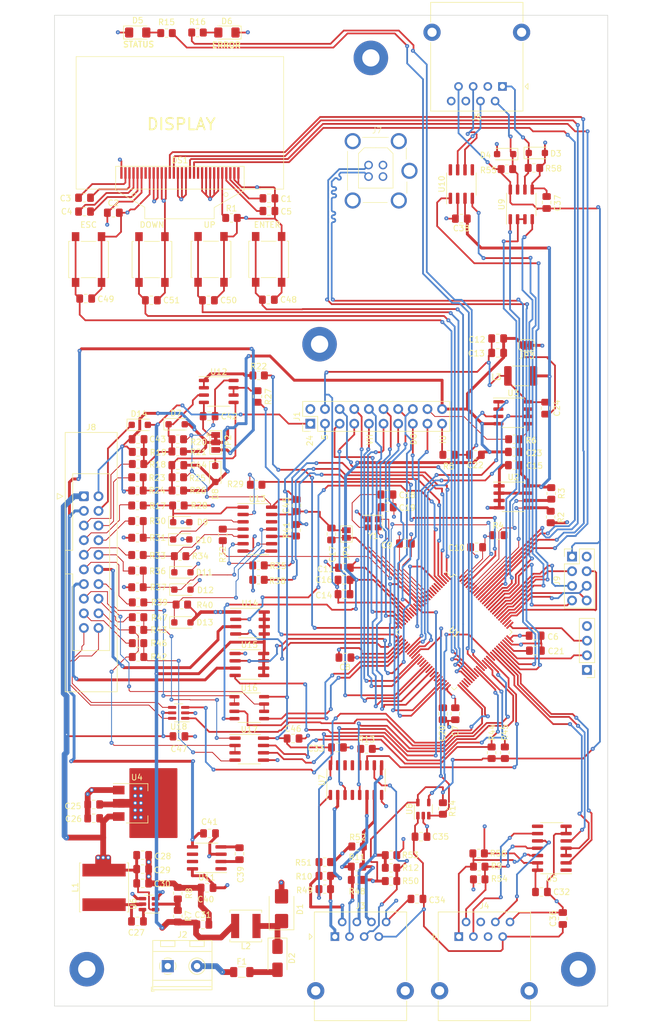
<source format=kicad_pcb>
(kicad_pcb (version 20221018) (generator pcbnew)
  (layers (0 "F.Cu" signal) (1 "In1.Cu" power) (2 "In2.Cu" power) (31 "B.Cu" signal) (36 "B.SilkS" user "B.Silkscreen") (37 "F.SilkS" user "F.Silkscreen") (38 "B.Mask" user) (39 "F.Mask" user) (44 "Edge.Cuts" user))
  (net 0 "")
  (net 1 "+3.3VA")
  (net 2 "+3V3")
  (net 3 "Net-(DS1-VCC)")
  (net 4 "GND")
  (net 5 "Net-(DS1-C2N)")
  (net 6 "Net-(DS1-C2P)")
  (net 7 "Net-(DS1-C1P)")
  (net 8 "Net-(DS1-C1N)")
  (net 9 "Net-(DS1-VCOMH)")
  (net 10 "GNDA")
  (net 11 "Net-(JP1-B)")
  (net 12 "Net-(U1-PH1)")
  (net 13 "Net-(U1-PH0)")
  (net 14 "Net-(U1-VCAP_1)")
  (net 15 "Net-(U1-VCAP_2)")
  (net 16 "Net-(U3A-+)")
  (net 17 "Net-(U3B-+)")
  (net 18 "+5V")
  (net 19 "Net-(U6-SW)")
  (net 20 "Net-(U6-BST)")
  (net 21 "+24V")
  (net 22 "+5VL")
  (net 23 "Net-(U11-CAP+)")
  (net 24 "Net-(U11-CAP-)")
  (net 25 "-5V")
  (net 26 "Net-(JP2-A)")
  (net 27 "Net-(D7-K)")
  (net 28 "Net-(D8-K)")
  (net 29 "BTN_ENTER")
  (net 30 "BTN_ESC")
  (net 31 "BTN_UP")
  (net 32 "BTN_DOWN")
  (net 33 "Net-(D1-A1)")
  (net 34 "Net-(D2-A)")
  (net 35 "A+")
  (net 36 "B-")
  (net 37 "Net-(D5-A)")
  (net 38 "Net-(D6-A)")
  (net 39 "Net-(D9-K)")
  (net 40 "Net-(D10-K)")
  (net 41 "Net-(D11-K)")
  (net 42 "Net-(D12-K)")
  (net 43 "Net-(D13-K)")
  (net 44 "Net-(D14-K)")
  (net 46 "{slash}DISPLAY_CS")
  (net 47 "{slash}DISPLAY_RESET")
  (net 48 "DISPLAY_CLK")
  (net 49 "DISPLAY_MOSI")
  (net 51 "Net-(DS1-IREF)")
  (net 52 "Net-(J2-Pin_2)")
  (net 53 "BRAKE")
  (net 54 "PWMU_H")
  (net 55 "PWMV_H")
  (net 56 "PWMW_H")
  (net 57 "IGBT_fault")
  (net 58 "ADC_MISO")
  (net 59 "ADC_MOSI")
  (net 60 "I_U")
  (net 61 "I_V")
  (net 62 "ADC_CS")
  (net 63 "ADC_CLK")
  (net 64 "PWMW_L")
  (net 65 "PWMV_L")
  (net 66 "PWMU_L")
  (net 67 "SOFTSTART")
  (net 68 "A")
  (net 69 "{slash}A")
  (net 70 "B")
  (net 71 "{slash}Z")
  (net 72 "Z")
  (net 73 "{slash}B")
  (net 74 "MD")
  (net 75 "MDR")
  (net 76 "MR")
  (net 79 "MRR")
  (net 81 "CANH")
  (net 82 "CANL")
  (net 84 "DEBUG_IO")
  (net 85 "DEBUG_CLK")
  (net 87 "USB_N")
  (net 88 "USB_P")
  (net 89 "AIN1")
  (net 90 "AIN2")
  (net 91 "DIN1")
  (net 92 "DIN2")
  (net 93 "DIN3")
  (net 94 "DIN4")
  (net 95 "DIN5")
  (net 96 "DOUT1")
  (net 97 "DOUT2")
  (net 98 "AOUT1")
  (net 99 "AOUT2")
  (net 100 "STEP_F")
  (net 101 "STEP_R")
  (net 102 "STEP_COMM")
  (net 103 "A_OUT")
  (net 104 "B_OUT")
  (net 105 "EXT_INT")
  (net 106 "EXT_CLK")
  (net 107 "EXT_RESET")
  (net 108 "EXT_MISO")
  (net 109 "EXT_CS")
  (net 110 "EXT_MOSI")
  (net 111 "EEPROM_SDA")
  (net 112 "EEPROM_SCL")
  (net 113 "Net-(U1-BOOT0)")
  (net 114 "Net-(U6-EN)")
  (net 115 "Net-(U7-{slash}G)")
  (net 116 "{slash}ENCODER_SHORT")
  (net 117 "LED_STATUS")
  (net 118 "LED_ERROR")
  (net 119 "AIN1_ADC")
  (net 120 "Net-(U12A--)")
  (net 121 "AIN2_ADC")
  (net 122 "Net-(U12B--)")
  (net 123 "Net-(R29-Pad1)")
  (net 124 "DIN1_CPU")
  (net 125 "Net-(R32-Pad1)")
  (net 126 "DIN2_CPU")
  (net 127 "Net-(R35-Pad1)")
  (net 128 "DIN3_CPU")
  (net 129 "Net-(R38-Pad1)")
  (net 130 "DIN4_CPU")
  (net 131 "Net-(R41-Pad1)")
  (net 132 "DIN5_CPU")
  (net 133 "Net-(U17-A2)")
  (net 134 "Net-(U17-A1)")
  (net 135 "STEP_F_CPU")
  (net 136 "STEP_R_CPU")
  (net 137 "DOUT1_CPU")
  (net 138 "DOUT2_CPU")
  (net 143 "DOUT1_STATUS")
  (net 144 "DOUT2_STATUS")
  (net 145 "DAC1")
  (net 146 "DAC2")
  (net 147 "Net-(U1-PA6)")
  (net 148 "Net-(U1-PA7)")
  (net 155 "ENC_A_OUT_CPU")
  (net 156 "ENC_B_OUT_CPU")
  (net 159 "ENC_A")
  (net 160 "ENC_B")
  (net 161 "ENC_Z")
  (net 162 "ENCODER_ENABLE")
  (net 163 "ENCODER_DE")
  (net 164 "ENCODER_TX")
  (net 165 "ENCODER_RX")
  (net 167 "CAN_RX")
  (net 168 "CAN_TX")
  (net 169 "MODBUS_TX")
  (net 170 "MODBUS_RX")
  (net 171 "MODBUS_DE")
  (footprint "Package_SO:SC-74-6_1.5x2.9mm_P0.95mm" (layer "F.Cu") (at 90.585 140.065 180)
    (fp_text reference "U18")
    (fp_text value "74LVC2G04")
  )
  (footprint "Diode_SMD:D_1206_3216Metric_Pad1.42x1.75mm_HandSolder" (layer "F.Cu") (at 98.953808 21.955 180)
    (fp_text reference "D6")
    (fp_text value "RED_LED")
  )
  (footprint "Capacitor_SMD:C_0805_2012Metric_Pad1.18x1.45mm_HandSolder" (layer "F.Cu") (at 74.2475 50.64)
    (fp_text reference "C3")
    (fp_text value "2u2")
  )
  (footprint "Diode_SMD:D_SOD-123F" (layer "F.Cu") (at 90.235 89.965)
    (fp_text reference "D7")
    (fp_text value "BZT52B5v1")
  )
  (footprint "Capacitor_SMD:C_0805_2012Metric_Pad1.18x1.45mm_HandSolder" (layer "F.Cu") (at 84.335 169.665)
    (fp_text reference "C30")
    (fp_text value "22u")
  )
  (footprint "Resistor_SMD:R_0805_2012Metric_Pad1.20x1.40mm_HandSolder" (layer "F.Cu") (at 83.535 127.965)
    (fp_text reference "R46")
    (fp_text value "470R")
  )
  (footprint "Resistor_SMD:R_0805_2012Metric_Pad1.20x1.40mm_HandSolder" (layer "F.Cu") (at 104.46 81.49 180)
    (fp_text reference "R22")
    (fp_text value "150R")
  )
  (footprint "Resistor_SMD:R_0805_2012Metric_Pad1.20x1.40mm_HandSolder" (layer "F.Cu") (at 99.7475 54.14)
    (fp_text reference "R1")
    (fp_text value "820k")
  )
  (footprint "Resistor_SMD:R_0805_2012Metric_Pad1.20x1.40mm_HandSolder" (layer "F.Cu") (at 83.435 115.365 180)
    (fp_text reference "R36")
    (fp_text value "10k")
  )
  (footprint "Resistor_SMD:R_0805_2012Metric_Pad1.20x1.40mm_HandSolder" (layer "F.Cu") (at 147.535 45.665)
    (fp_text reference "R55")
    (fp_text value "1k")
  )
  (footprint "Capacitor_SMD:C_0805_2012Metric_Pad1.18x1.45mm_HandSolder" (layer "F.Cu") (at 139.635 54.265 180)
    (fp_text reference "C38")
    (fp_text value "2u2")
  )
  (footprint "Inductor_SMD:L_1812_4532Metric_Pad1.30x3.40mm_HandSolder" (layer "F.Cu") (at 149.935 81.565)
    (fp_text reference "L3")
    (fp_text value "470u")
  )
  (footprint "Package_SO:SO-16_3.9x9.9mm_P1.27mm" (layer "F.Cu") (at 121.36 151.74 90)
    (fp_text reference "U7")
    (fp_text value "AM26LS32A")
  )
  (footprint "Diode_SMD:D_SOD-123F" (layer "F.Cu") (at 91.035 106.965)
    (fp_text reference "D9")
    (fp_text value "BZT52B5v1")
  )
  (footprint "Capacitor_SMD:C_0805_2012Metric_Pad1.18x1.45mm_HandSolder" (layer "F.Cu") (at 145.935 75.065)
    (fp_text reference "C12")
    (fp_text value "2u2")
  )
  (footprint "Connector_PinHeader_2.54mm:PinHeader_1x04_P2.54mm_Vertical" (layer "F.Cu") (at 161.435 132.615 180)
    (fp_text reference "J6" hide)
    (fp_text value "DEBUG" hide)
  )
  (footprint "Resistor_SMD:R_0805_2012Metric_Pad1.20x1.40mm_HandSolder" (layer "F.Cu") (at 142.735 168.965 180)
    (fp_text reference "R54")
    (fp_text value "470R")
  )
  (footprint "Capacitor_SMD:C_0805_2012Metric_Pad1.18x1.45mm_HandSolder" (layer "F.Cu") (at 95.86 88.565 180)
    (fp_text reference "C42")
    (fp_text value "100n")
  )
  (footprint "Package_TO_SOT_SMD:TSOT-23-6" (layer "F.Cu") (at 85.435 173.265 180)
    (fp_text reference "U6")
    (fp_text value "AP63205WU")
  )
  (footprint "Capacitor_SMD:C_0805_2012Metric_Pad1.18x1.45mm_HandSolder" (layer "F.Cu") (at 118.135 146.065)
    (fp_text reference "C33")
    (fp_text value "2u2")
  )
  (footprint "Resistor_SMD:R_0805_2012Metric_Pad1.20x1.40mm_HandSolder" (layer "F.Cu") (at 83.435 99.165 180)
    (fp_text reference "R23")
    (fp_text value "10k")
  )
  (footprint "Button_Switch_SMD:SW_SPST_B3S-1000" (layer "F.Cu") (at 96.1975 61.34 90)
    (fp_text reference "SW3" hide)
    (fp_text value "UP")
  )
  (footprint "Display:OLED-128O064D" (layer "F.Cu") (at 90.7975 51.14)
    (fp_text reference "DS1")
    (fp_text value "OLED-128O064D")
  )
  (footprint "Package_SO:SO-14_3.9x8.65mm_P1.27mm" (layer "F.Cu") (at 155.335 163.565 180)
    (fp_text reference "U5")
    (fp_text value "ISL83491")
  )
  (footprint "Package_QFP:LQFP-100_14x14mm_P0.5mm" (layer "F.Cu") (at 138.385 126.04 -45)
    (fp_text reference "U1")
    (fp_text value "STM32F407VETx")
  )
  (footprint "Crystal:Crystal_SMD_2520-4Pin_2.5x2.0mm" (layer "F.Cu") (at 124.335 107.165 180)
    (fp_text reference "Y1")
    (fp_text value "16M xt224")
  )
  (footprint "Capacitor_SMD:C_0805_2012Metric_Pad1.18x1.45mm_HandSolder" (layer "F.Cu") (at 138.585 140.215 -90)
    (fp_text reference "C7")
    (fp_text value "2u2")
  )
  (footprint "Capacitor_SMD:C_0805_2012Metric_Pad1.18x1.45mm_HandSolder" (layer "F.Cu") (at 148.835 94.765 180)
    (fp_text reference "C23")
    (fp_text value "1u")
  )
  (footprint "Resistor_SMD:R_0805_2012Metric_Pad1.20x1.40mm_HandSolder" (layer "F.Cu") (at 90.41 94.69 180)
    (fp_text reference "R21")
    (fp_text value "3k3")
  )
  (footprint "Connector_PinHeader_2.54mm:PinHeader_2x04_P2.54mm_Vertical" (layer "F.Cu") (at 158.845 112.935)
    (fp_text reference "J9")
    (fp_text value "EXT")
  )
  (footprint "Capacitor_SMD:C_0805_2012Metric_Pad1.18x1.45mm_HandSolder" (layer "F.Cu") (at 90.435 97.065)
    (fp_text reference "C44")
    (fp_text value "100n")
  )
  (footprint "Resistor_SMD:R_0805_2012Metric_Pad1.20x1.40mm_HandSolder" (layer "F.Cu") (at 148.835 92.565 180)
    (fp_text reference "R6")
    (fp_text value "22R")
  )
  (footprint "Diode_SMD:D_SOD-123F" (layer "F.Cu") (at 96.935 98.59 -90)
    (fp_text reference "D8")
    (fp_text value "BZT52B5v1")
  )
  (footprint "Resistor_SMD:R_0805_2012Metric_Pad1.20x1.40mm_HandSolder" (layer "F.Cu") (at 83.435 106.765 180)
    (fp_text reference "R30")
    (fp_text value "10k")
  )
  (footprint "Resistor_SMD:R_0805_2012Metric_Pad1.20x1.40mm_HandSolder" (layer "F.Cu") (at 147.185 146.99 -90)
    (fp_text reference "R45")
    (fp_text value "1k")
  )
  (footprint "Capacitor_SMD:C_0805_2012Metric_Pad1.18x1.45mm_HandSolder" (layer "F.Cu") (at 95.51 170.44 180)
    (fp_text reference "C40")
    (fp_text value "2u2")
  )
  (footprint "Resistor_SMD:R_0805_2012Metric_Pad1.20x1.40mm_HandSolder" (layer "F.Cu") (at 144.885 146.99 -90)
    (fp_text reference "R44")
    (fp_text value "1k")
  )
  (footprint "Capacitor_SMD:C_0805_2012Metric_Pad1.18x1.45mm_HandSolder" (layer "F.Cu") (at 126.735 102.165)
    (fp_text reference "C18")
    (fp_text value "12p")
  )
  (footprint "Capacitor_SMD:C_0805_2012Metric_Pad1.18x1.45mm_HandSolder" (layer "F.Cu") (at 84.335 167.185)
    (fp_text reference "C29")
    (fp_text value "22u")
  )
  (footprint "Resistor_SMD:R_0805_2012Metric_Pad1.20x1.40mm_HandSolder" (layer "F.Cu") (at 137.435 95.265 180)
    (fp_text reference "R5")
    (fp_text value "22R")
  )
  (footprint "Resistor_SMD:R_0805_2012Metric_Pad1.20x1.40mm_HandSolder" (layer "F.Cu") (at 90.435 99.165)
    (fp_text reference "R25")
    (fp_text value "3k3")
  )
  (footprint "Capacitor_SMD:C_0805_2012Metric_Pad1.18x1.45mm_HandSolder" (layer "F.Cu") (at 75.835 158.365 180)
    (fp_text reference "C26")
    (fp_text value "2u2")
  )
  (footprint "Resistor_SMD:R_0805_2012Metric_Pad1.20x1.40mm_HandSolder" (layer "F.Cu") (at 115.935 170.665)
    (fp_text reference "R49")
    (fp_text value "470R")
  )
  (footprint "Connector_IDC:IDC-Header_2x10_P2.54mm_Latch_Vertical" (layer "F.Cu") (at 74.135 102.465)
    (fp_text reference "J8")
    (fp_text value "I/O")
  )
  (footprint "Diode_SMD:D_SMA" (layer "F.Cu") (at 107.735 182.665 -90)
    (fp_text reference "D2")
    (fp_text value "US1B")
  )
  (footprint "Resistor_SMD:R_0805_2012Metric_Pad1.20x1.40mm_HandSolder" (layer "F.Cu") (at 90.435 171.365 90)
    (fp_text reference "R8")
    (fp_text value "18k")
  )
  (footprint "Resistor_SMD:R_0805_2012Metric_Pad1.20x1.40mm_HandSolder" (layer "F.Cu") (at 90.535 104.065 180)
    (fp_text reference "R28")
    (fp_text value "2k2")
  )
  (footprint "Package_SO:SO-8_3.9x4.9mm_P1.27mm" (layer "F.Cu") (at 102.835 139.165)
    (fp_text reference "U16")
    (fp_text value "TS912")
  )
  (footprint "Connector_PinHeader_2.54mm:PinHeader_2x10_P2.54mm_Vertical" (layer "F.Cu") (at 113.435 89.865 90)
    (fp_text reference "J1")
    (fp_text value "PWR board")
  )
  (footprint "Capacitor_SMD:C_0805_2012Metric_Pad1.18x1.45mm_HandSolder" (layer "F.Cu") (at 132.635 161.565)
    (fp_text reference "C35")
    (fp_text value "2u2")
  )
  (footprint "MountingHole:MountingHole_2.7mm_M2.5_DIN965_Pad" (layer "F.Cu") (at 74.635 184.565)
    (fp_text reference "MH1" hide)
    (fp_text value "MountingHole_2.7mm_M2.5_DIN965_Pad")
  )
  (footprint "Diode_SMD:D_SOD-123F" (layer "F.Cu") (at 91.235 115.665)
    (fp_text reference "D11")
    (fp_text value "BZT52B5v1")
  )
  (footprint "Capacitor_SMD:C_0805_2012Metric_Pad1.18x1.45mm_HandSolder" (layer "F.Cu") (at 111.035 104.065 -90)
    (fp_text reference "C45")
    (fp_text value "100n")
  )
  (footprint "Resistor_SMD:R_0805_2012Metric_Pad1.20x1.40mm_HandSolder" (layer "F.Cu") (at 115.935 165.965)
    (fp_text reference "R51")
    (fp_text value "470R")
  )
  (footprint "Resistor_SMD:R_0805_2012Metric_Pad1.20x1.40mm_HandSolder" (layer "F.Cu") (at 104.435 114.465)
    (fp_text reference "R35")
    (fp_text value "10k")
  )
  (footprint "Diode_SMD:D_SOD-123F" (layer "F.Cu") (at 91.235 118.665)
    (fp_text reference "D12")
    (fp_text value "BZT52B5v1")
  )
  (footprint "Capacitor_SMD:C_0805_2012Metric_Pad1.18x1.45mm_HandSolder" (layer "F.Cu") (at 95.935 160.99)
    (fp_text reference "C41")
    (fp_text value "22u")
  )
  (footprint "Capacitor_SMD:C_0805_2012Metric_Pad1.18x1.45mm_HandSolder" (layer "F.Cu") (at 136.435 140.215 -90)
    (fp_text reference "C20")
    (fp_text value "2u2")
  )
  (footprint "Resistor_SMD:R_0805_2012Metric_Pad1.20x1.40mm_HandSolder" (layer "F.Cu") (at 90.435 101.465 180)
    (fp_text reference "R26")
    (fp_text value "3k3")
  )
  (footprint "Resistor_SMD:R_0805_2012Metric_Pad1.20x1.40mm_HandSolder" (layer "F.Cu") (at 104.26 85.14 90)
    (fp_text reference "R27")
    (fp_text value "150R")
  )
  (footprint "Resistor_SMD:R_0805_2012Metric_Pad1.20x1.40mm_HandSolder" (layer "F.Cu") (at 83.535 96.865 180)
    (fp_text reference "R18")
    (fp_text value "10k")
  )
  (footprint "Resistor_SMD:R_0805_2012Metric_Pad1.20x1.40mm_HandSolder" (layer "F.Cu") (at 83.535 125.665)
    (fp_text reference "R43")
    (fp_text value "2k2")
  )
  (footprint "Diode_SMD:D_SOD-123F" (layer "F.Cu") (at 147.235 43.065 180)
    (fp_text reference "D4")
    (fp_text value "BZT52B6v2")
  )
  (footprint "Capacitor_SMD:C_0805_2012Metric_Pad1.18x1.45mm_HandSolder" (layer "F.Cu") (at 126.7725 104.365)
    (fp_text reference "C19")
    (fp_text value "12p")
  )
  (footprint "Capacitor_SMD:C_0805_2012Metric_Pad1.18x1.45mm_HandSolder" (layer "F.Cu") (at 119.2725 116.965)
    (fp_text reference "C16")
    (fp_text value "2u2")
  )
  (footprint "Resistor_SMD:R_0805_2012Metric_Pad1.20x1.40mm_HandSolder" (layer "F.Cu") (at 98.235 109.165 -90)
    (fp_text reference "R32")
    (fp_text value "10k")
  )
  (footprint "Package_SO:SOIC-8_3.9x4.9mm_P1.27mm" (layer "F.Cu") (at 148.66 102.56)
    (fp_text reference "U2")
    (fp_text value "M24C02-WMN")
  )
  (footprint "Resistor_SMD:R_0805_2012Metric_Pad1.20x1.40mm_HandSolder" (layer "F.Cu") (at 155.135 106.065 90)
    (fp_text reference "R2")
    (fp_text value "4,7k")
  )
  (footprint "Resistor_SMD:R_0805_2012Metric_Pad1.20x1.40mm_HandSolder" (layer "F.Cu") (at 152.235 45.465)
    (fp_text reference "R58")
    (fp_text value "470R")
  )
  (footprint "Diode_SMD:D_SMB" (layer "F.Cu") (at 108.435 174.065 90)
    (fp_text reference "D1")
    (fp_text value "SM6T27A")
  )
  (footprint "Capacitor_SMD:C_0805_2012Metric_Pad1.18x1.45mm_HandSolder" (layer "F.Cu") (at 152.435 126.665)
    (fp_text reference "C6")
    (fp_text value "2u2")
  )
  (footprint "Resistor_SMD:R_0805_2012Metric_Pad1.20x1.40mm_HandSolder" (layer "F.Cu") (at 121.535 166.765)
    (fp_text reference "R11")
    (fp_text value "220R")
  )
  (footprint "Capacitor_SMD:C_0805_2012Metric_Pad1.18x1.45mm_HandSolder" (layer "F.Cu") (at 85.8475 68.44)
    (fp_text reference "C51")
    (fp_text value "100n")
  )
  (footprint "Capacitor_SMD:C_0805_2012Metric_Pad1.18x1.45mm_HandSolder" (layer "F.Cu") (at 129.935 110.665)
    (fp_text reference "C9")
    (fp_text value "2u2")
  )
  (footprint "Capacitor_SMD:C_0805_2012Metric_Pad1.18x1.45mm_HandSolder" (layer "F.Cu") (at 131.935 172.365 180)
    (fp_text reference "C34")
    (fp_text value "2u2")
  )
  (footprint "Resistor_SMD:R_0805_2012Metric_Pad1.20x1.40mm_HandSolder" (layer "F.Cu") (at 115.935 168.365)
    (fp_text reference "R10")
    (fp_text value "220R")
  )
  (footprint "Button_Switch_SMD:SW_SPST_B3S-1000" (layer "F.Cu") (at 74.9475 61.365 90)
    (fp_text reference "SW2" hide)
    (fp_text value "ESC")
  )
  (footprint "Capacitor_SMD:C_0805_2012Metric_Pad1.18x1.45mm_HandSolder" (layer "F.Cu") (at 84.335 164.765)
    (fp_text reference "C28")
    (fp_text value "22u")
  )
  (footprint "MountingHole:MountingHole_2.7mm_M2.5_DIN965_Pad" (layer "F.Cu") (at 159.935 184.565)
    (fp_text reference "MH1" hide)
    (fp_text value "MountingHole_2.7mm_M2.5_DIN965_Pad")
  )
  (footprint "Resistor_SMD:R_0805_2012Metric_Pad1.20x1.40mm_HandSolder" (layer "F.Cu") (at 127.435 166.965 180)
    (fp_text reference "R12")
    (fp_text value "220R")
  )
  (footprint "MountingHole:MountingHole_2.7mm_M2.5_DIN965_Pad" (layer "F.Cu") (at 123.935 26.365)
    (fp_text reference "MH1" hide)
    (fp_text value "MountingHole_2.7mm_M2.5_DIN965_Pad")
  )
  (footprint "Capacitor_SMD:C_0805_2012Metric_Pad1.18x1.45mm_HandSolder" (layer "F.Cu") (at 153.535 171.165)
    (fp_text reference "C32")
    (fp_text value "2u2")
  )
  (footprint "Resistor_SMD:R_0805_2012Metric_Pad1.20x1.40mm_HandSolder" (layer "F.Cu") (at 127.435 169.265)
    (fp_text reference "R50")
    (fp_text value "470R")
  )
  (footprint "Resistor_SMD:R_0805_2012Metric_Pad1.20x1.40mm_HandSolder" (layer "F.Cu") (at 91.135 121.265 180)
    (fp_text reference "R40")
    (fp_text value "2k2")
  )
  (footprint "Button_Switch_SMD:SW_SPST_B3S-1000" (layer "F.Cu") (at 85.9475 61.365 90)
    (fp_text reference "SW4" hide)
    (fp_text value "DOWN")
  )
  (footprint "Package_SO:SOIC-8_3.9x4.9mm_P1.27mm" (layer "F.Cu") (at 139.635 48.265 90)
    (fp_text reference "U10")
    (fp_text value "SN65HVD232")
  )
  (footprint "Connector_RJ:RJ45_Ninigi_GE" (layer "F.Cu") (at 146.765 31.315 180)
    (fp_text reference "J5")
    (fp_text value "CONN")
  )
  (footprint "Inductor_SMD:L_Sunlord_SWPA8040S" (layer "F.Cu") (at 77.635 170.365 90)
    (fp_text reference "L1")
    (fp_text value "4u7")
  )
  (footprint "Package_SO:SO-8_3.9x4.9mm_P1.27mm" (layer "F.Cu") (at 148.635 87.965)
    (fp_text reference "U3")
    (fp_text value "TS912")
  )
  (footprint "Capacitor_SMD:C_0805_2012Metric_Pad1.18x1.45mm_HandSolder" (layer "F.Cu") (at 154.235 87.165 -90)
    (fp_text reference "C24")
    (fp_text value "2u2")
  )
  (footprint "Capacitor_SMD:C_0805_2012Metric_Pad1.18x1.45mm_HandSolder" (layer "F.Cu") (at 106.2475 50.74)
    (fp_text reference "C1")
    (fp_text value "2u2")
  )
  (footprint "USB_B_JST_Vertical:USB" (layer "F.Cu") (at 124.785 45.965)
    (fp_text reference "J7")
    (fp_text value "USB_B")
  )
  (footprint "Resistor_SMD:R_0805_2012Metric_Pad1.20x1.40mm_HandSolder" (layer "F.Cu") (at 123.185 146.315)
    (fp_text reference "R13")
    (fp_text value "10k")
  )
  (footprint "Capacitor_SMD:C_0805_2012Metric_Pad1.18x1.45mm_HandSolder" (layer "F.Cu") (at 83.435 176.265)
    (fp_text reference "C27")
    (fp_text value "100n")
  )
  (footprint "Capacitor_SMD:C_0805_2012Metric_Pad1.18x1.45mm_HandSolder" (layer "F.Cu") (at 94.785 176.815)
    (fp_text reference "C31")
    (fp_text value "22u")
  )
  (footprint "Capacitor_SMD:C_0805_2012Metric_Pad1.18x1.45mm_HandSolder" (layer "F.Cu") (at 152.485 129.265)
    (fp_text reference "C21")
    (fp_text value "2u2")
  )
  (footprint "Capacitor_SMD:C_0805_2012Metric_Pad1.18x1.45mm_HandSolder" (layer "F.Cu") (at 101.135 164.515 90)
    (fp_text reference "C39")
    (fp_text value "22u")
  )
  (footprint "Resistor_SMD:R_0805_2012Metric_Pad1.20x1.40mm_HandSolder" (layer "F.Cu") (at 142.735 166.765)
    (fp_text reference "R9")
    (fp_text value "150R")
  )
  (footprint "Capacitor_SMD:C_0805_2012Metric_Pad1.18x1.45mm_HandSolder" (layer "F.Cu") (at 145.935 77.575)
    (fp_text reference "C13")
    (fp_text value "2u2")
  )
  (footprint "Resistor_SMD:R_0805_2012Metric_Pad1.20x1.40mm_HandSolder" (layer "F.Cu") (at 142.635 164.465 180)
    (fp_text reference "R56")
    (fp_text value "470R")
  )
  (footprint "Resistor_SMD:R_0805_2012Metric_Pad1.20x1.40mm_HandSolder" (layer "F.Cu") (at 110.935 108.365 90)
    (fp_text reference "R41")
    (fp_text value "10k")
  )
  (footprint "Diode_SMD:D_SOD-123F" (layer "F.Cu") (at 152.735 42.865)
    (fp_text reference "D3")
    (fp_text value "BZT52B6v2")
  )
  (footprint "Package_TO_SOT_SMD:SOT-223-3_TabPin2" (layer "F.Cu") (at 83.335 155.765)
    (fp_text reference "U4")
    (fp_text value "AP1117-33")
  )
  (footprint "Package_TO_SOT_SMD:SOT-23-5" (layer "F.Cu") (at 133.035 156.765 90)
    (fp_text reference "U8")
    (fp_text value "AP2151A")
  )
  (footprint "Jumper:SolderJumper-3_P1.3mm_Bridged12_Pad1.0x1.5mm" (layer "F.Cu") (at 97.01 93.115 -90)
    (fp_text reference "JP2")
    (fp_text value "OPA-V")
  )
  (footprint "Resistor_SMD:R_0805_2012Metric_Pad1.20x1.40mm_HandSolder" (layer "F.Cu") (at 136.435 156.665 -90)
    (fp_text reference "R14")
    (fp_text value "10k")
  )
  (footprint "Capacitor_SMD:C_0805_2012Metric_Pad1.18x1.45mm_HandSolder" (layer "F.Cu") (at 74.4475 68.14)
    (fp_text reference "C49")
    (fp_text value "100n")
  )
  (footprint "Fuse:Fuse_1206_3216Metric" (layer "F.Cu") (at 101.535 185.065)
    (fp_text reference "F1")
    (fp_text value "615mA PTC")
  )
  (footprint "Capacitor_SMD:C_0805_2012Metric_Pad1.18x1.45mm_HandSolder" (layer "F.Cu") (at 119.335 114.865 180)
    (fp_text reference "C11")
    (fp_text value "2u2")
  )
  (footprint "Resistor_SMD:R_0805_2012Metric_Pad1.20x1.40mm_HandSolder" (layer "F.Cu") (at 104.035 100.465)
    (fp_text reference "R29")
    (fp_text value "10k")
  )
  (footprint "Package_SO:SO-14_3.9x8.65mm_P1.27mm" (layer "F.Cu") (at 104.235 108.165)
    (fp_text reference "U13")
    (fp_text value "74HC14")
  )
  (footprint "Capacitor_SMD:C_0805_2012Metric_Pad1.18x1.45mm_HandSolder" (layer "F.Cu") (at 110.435 144.515)
    (fp_text reference "C46")
    (fp_text value "100n")
  )
  (footprint "Package_SO:SOIC-8_3.9x4.9mm_P1.27mm" (layer "F.Cu") (at 102.86 131.665)
    (fp_text reference "U15")
    (fp_text value "ISP742RI")
  )
  (footprint "Capacitor_SMD:C_0805_2012Metric_Pad1.18x1.45mm_HandSolder" (layer "F.Cu") (at 75.835 155.965 180)
    (fp_text reference "C25")
    (fp_text value "2u2")
  )
  (footprint "Package_SO:SOIC-8_3.9x4.9mm_P1.27mm" (layer "F.Cu") (at 102.96 124.465)
    (fp_text reference "U14")
    (fp_text value "ISP742RI")
  )
  (footprint "Resistor_SMD:R_0805_2012Metric_Pad1.20x1.40mm_HandSolder" (layer "F.Cu") (at 90.835 112.865 180)
    (fp_text reference "R34")
    (fp_text value "2k2")
  )
  (footprint "Resistor_SMD:R_0805_2012Metric_Pad1.20x1.40mm_HandSolder" (layer "F.Cu") (at 83.535 123.465)
    (fp_text reference "R47")
    (fp_text value "470R")
  )
  (footprint "TerminalBlock_RND:TerminalBlock_RND_205-00232_1x02_P5.08mm_Horizontal" (layer "F.Cu") (at 88.69 184.04)
    (fp_text reference "J2")
    (fp_text value "Control power")
  )
  (footprint "Resistor_SMD:R_0805_2012Metric_Pad1.20x1.40mm_HandSolder" (layer "F.Cu") (at 146.035 109.215)
    (fp_text reference "R4")
    (fp_text value "1k")
  )
  (footprint "Package_SO:SOIC-8_3.9x4.9mm_P1.27mm" (layer "F.Cu") (at 102.835 146.365)
    (fp_text reference "U17")
    (fp_text value "VO0661T")
  )
  (footprint "Inductor_SMD:L_Sunlord_SWPA5040S" (layer "F.Cu") (at 102.235 177.065 180)
    (fp_text reference "L2")
    (fp_text value "10u")
  )
  (footprint "Capacitor_SMD:C_0805_2012Metric_Pad1.18x1.45mm_HandSolder" (layer "F.Cu") (at 79.2475 53.24)
    (fp_text reference "C2")
    (fp_text value "2u2")
  )
  (footprint "MountingHole:MountingHole_2.7mm_M2.5_DIN965_Pad" (layer "F.Cu") (at 115.035 76.065)
    (fp_text reference "MH1" hide)
    (fp_text value "MountingHole_2.7mm_M2.5_DIN965_Pad")
  )
  (footprint "Resistor_SMD:R_0805_2012Metric_Pad1.20x1.40mm_HandSolder" (layer "F.Cu") (at 83.535 120.89 180)
    (fp_text reference "R39")
    (fp_text value "10k")
  )
  (footprint "Resistor_SMD:R_0805_2012Metric_Pad1.20x1.40mm_HandSolder" (layer "F.Cu") (at 104.435 116.965)
    (fp_text reference "R38")
    (fp_text value "10k")
  )
  (footprint "Capacitor_SMD:C_0805_2012Metric_Pad1.18x1.45mm_HandSolder" (layer "F.Cu") (at 90.635 144.14)
    (fp_text reference "C47")
    (fp_text value "100n")
  )
  (footprint "Resistor_SMD:R_0805_2012Metric_Pad1.20x1.40mm_HandSolder" (layer "F.Cu") (at 155.235 101.965 -90)
    (fp_text reference "R3")
    (fp_text value "4,7k")
  )
  (footprint "Resistor_SMD:R_0805_2012Metric_Pad1.20x1.40mm_HandSolder" (layer "F.Cu") (at 90.435 175.365 90)
    (fp_text reference "R7")
    (fp_text value "220k")
  )
  (footprint "Package_SO:SOIC-8_3.9x4.9mm_P1.27mm" (layer "F.Cu") (at 95.46 165.24 180)
    (fp_text reference "U11")
    (fp_text value "LMC7660")
  )
  (footprint "Capacitor_SMD:C_0805_2012Metric_Pad1.18x1.45mm_HandSolder" (layer "F.Cu") (at 157.235 175.765 90)
    (fp_text reference "C36")
    (fp_text value "2u2")
  )
  (footprint "Capacitor_SMD:C_0805_2012Metric_Pad1.18x1.45mm_HandSolder" (layer "F.Cu") (at 106.2475 52.94)
    (fp_text reference "C5")
    (fp_text value "2u2")
  )
  (footprint "Capacitor_SMD:C_0805_2012Metric_Pad1.18x1.45mm_HandSolder" (layer "F.Cu") (at 119.2725 119.465)
    (fp_text reference "C14")
    (fp_text value "2u2")
  )
  (footprint "Capacitor_SMD:C_0805_2012Metric_Pad1.18x1.45mm_HandSolder" (layer "F.Cu") (at 119.435 130.465 180)
    (fp_text reference "C8")
    (fp_text value "2u2")
  )
  (footprint "Package_SO:SO-8_3.9x4.9mm_P1.27mm" (layer "F.Cu") (at 97.535 84.265)
    (fp_text reference "U12")
    (fp_text value "TS912")
  )
  (footprint "Resistor_SMD:R_0805_2012Metric_Pad1.20x1.40mm_HandSolder" (layer "F.Cu") (at 90.435 92.565)
    (fp_text reference "R20")
    (fp_text value "3k3")
  )
  (footprint "Jumper:SolderJumper-2_P1.3mm_Open_Pad1.0x1.5mm" (layer "F.Cu") (at 119.685 109.015 -90)
    (fp_text reference "JP1")
    (fp_text value "RESET")
  )
  (footprint "Capacitor_SMD:C_0805_2012Metric_Pad1.18x1.45mm_HandSolder" (layer "F.Cu") (at 83.535 92.565 180)
    (fp_text reference "C43")
    (fp_text value "100n")
  )
  (footprint "Resistor_SMD:R_0805_2012Metric_Pad1.20x1.40mm_HandSolder" (layer "F.Cu") (at 127.435 164.765)
    (fp_text reference "R53")
    (fp_text value "470R")
  )
  (footprint "Diode_SMD:D_SOD-123F" (layer "F.Cu") (at 83.835 90.065)
    (fp_text reference "D14")
    (fp_text value "1N4148")
  )
  (footprint "Capacitor_SMD:C_0805_2012Metric_Pad1.18x1.45mm_HandSolder" (layer "F.Cu") (at 95.7475 68.44)
    (fp_text reference "C50")
    (fp_text value "100n")
  )
  (footprint "Capacitor_SMD:C_0805_2012Metric_Pad1.18x1.45mm_HandSolder" (layer "F.Cu") (at 74.2475 53.04)
    (fp_text reference "C4")
    (fp_text value "2u2")
  )
  (footprint "Capacitor_SMD:C_0805_2012Metric_Pad1.18x1.45mm_HandSolder" (layer "F.Cu") (at 142.285 111.315)
    (fp_text reference "C10")
    (fp_text value "2u2")
  )
  (footprint "Capacitor_SMD:C_0805_2012Metric_Pad1.18x1.45mm_HandSolder" (layer "F.Cu") (at 117.085 109.015 90)
    (fp_text reference "C17")
    (fp_text value "100n")
  )
  (footprint "Diode_SMD:D_SOD-123F" (layer "F.Cu") (at 91.035 109.965)
    (fp_text reference "D10")
    (fp_text value "BZT52B5v1")
  )
  (footprint "Capacitor_SMD:C_0805_2012Metric_Pad1.18x1.45mm_HandSolder" (layer "F.Cu") (at 154.435 51.465 90)
    (fp_text reference "C37")
    (fp_text value "2u2")
  )
  (footprint "Capacitor_SMD:C_0805_2012Metric_Pad1.18x1.45mm_HandSolder" (layer "F.Cu") (at 106.1475 68.34)
    (fp_text reference "C48")
    (fp_text value "100n")
  )
  (footprint "Package_SO:SO-8_3.9x4.9mm_P1.27mm" (layer "F.Cu") (at 150.03 51.79 90)
    (fp_text reference "U9")
    (fp_text value "MAX485E")
  )
  (footprint "Resistor_SMD:R_0805_2012Metric_Pad1.20x1.40mm_HandSolder" (layer "F.Cu") (at 121.635 163.265 180)
    (fp_text reference "R52")
    (fp_text value "470R")
  )
  (footprint "Resistor_SMD:R_0805_2012Metric_Pad1.20x1.40mm_HandSolder" (layer "F.Cu") (at 83.435 104.065 180)
    (fp_text reference "R17")
    (fp_text value "10k")
  )
  (footprint "Resistor_SMD:R_0805_2012Metric_Pad1.20x1.40mm_HandSolder" (layer "F.Cu") (at 83.435 112.665 180)
    (fp_text reference "R33")
    (fp_text value "10k")
  )
  (footprint "Resistor_SMD:R_0805_2012Metric_Pad1.20x1.40mm_HandSolder" (layer "F.Cu") (at 93.853808 21.955)
    (fp_text reference "R16")
    (fp_text value "1k")
  )
  (footprint "Connector_RJ:RJ45_Ninigi_GE" (layer "F.Cu") (at 117.69 178.91)
    (fp_text reference "J3")
    (fp_text value "ABZ")
  )
  (footprint "Capacitor_SMD:C_0805_2012Metric_Pad1.18x1.45mm_HandSolder" (layer "F.Cu") (at 148.835 97.065 180)
    (fp_text reference "C15")
    (fp_text value "2u2")
  )
  (footprint "Resistor_SMD:R_0805_2012Metric_Pad1.20x1.40mm_HandSolder" (layer "F.Cu") (at 88.478808 22.055 180)
    (fp_text reference "R15")
    (fp_text value "1k")
  )
  (footprint "Resistor_SMD:R_0805_2012Metric_Pad1.20x1.40mm_HandSolder" (layer "F.Cu") (at 83.535 94.765)
    (fp_text reference "R19")
    (fp_text value "10k")
  )
  (footprint "Connector_RJ:RJ45_Ninigi_GE" (layer "F.Cu") (at 139.19 178.91)
    (fp_text reference "J4")
    (fp_text value "Serial Encoder")
  )
  (footprint "Diode_SMD:D_1206_3216Metric_Pad1.42x1.75mm_HandSolder" (layer "F.Cu") (at 83.478808 21.955)
    (fp_text reference "D5")
    (fp_text value "GREEN_LED")
  )
  (footprint "Resistor_SMD:R_0805_2012Metric_Pad1.20x1.40mm_HandSolder" (layer "F.Cu") (at 83.535 130.365 180)
    (fp_text reference "R42")
    (fp_text value "2k2")
  )
  (footprint "Diode_SMD:D_SOD-123F" (layer "F.Cu") (at 91.235 124.365)
    (fp_text reference "D13")
    (fp_text value "BZT52B5v1")
  )
  (footprint "Resistor_SMD:R_0805_2012Metric_Pad1.20x1.40mm_HandSolder" (layer "F.Cu") (at 83.435 101.465)
    (fp_text reference "R24")
    (fp_text value "10k")
  )
  (footprint "Capacitor_SMD:C_0805_2012Metric_Pad1.18x1.45mm_HandSolder" (layer "F.Cu") (at 142.0725 95.265)
    (fp_text reference "C22")
    (fp_text value "1u")
  )
  (footprint "Resistor_SMD:R_0805_2012Metric_Pad1.20x1.40mm_HandSolder" (layer "F.Cu") (at 83.435 109.665)
    (fp_text reference "R31")
    (fp_text value "2k2")
  )
  (footprint "Jumper:SolderJumper-2_P1.3mm_Bridged_RoundedPad1.0x1.5mm" (layer "F.Cu") (at 150.985 76.265 180)
    (fp_text reference "JP3")
    (fp_text value "GND")
  )
  (footprint "Button_Switch_SMD:SW_SPST_B3S-1000" (layer "F.Cu") (at 106.1975 61.34 90)
    (fp_text reference "SW1" hide)
    (fp_text value "ENTER")
  )
  (footprint "Resistor_SMD:R_0805_2012Metric_Pad1.20x1.40mm_HandSolder" (layer "F.Cu") (at 121.535 169.065 180)
    (fp_text reference "R48")
    (fp_text value "470R")
  )
  (footprint "Resistor_SMD:R_0805_2012Metric_Pad1.20x1.40mm_HandSolder" (layer "F.Cu") (at 83.435 118.265)
    (fp_text reference "R37")
    (fp_text value "2k2")
  )
  (gr_line (start 165.035 18.965) (end 165.035 190.965) (stroke (width 0.1)) (layer "Edge.Cuts"))
  (gr_line (start 165.035 190.965) (end 69.035 190.965) (stroke (width 0.1)) (layer "Edge.Cuts"))
  (gr_line (start 69.035 18.965) (end 165.035 18.965) (stroke (width 0.1)) (layer "Edge.Cuts"))
  (gr_line (start 69.035 190.965) (end 69.035 18.965) (stroke (width 0.1)) (layer "Edge.Cuts"))
  (gr_text "ERROR" (at 96.253808 24.73) (layer "F.SilkS") (effects (font (size 1 1) (thickness 0.2) bold) (justify left bottom)))
  (gr_text "DO" (at 131.935 93.665 90) (layer "F.SilkS") (effects (font (size 1 1)) (justify left bottom)))
  (gr_text "VH" (at 124.335 93.665 90) (layer "F.SilkS") (effects (font (size 1 1)) (justify left bottom)))
  (gr_text "24" (at 113.935 93.865 90) (layer "F.SilkS") (effects (font (size 1 1)) (justify left bottom)))
  (gr_text "STATUS" (at 80.828808 24.605) (layer "F.SilkS") (effects (font (size 1 1) (thickness 0.2) bold) (justify left bottom)))
  (gr_text "5" (at 116.535 92.765 90) (layer "F.SilkS") (effects (font (size 1 1)) (justify left bottom)))
  (gr_text "IU" (at 137.035 93.465 90) (layer "F.SilkS") (effects (font (size 1 1)) (justify left bottom)))
  (segment (start 128.585 121.896854) (end 128.569073 121.880927) (width 0.3) (layer "F.Cu") (net 1))
  (segment (start 143.985 79.265) (end 142.385 80.865) (width 0.3) (layer "F.Cu") (net 1))
  (segment (start 118.085 118.215) (end 118.235 118.065) (width 0.3) (layer "F.Cu") (net 1))
  (segment (start 154.235 86.1275) (end 151.2775 86.1275) (width 0.3) (layer "F.Cu") (net 1))
  (segment (start 127.603145 120.915) (end 118.335 120.915) (width 0.3) (layer "F.Cu") (net 1))
  (segment (start 147.71 82.56) (end 147.71 81.565) (width 0.3) (layer "F.Cu") (net 1))
  (segment (start 151.2775 86.1275) (end 151.21 86.06) (width 0.3) (layer "F.Cu") (net 1))
  (segment (start 128.569073 121.880928) (end 128.569073 121.880927) (width 0.15) (layer "F.Cu") (net 1))
  (segment (start 144.8975 75.065) (end 144.8975 77.575) (width 0.3) (layer "F.Cu") (net 1))
  (segment (start 128.585 122.603961) (end 128.585 121.896854) (width 0.3) (layer "F.Cu") (net 1))
  (segment (start 130.129528 123.441382) (end 128.569073 121.880927) (width 0.3) (layer "F.Cu") (net 1))
  (segment (start 116.335 80.865) (end 116.235 80.965) (width 0.3) (layer "F.Cu") (net 1))
  (segment (start 118.335 120.915) (end 118.285 120.965) (width 0.3) (layer "F.Cu") (net 1))
  (segment (start 129.775975 123.794936) (end 128.585 122.603961) (width 0.3) (layer "F.Cu") (net 1))
  (segment (start 130.129528 123.441383) (end 127.603145 120.915) (width 0.3) (layer "F.Cu") (net 1))
  (segment (start 147.71 81.565) (end 146.135 81.565) (width 0.3) (layer "F.Cu") (net 1))
  (segment (start 118.085 118.215) (end 118.085 117.115) (width 0.15) (layer "F.Cu") (net 1))
  (segment (start 118.235 118.065) (end 118.235 116.965) (width 0.3) (layer "F.Cu") (net 1))
  (segment (start 118.285 120.965) (end 118.285 119.515) (width 0.3) (layer "F.Cu") (net 1))
  (segment (start 118.085 117.115) (end 118.235 116.965) (width 0.15) (layer "F.Cu") (net 1))
  (segment (start 151.21 86.06) (end 147.71 82.56) (width 0.3) (layer "F.Cu") (net 1))
  (segment (start 144.385 79.265) (end 143.985 79.265) (width 0.3) (layer "F.Cu") (net 1))
  (segment (start 142.385 80.865) (end 116.335 80.865) (width 0.3) (layer "F.Cu") (net 1))
  (segment (start 144.385 78.0875) (end 144.8975 77.575) (width 0.3) (layer "F.Cu") (net 1))
  (segment (start 144.385 79.265) (end 144.385 78.0875) (width 0.3) (layer "F.Cu") (net 1))
  (segment (start 146.135 81.565) (end 144.535 83.165) (width 0.3) (layer "F.Cu") (net 1))
  (segment (start 118.235 119.465) (end 118.085 119.315) (width 0.15) (layer "F.Cu") (net 1))
  (segment (start 118.085 119.315) (end 118.085 118.215) (width 0.15) (layer "F.Cu") (net 1))
  (segment (start 130.129528 123.441383) (end 130.129528 123.441382) (width 0.3) (layer "F.Cu") (net 1))
  (segment (start 118.285 119.515) (end 118.235 119.465) (width 0.3) (layer "F.Cu") (net 1))
  (via (at 144.385 79.265) (size 0.7) (drill 0.2) (layers "F.Cu" "B.Cu") (net 1))
  (via (at 116.235 80.965) (size 0.7) (drill 0.2) (layers "F.Cu" "B.Cu") (net 1))
  (via (at 144.535 83.165) (size 0.7) (drill 0.2) (layers "F.Cu" "B.Cu") (net 1))
  (via (at 118.085 118.215) (size 0.7) (drill 0.2) (layers "F.Cu" "B.Cu") (net 1))
  (segment (start 115.975 84.815) (end 115.975 87.325) (width 0.3) (layer "B.Cu") (net 1))
  (segment (start 117.235 85.415) (end 116.635 84.815) (width 0.3) (layer "B.Cu") (net 1))
  (segment (start 116.235 80.965) (end 115.975 81.225) (width 0.3) (layer "B.Cu") (net 1))
  (segment (start 144.535 83.165) (end 144.535 79.415) (width 0.3) (layer "B.Cu") (net 1))
  (segment (start 116.635 84.815) (end 115.975 84.815) (width 0.3) (layer "B.Cu") (net 1))
  (segment (start 118.085 118.215) (end 117.235 117.365) (width 0.3) (layer "B.Cu") (net 1))
  (segment (start 115.975 81.225) (end 115.975 84.815) (width 0.3) (layer "B.Cu") (net 1))
  (segment (start 117.235 117.365) (end 117.235 85.415) (width 0.3) (layer "B.Cu") (net 1))
  (segment (start 144.535 79.415) (end 144.385 79.265) (width 0.3) (layer "B.Cu") (net 1))
  (segment (start 79.985 155.965) (end 80.185 155.765) (width 1) (layer "F.Cu") (net 2))
  (segment (start 130.836635 122.734276) (end 122.967359 114.865) (width 0.3) (layer "F.Cu") (net 2))
  (segment (start 84.085 155.765) (end 86.485 155.765) (width 1.5) (layer "F.Cu") (net 2))
  (segment (start 128.8975 110.665) (end 128.8975 112.915) (width 0.15) (layer "F.Cu") (net 2))
  (segment (start 84.1475 49.7525) (end 84.1475 46.34) (width 0.3) (layer "F.Cu") (net 2))
  (segment (start 153.275 100.655) (end 153.485 100.865) (width 0.5) (layer "F.Cu") (net 2))
  (segment (start 148.835 164.465) (end 150.535 166.165) (width 0.3) (layer "F.Cu") (net 2))
  (segment (start 86.9475 46.34) (end 86.9475 50.6525) (width 0.3) (layer "F.Cu") (net 2))
  (segment (start 157.885 107.065) (end 157.985 106.965) (width 0.5) (layer "F.Cu") (net 2))
  (segment (start 148.635 126.665) (end 149.785 126.665) (width 0.3) (layer "F.Cu") (net 2))
  (segment (start 150.535 166.165) (end 150.595 166.105) (width 0.3) (layer "F.Cu") (net 2))
  (segment (start 138.585 137.615) (end 138.585 139.1775) (width 0.3) (layer "F.Cu") (net 2))
  (segment (start 143.635 164.465) (end 148.835 164.465) (width 0.3) (layer "F.Cu") (net 2))
  (segment (start 128.8975 115.138287) (end 133.665062 119.905849) (width 0.15) (layer "F.Cu") (net 2))
  (segment (start 121.585 113.5395) (end 120.3725 114.752) (width 0.3) (layer "F.Cu") (net 2))
  (segment (start 120.4725 130.465) (end 126.888933 130.465) (width 0.3) (layer "F.Cu") (net 2))
  (segment (start 83.985 155.765) (end 84.035 155.715) (width 1.5) (layer "F.Cu") (net 2))
  (segment (start 152.4975 167.7375) (end 152.86 167.375) (width 0.3) (layer "F.Cu") (net 2))
  (segment (start 155.135 100.865) (end 155.235 100.965) (width 0.5) (layer "F.Cu") (net 2))
  (segment (start 78.21 53.24) (end 78.21 55.29) (width 0.3) (layer "F.Cu") (net 2))
  (segment (start 151.135 99.665) (end 149.8725 98.4025) (width 0.5) (layer "F.Cu") (net 2))
  (segment (start 83.035 155.715) (end 83.085 155.765) (width 1.5) (layer "F.Cu") (net 2))
  (segment (start 126.888933 130.465) (end 129.422422 127.931511) (width 0.3) (layer "F.Cu") (net 2))
  (segment (start 143.085 59.365) (end 140.6725 56.9525) (width 0.5) (layer "F.Cu") (net 2))
  (segment (start 148.054685 127.224404) (end 148.075596 127.224404) (width 0.3) (layer "F.Cu") (net 2))
  (segment (start 83.085 155.765) (end 83.985 155.765) (width 1.5) (layer "F.Cu") (net 2))
  (segment (start 154.835 59.365) (end 143.085 59.365) (width 0.5) (layer "F.Cu") (net 2))
  (segment (start 153.485 100.865) (end 155.135 100.865) (width 0.5) (layer "F.Cu") (net 2))
  (segment (start 140.27 50.74) (end 140.27 53.8625) (width 0.3) (layer "F.Cu") (net 2))
  (segment (start 138.235 137.265) (end 138.585 137.615) (width 0.3) (layer "F.Cu") (net 2))
  (segment (start 140.985 114.965) (end 140.985 111.5775) (width 0.15) (layer "F.Cu") (net 2))
  (segment (start 143.635 164.465) (end 143.635 159.815) (width 0.3) (layer "F.Cu") (net 2))
  (segment (start 122.967359 114.865) (end 120.3725 114.865) (width 0.3) (layer "F.Cu") (net 2))
  (segment (start 139.569404 116.370315) (end 139.579685 116.370315) (width 0.15) (layer "F.Cu") (net 2))
  (segment (start 86.2475 46.34) (end 86.2475 51.1775) (width 0.3) (layer "F.Cu") (net 2))
  (segment (start 154.835 81.565) (end 154.935 81.665) (width 0.5) (layer "F.Cu") (net 2))
  (segment (start 152.16 81.565) (end 154.835 81.565) (width 0.5) (layer "F.Cu") (net 2))
  (segment (start 84.035 155.715) (end 84.085 155.765) (width 1.5) (layer "F.Cu") (net 2))
  (segment (start 80.185 155.765) (end 82.985 155.765) (width 1.5) (layer "F.Cu") (net 2))
  (segment (start 76.8725 155.965) (end 79.985 155.965) (width 1) (layer "F.Cu") (net 2))
  (segment (start 128.8975 112.915) (end 128.8975 115.138287) (width 0.15) (layer "F.Cu") (net 2))
  (segment (start 80.135 51.315) (end 82.585 51.315) (width 0.3) (layer "F.Cu") (net 2))
  (segment (start 82.985 155.765) (end 83.035 155.715) (width 1.5) (layer "F.Cu") (net 2))
  (segment (start 151.3975 126.665) (end 149.785 126.665) (width 0.3) (layer "F.Cu") (net 2))
  (segment (start 86.9475 50.6525) (end 86.335 51.265) (width 0.3) (layer "F.Cu") (net 2))
  (segment (start 141.2475 111.8775) (end 142.285 112.915) (width 0.15) (layer "F.Cu") (net 2))
  (segment (start 128.8975 110.665) (end 128.885 110.6525) (width 0.15) (layer "F.Cu") (net 2))
  (segment (start 128.885 110.6525) (end 128.885 108.915) (width 0.15) (layer "F.Cu") (net 2))
  (segment (start 140.985 111.5775) (end 141.2475 111.315) (width 0.15) (layer "F.Cu") (net 2))
  (segment (start 151.135 100.655) (end 153.275 100.655) (width 0.5) (layer "F.Cu") (net 2))
  (segment (start 121.535 130.465) (end 120.4725 130.465) (width 0.3) (layer "F.Cu") (net 2))
  (segment (start 78.21 53.24) (end 80.135 51.315) (width 0.3) (layer "F.Cu") (net 2))
  (segment (start 86.2475 51.1775) (end 86.335 51.265) (width 0.3) (layer "F.Cu") (net 2))
  (segment (start 140.27 53.8625) (end 140.6725 54.265) (width 0.3) (layer "F.Cu") (net 2))
  (segment (start 120.3725 114.752) (end 120.3725 114.865) (width 0.3) (layer "F.Cu") (net 2))
  (segment (start 149.8725 98.4025) (end 149.8725 97.065) (width 0.5) (layer "F.Cu") (net 2))
  (segment (start 150.595 166.105) (end 152.86 166.105) (width 0.3) (layer "F.Cu") (net 2))
  (segment (start 78.21 55.29) (end 78.185 55.315) (width 0.3) (layer "F.Cu") (net 2))
  (segment (start 151.135 100.655) (end 151.135 99.665) (width 0.5) (layer "F.Cu") (net 2))
  (segment (start 141.2475 111.315) (end 141.2475 111.8775) (width 0.15) (layer "F.Cu") (net 2))
  (segment (start 140.6725 56.9525) (end 140.6725 54.265) (width 0.5) (layer "F.Cu") (net 2))
  (segment (start 137.200596 136.230596) (end 138.235 137.265) (width 0.3) (layer "F.Cu") (net 2))
  (segment (start 82.585 51.315) (end 84.1475 49.7525) (width 0.3) (layer "F.Cu") (net 2))
  (segment (start 143.635 159.815) (end 143.685 159.765) (width 0.3) (layer "F.Cu") (net 2))
  (segment (start 152.86 167.375) (end 152.86 166.105) (width 0.3) (layer "F.Cu") (net 2))
  (segment (start 139.579685 116.370315) (end 140.985 114.965) (width 0.15) (layer "F.Cu") (net 2))
  (segment (start 137.200596 135.709685) (end 137.200596 136.230596) (width 0.3) (layer "F.Cu") (net 2))
  (segment (start 152.4975 171.165) (end 152.4975 167.7375) (width 0.3) (layer "F.Cu") (net 2))
  (segment (start 155.135 107.065) (end 157.885 107.065) (width 0.5) (layer "F.Cu") (net 2))
  (segment (start 148.075596 127.224404) (end 148.635 126.665) (width 0.3) (layer "F.Cu") (net 2))
  (via (at 153.485 100.865) (size 0.7) (drill 0.2) (layers "F.Cu" "B.Cu") (net 2))
  (via (at 84.035 154.465) (size 0.7) (drill 0.4) (layers "F.Cu" "B.Cu") (net 2))
  (via (at 84.035 156.965) (size 0.7) (drill 0.4) (layers "F.Cu" "B.Cu") (net 2))
  (via (at 142.285 112.915) (size 0.7) (drill 0.2) (layers "F.Cu" "B.Cu") (net 2))
  (via (at 138.235 137.265) (size 0.7) (drill 0.4) (layers "F.Cu" "B.Cu") (net 2))
  (via (at 83.035 156.965) (size 0.7) (drill 0.4) (layers "F.Cu" "B.Cu") (net 2))
  (via (at 157.985 106.965) (size 0.7) (drill 0.2) (layers "F.Cu" "B.Cu") (net 2))
  (via (at 83.035 154.465) (size 0.7) (drill 0.4) (layers "F.Cu" "B.Cu") (net 2))
  (via (at 83.035 158.215) (size 0.7) (drill 0.4) (layers "F.Cu" "B.Cu") (net 2))
  (via (at 149.785 126.665) (size 0.7) (drill 0.2) (layers "F.Cu" "B.Cu") (net 2))
  (via (at 121.585 113.5395) (size 0.7) (drill 0.2) (layers "F.Cu" "B.Cu") (net 2))
  (via (at 143.685 159.765) (size 0.7) (drill 0.2) (layers "F.Cu" "B.Cu") (net 2))
  (via (at 83.035 153.215) (size 0.7) (drill 0.4) (layers "F.Cu" "B.Cu") (net 2))
  (via (at 78.185 55.315) (size 0.7) (drill 0.2) (layers "F.Cu" "B.Cu") (net 2))
  (via (at 86.335 51.265) (size 0.7) (drill 0.2) (layers "F.Cu" "B.Cu") (net 2))
  (via (at 128.885 108.915) (size 0.7) (drill 0.2) (layers "F.Cu" "B.Cu") (net 2))
  (via (at 154.935 81.665) (size 0.7) (drill 0.2) (layers "F.Cu" "B.Cu") (net 2))
  (via (at 84.035 158.215) (size 0.7) (drill 0.4) (layers "F.Cu" "B.Cu") (net 2))
  (via (at 83.035 155.715) (size 0.7) (drill 0.4) (layers "F.Cu" "B.Cu") (net 2))
  (via (at 84.035 153.215) (size 0.7) (drill 0.4) (layers "F.Cu" "B.Cu") (net 2))
  (via (at 154.835 59.365) (size 0.7) (drill 0.2) (layers "F.Cu" "B.Cu") (net 2))
  (via (at 121.535 130.465) (size 0.7) (drill 0.2) (layers "F.Cu" "B.Cu") (net 2))
  (via (at 84.035 155.715) (size 0.7) (drill 0.4) (layers "F.Cu" "B.Cu") (net 2))
  (segment (start 154.935 81.665) (end 154.935 99.415) (width 0.5) (layer "B.Cu") (net 2))
  (segment (start 154.935 81.665) (end 154.935 59.465) (width 0.5) (layer "B.Cu") (net 2))
  (segment (start 154.935 59.465) (end 154.835 59.365) (width 0.5) (layer "B.Cu") (net 2))
  (segment (start 154.935 99.415) (end 153.485 100.865) (width 0.5) (layer "B.Cu") (net 2))
  (segment (start 99.5475 46.34) (end 99.5475 47.54) (width 0.3) (layer "F.Cu") (net 3))
  (segment (start 99.5475 47.54) (end 102.7725 50.765) (width 0.3) (layer "F.Cu") (net 3))
  (segment (start 102.7725 50.765) (end 105.185 50.765) (width 0.3) (layer "F.Cu") (net 3))
  (segment (start 105.185 50.765) (end 105.21 50.74) (width 0.3) (layer "F.Cu") (net 3))
  (segment (start 151.635 76.265) (end 153.635 76.265) (width 0.5) (layer "F.Cu") (net 4))
  (segment (start 100.685 54.2025) (end 100.7475 54.14) (width 0.3) (layer "F.Cu") (net 4))
  (segment (start 81.991308 21.955) (end 80.075 21.955) (width 0.3) (layer "F.Cu") (net 4))
  (segment (start 146.935 97.065) (end 146.235 97.765) (width 0.5) (layer "F.Cu") (net 4))
  (segment (start 80.185 153.465) (end 75.485 153.465) (width 1) (layer "F.Cu") (net 4))
  (segment (start 145.835 43.065) (end 145.835 41.365) (width 0.3) (layer "F.Cu") (net 4))
  (segment (start 122.885 106.465) (end 121.635 105.215) (width 0.3) (layer "F.Cu") (net 4))
  (segment (start 133.035 159.115) (end 133.685 159.765) (width 0.3) (layer "F.Cu") (net 4))
  (segment (start 97.835 122.56) (end 100.485 122.56) (width 0.6) (layer "F.Cu") (net 4))
  (segment (start 112.535 144.515) (end 113.035 144.015) (width 0.3) (layer "F.Cu") (net 4))
  (segment (start 155.685 161.365) (end 155.985 161.065) (width 0.3) (layer "F.Cu") (net 4))
  (segment (start 108.4475 67.0775) (end 108.4475 65.315) (width 0.3) (layer "F.Cu") (net 4))
  (segment (start 154.5725 171.165) (end 154.5725 169.2275) (width 0.3) (layer "F.Cu") (net 4))
  (segment (start 95.3475 46.34) (end 95.3475 50.1775) (width 0.3) (layer "F.Cu") (net 4))
  (segment (start 151.135 101.925) (end 146.185 101.925) (width 0.5) (layer "F.Cu") (net 4))
  (segment (start 107.285 49.015) (end 107.285 50.74) (width 0.3) (layer "F.Cu") (net 4))
  (segment (start 80.285 53.24) (end 81.66 53.24) (width 0.3) (layer "F.Cu") (net 4))
  (segment (start 98.4475 57.365) (end 100.085 57.365) (width 0.3) (layer "F.Cu") (net 4))
  (segment (start 129.485 115.018679) (end 134.018616 119.552295) (width 0.15) (layer "F.Cu") (net 4))
  (segment (start 97.4475 49.4525) (end 96.035 50.865) (width 0.3) (layer "F.Cu") (net 4))
  (segment (start 100.485 122.56) (end 94.44 122.56) (width 0.6) (layer "F.Cu") (net 4))
  (segment (start 90.4475 46.34) (end 90.4475 50.3275) (width 0.3) (layer "F.Cu") (net 4))
  (segment (start 95.985 162.665) (end 95.985 164.865) (width 0.5) (layer "F.Cu") (net 4))
  (segment (start 80.585 53.54) (end 80.285 53.24) (width 0.3) (layer "F.Cu") (net 4))
  (segment (start 127.81 104.365) (end 127.935 104.49) (width 0.15) (layer "F.Cu") (net 4))
  (segment (start 147.7975 97.065) (end 146.935 97.065) (width 0.5) (layer "F.Cu") (net 4))
  (segment (start 96.9725 160.99) (end 96.9725 161.6775) (width 0.5) (layer "F.Cu") (net 4))
  (segment (start 117.085 107.9775) (end 115.085 105.9775) (width 0.3) (layer "F.Cu") (net 4))
  (segment (start 94.435 170.4775) (end 94.4725 170.44) (width 1) (layer "F.Cu") (net 4))
  (segment (start 92.435 106.965) (end 91.235 106.965) (width 0.15) (layer "F.Cu") (net 4))
  (segment (start 88.1975 57.39) (end 88.1975 51.3775) (width 0.3) (layer "F.Cu") (net 4))
  (segment (start 154.135 42.865) (end 154.135 41.115) (width 0.3) (layer "F.Cu") (net 4))
  (segment (start 124.185 146.315) (end 125.735 146.315) (width 0.3) (layer "F.Cu") (net 4))
  (segment (start 100.085 57.365) (end 100.685 56.765) (width 0.3) (layer "F.Cu") (net 4))
  (segment (start 121.535 105.115) (end 121.485 105.115) (width 0.3) (layer "F.Cu") (net 4))
  (segment (start 104.335 48.815) (end 107.085 48.815) (width 0.3) (layer "F.Cu") (net 4))
  (segment (start 107.285 52.94) (end 107.285 50.74) (width 0.3) (layer "F.Cu") (net 4))
  (segment (start 108.4475 65.315) (end 108.4475 57.365) (width 0.3) (layer "F.Cu") (net 4))
  (segment (start 96.9725 161.6775) (end 95.985 162.665) (width 0.5) (layer "F.Cu") (net 4))
  (segment (start 101.257303 48.542697) (end 101.529606 48.815) (width 0.3) (layer "F.Cu") (net 4))
  (segment (start 77.1975 57.39) (end 79.76 57.39) (width 0.3) (layer "F.Cu") (net 4))
  (segment (start 102.13 129.76) (end 102.135 129.765) (width 0.3) (layer "F.Cu") (net 4))
  (segment (start 85.5475 50.0525) (end 82.935 52.665) (width 0.3) (layer "F.Cu") (net 4))
  (segment (start 137.535 142.515) (end 137.335 142.315) (width 0.3) (layer "F.Cu") (net 4))
  (segment (start 155.685 168.115) (end 155.685 161.365) (width 0.3) (layer "F.Cu") (net 4))
  (segment (start 118.2975 114.865) (end 117.135 114.865) (width 0.3) (layer "F.Cu") (net 4))
  (segment (start 93.585 122.715) (end 93.585 123.415) (width 0.3) (layer "F.Cu") (net 4))
  (segment (start 88.1975 67.1275) (end 88.1975 65.34) (width 0.3) (layer "F.Cu") (net 4))
  (segment (start 93.435 140.065) (end 93.485 140.115) (width 0.3) (layer "F.Cu") (net 4))
  (segment (start 103.535 111.715) (end 103.535 109.665) (width 0.3) (layer "F.Cu") (net 4))
  (segment (start 130.585 172.365) (end 126.58 176.37) (width 0.3) (layer "F.Cu") (net 4))
  (segment (start 96.245 164.605) (end 95.985 164.865) (width 0.5) (layer "F.Cu") (net 4))
  (segment (start 98.4475 65.315) (end 98.4475 57.365) (width 0.3) (layer "F.Cu") (net 4))
  (segment (start 115.085 105.9775) (end 115.085 105.165) (width 0.3) (layer "F.Cu") (net 4))
  (segment (start 121.635 105.215) (end 121.535 105.115) (width 0.3) (layer "F.Cu") (net 4))
  (segment (start 107.73 148.27) (end 107.735 148.265) (width 0.3) (layer "F.Cu") (net 4))
  (segment (start 139 50.74) (end 139 53.8625) (width 0.3) (layer "F.Cu") (net 4))
  (segment (start 87.6475 46.34) (end 87.6475 50.8275) (width 0.3) (layer "F.Cu") (net 4))
  (segment (start 96.0475 46.34) (end 96.0475 50.8525) (width 0.3) (layer "F.Cu") (net 4))
  (segment (start 100.7475 54.14) (end 102.26 54.14) (width 0.3) (layer "F.Cu") (net 4))
  (segment (start 82.935 52.665) (end 82.235 52.665) (width 0.3) (layer "F.Cu") (net 4))
  (segment (start 95.8225 174.9525) (end 94.435 173.565) (width 1) (layer "F.Cu") (net 4))
  (segment (start 91.7225 140.065) (end 93.435 140.065) (width 0.3) (layer "F.Cu") (net 4))
  (segment (start 80.075 21.955) (end 80.035 21.915) (width 0.3) (layer "F.Cu") (net 4))
  (segment (start 111.4725 144.515) (end 112.535 144.515) (width 0.3) (layer "F.Cu") (net 4))
  (segment (start 145.835 41.365) (end 145.785 41.315) (width 0.3) (layer "F.Cu") (net 4))
  (segment (start 85.3725 165.9775) (end 85.3725 168.4525) (width 1) (layer "F.Cu") (net 4))
  (segment (start 153.535 129.2525) (end 153.5225 129.265) (width 0.3) (layer "F.Cu") (net 4))
  (segment (start 146.235 97.765) (end 146.235 104.415) (width 0.5) (layer "F.Cu") (net 4))
  (segment (start 80.6475 46.34) (end 80.6475 44.2775) (width 0.3) (layer "F.Cu") (net 4))
  (segment (start 137.335 141.4525) (end 136.085 141.4525) (width 0.3) (layer "F.Cu") (net 4))
  (segment (start 83.385 172.315) (end 82.56 171.49) (width 0.5) (layer "F.Cu") (net 4))
  (segment (start 96.0475 50.8525) (end 96.035 50.865) (width 0.3) (layer "F.Cu") (net 4))
  (segment (start 157.235 174.7275) (end 149.7225 174.7275) (width 0.3) (layer "F.Cu") (net 4))
  (segment (start 89.735 169.665) (end 85.3725 169.665) (width 1) (layer "F.Cu") (net 4))
  (segment (start 115.085 105.165) (end 112.735 105.165) (width 0.3) (layer "F.Cu") (net 4))
  (segment (start 153.4725 127.9525) (end 153.535 128.015) (width 0.3) (layer "F.Cu") (net 4))
  (segment (start 130.9725 110.665) (end 130.9725 112.915) (width 0.15) (layer "F.Cu") (net 4))
  (segment (start 108.4475 55.4275) (end 107.285 54.265) (width 0.3) (layer "F.Cu") (net 4))
  (segment (start 97.935 164.605) (end 96.245 164.605) (width 0.5) (layer "F.Cu") (net 4))
  (segment (start 92.635 118.665) (end 94.235 117.065) (width 0.15) (layer "F.Cu") (net 4))
  (segment (start 91.6725 144.14) (end 93.41 144.14) (width 0.3) (layer "F.Cu") (net 4))
  (segment (start 92.635 115.665) (end 92.635 115.515) (width 0.15) (layer "F.Cu") (net 4))
  (segment (start 92.135 121.265) (end 93.585 122.715) (width 0.3) (layer "F.Cu") (net 4))
  (segment (start 82.235 52.665) (end 81.685 53.215) (width 0.3) (layer "F.Cu") (net 4))
  (segment (start 85.3725 165.9525) (end 85.385 165.965) (width 1) (layer "F.Cu") (net 4))
  (segment (start 125.805 155.485) (end 126.585 156.265) (width 0.3) (layer "F.Cu") (net 4))
  (segment (start 143.735 109.415) (end 144.835 109.415) (width 0.15) (layer "F.Cu") (net 4))
  (segment (start 149.7225 174.7275) (end 148.08 176.37) (width 0.3) (layer "F.Cu") (net 4))
  (segment (start 94.6475 49.4775) (end 96.035 50.865) (width 0.3) (layer "F.Cu") (net 4))
  (segment (start 139.922957 116.723868) (end 143.3225 113.324325) (width 0.15) (layer "F.Cu") (net 4))
  (segment (start 125.21 107.865) (end 125.21 108.89) (width 0.15) (layer "F.Cu") (net 4))
  (segment (start 117.135 114.865) (end 116.085 113.815) (width 0.3) (layer "F.Cu") (net 4))
  (segment (start 130.8975 172.365) (end 130.585 172.365) (width 0.3) (layer "F.Cu") (net 4))
  (segment (start 133.035 157.9025) (end 133.035 159.115) (width 0.3) (layer "F.Cu") (net 4))
  (segment (start 100.685 56.765) (end 100.685 54.2025) (width 0.3) (layer "F.Cu") (net 4))
  (segment (start 91.285 109.965) (end 91.235 109.915) (width 0.15) (layer "F.Cu") (net 4))
  (segment (start 74.7975 155.965) (end 74.7975 158.365) (width 1) (layer "F.Cu") (net 4))
  (segment (start 141.735 168.965) (end 141.735 170.715) (width 0.3) (layer "F.Cu") (net 4))
  (segment (start 102.435 54.265) (end 102.285 54.115) (width 0.3) (layer "F.Cu") (net 4))
  (segment (start 94.6475 46.34) (end 94.6475 49.4775) (width 0.3) (layer "F.Cu") (net 4))
  (segment (start 94.4725 170.44) (end 90.51 170.44) (width 1) (layer "F.Cu") (net 4))
  (segment (start 122.335 129.815) (end 122.335 129.215) (width 0.3) (layer "F.Cu") (net 4))
  (segment (start 95.3475 50.1775) (end 96.035 50.865) (width 0.3) (layer "F.Cu") (net 4))
  (segment (start 92.435 112.865) (end 93.935 111.365) (width 0.15) (layer "F.Cu") (net 4))
  (segment (start 137.085 54.265) (end 137.035 54.215) (width 0.3) (layer "F.Cu") (net 4))
  (segment (start 125.21 108.89) (end 125.735 109.415) (width 0.15) (layer "F.Cu") (net 4))
  (segment (start 87.6475 50.8275) (end 87.985 51.165) (width 0.3) (layer "F.Cu") (net 4))
  (segment (start 85.3725 168.4775) (end 85.3725 169.665) (width 1) (layer "F.Cu") (net 4))
  (segment (start 157.77 161.065) (end 157.81 161.025) (width 0.3) (layer "F.Cu") (net 4))
  (segment (start 129.485 114.4025) (end 129.485 115.018679) (width 0.15) (layer "F.Cu") (net 4))
  (segment (start 79.76 57.39) (end 80.585 56.565) (width 0.3) (layer "F.Cu") (net 4))
  (segment (start 107.285 54.265) (end 102.435 54.265) (width 0.3) (layer "F.Cu") (net 4))
  (segment (start 102.545 21.955) (end 102.585 21.915) (width 0.3) (layer "F.Cu") (net 4))
  (segment (start 111.035 105.1025) (end 112.6725 105.1025) (width 0.3) (layer "F.Cu") (net 4))
  (segment (start 95.8225 176.815) (end 95.8225 174.9525) (width 1) (layer "F.Cu") (net 4))
  (segment (start 154.035 49.015) (end 152.135 49.015) (width 0.3) (layer "F.Cu") (net 4))
  (segment (start 149.984911 128.215089) (end 150.185 128.015) (width 0.3) (layer "F.Cu") (net 4))
  (segment (start 80.585 56.565) (end 80.585 53.54) (width 0.3) (layer "F.Cu") (net 4))
  (segment (start 129.585 163.615) (end 129.585 161.965) (width 0.3) (layer "F.Cu") (net 4))
  (segment (start 96.7475 46.34) (end 96.7475 50.1525) (width 0.3) (layer "F.Cu") (net 4))
  (segment (start 144.835 109.415) (end 145.035 109.215) (width 0.15) (layer "F.Cu") (net 4))
  (segment (start 93.41 144.14) (end 93.435 144.165) (width 0.3) (layer "F.Cu") (net 4))
  (segment (start 90.51 170.44) (end 90.435 170.365) (width 1) (layer "F.Cu") (net 4))
  (segment (start 127.7725 102.165) (end 127.7725 104.3275) (width 0.15) (layer "F.Cu") (net 4))
  (segment (start 126.831825 129.815) (end 122.335 129.815) (width 0.3) (layer "F.Cu") (net 4))
  (segment (start 94.435 173.565) (end 94.435 170.4775) (width 1) (layer "F.Cu") (net 4))
  (segment (start 150.185 128.015) (end 153.535 128.015) (width 0.3) (layer "F.Cu") (net 4))
  (segment (start 100.385 129.76) (end 102.13 129.76) (width 0.3) (layer "F.Cu") (net 4))
  (segment (start 153.235 46.815) (end 153.235 45.465) (width 0.3) (layer "F.Cu") (net 4))
  (segment (start 154.135 41.115) (end 154.185 41.065) (width 0.3) (layer "F.Cu") (net 4))
  (segment (start 108.435 171.915) (end 108.435 169.565) (width 1) (layer "F.Cu") (net 4))
  (segment (start 122.335 129.215) (end 121.935 128.815) (width 0.3) (layer "F.Cu") (net 4))
  (segment (start 88.1975 57.39) (end 88.1975 65.34) (width 0.3) (layer "F.Cu") (net 4))
  (segment (start 85.3725 164.765) (end 85.3725 165.9525) (width 1) (layer "F.Cu") (net 4))
  (segment (start 95.985 164.865) (end 95.885 164.965) (width 0.5) (layer "F.Cu") (net 4))
  (segment (start 100.9475 46.34) (end 100.9475 48.232894) (width 0.3) (layer "F.Cu") (net 4))
  (segment (start 90.4475 50.3275) (end 91.035 50.915) (width 0.3) (layer "F.Cu") (net 4))
  (segment (start 146.185 104.465) (end 144.185 104.465) (width 0.5) (layer "F.Cu") (net 4))
  (segment (start 146.235 104.415) (end 146.185 104.465) (width 0.5) (layer "F.Cu") (net 4))
  (segment (start 94.44 122.56) (end 93.585 123.415) (width 0.6) (layer "F.Cu") (net 4))
  (segment (start 81.085 109.665) (end 81.035 109.615) (width 0.3) (layer "F.Cu") (net 4))
  (segment (start 119.1725 146.065) (end 120.585 146.065) (width 0.3) (layer "F.Cu") (net 4))
  (segment (start 154.5725 169.2275) (end 155.685 168.115) (width 0.3) (layer "F.Cu") (net 4))
  (segment (start 75.485 153.465) (end 74.7975 154.1525) (width 1) (layer "F.Cu") (net 4))
  (segment (start 105.31 148.27) (end 107.73 148.27) (width 0.3) (layer "F.Cu") (net 4))
  (segment (start 90.435 170.365) (end 89.735 169.665) (width 1) (layer "F.Cu") (net 4))
  (segment (start 143.735 110.9025) (end 143.3225 111.315) (width 0.15) (layer "F.Cu") (net 4))
  (segment (start 128.435 164.765) (end 129.585 163.615) (width 0.3) (layer "F.Cu") (net 4))
  (segment (start 107.185 68.34) (end 108.4475 67.0775) (width 0.3) (layer "F.Cu") (net 4))
  (segment (start 125.805 154.315) (end 125.805 155.485) (width 0.3) (layer "F.Cu") (net 4))
  (segment (start 153.535 128.015) (end 153.535 129.2525) (width 0.3) (layer "F.Cu") (net 4))
  (segment (start 91.1475 50.8025) (end 91.035 50.915) (width 0.3) (layer "F.Cu") (net 4))
  (segment (start 91.535 104.065) (end 96.485 104.065) (width 0.3) (layer "F.Cu") (net 4))
  (segment (start 108.435 169.565) (end 108.385 169.515) (width 1) (layer "F.Cu") (net 4))
  (segment (start 91.1475 46.34) (end 91.1475 50.8025) (width 0.3) (layer "F.Cu") (net 4))
  (segment (start 157.81 159.755) (end 157.81 161.025) (width 0.3) (layer "F.Cu") (net 4))
  (segment (start 147.701132 127.577957) (end 148.338264 128.215089) (width 0.3) (layer "F.Cu") (net 4))
  (segment (start 133.6725 159.7775) (end 133.6725 161.565) (width 0.3) (layer "F.Cu") (net 4))
  (segment (start 127.7725 104.3275) (end 127.81 104.365) (width 0.15) (layer "F.Cu") (net 4))
  (segment (start 127.935 104.49) (end 127.935 106.015) (width 0.15) (layer "F.Cu") (net 4))
  (segment (start 91.8475 46.34) (end 91.8475 50.1025) (width 0.3) (layer "F.Cu") (net 4))
  (segment (start 85.385 165.965) (end 85.3725 165.9775) (width 1) (layer "F.Cu") (net 4))
  (segment (start 138.385 141.4525) (end 137.335 141.4525) (width 0.3) (layer "F.Cu") (net 4))
  (segment (start 82.435 118.265) (end 81.135 118.265) (width 0.3) (layer "F.Cu") (net 4))
  (segment (start 123.46 106.465) (end 122.885 106.465) (width 0.3) (layer "F.Cu") (net 4))
  (segment (start 92.635 115.515) (end 93.985 114.165) (width 0.15) (layer "F.Cu") (net 4))
  (segment (start 81.66 53.24) (end 81.685 53.215) (width 0.3) (layer "F.Cu") (net 4))
  (segment (start 138.5975 54.265) (end 137.085 54.265) (width 0.3) (layer "F.Cu") (net 4))
  (segment (start 153.4725 127.9525) (end 153.51 127.915) (width 0.3) (layer "F.Cu") (net 4))
  (segment (start 152.135 49.015) (end 151.935 49.215) (width 0.3) (layer "F.Cu") (net 4))
  (segment (start 143.3225 113.324325) (end 143.3225 111.315) (width 0.15) (layer "F.Cu") (net 4))
  (segment (start 104.735 48.815) (end 104.185 48.815) (width 0.3) (layer "F.Cu") (net 4))
  (segment (start 129.068868 127.577957) (end 126.831825 129.815) (width 0.3) (layer "F.Cu") (net 4))
  (segment (start 139 53.8625) (end 138.5975 54.265) (width 0.3) (layer "F.Cu") (net 4))
  (segment (start 118.3975 130.465) (end 118.3975 129.1025) (width 0.3) (layer "F.Cu") (net 4))
  (segment (start 81.135 118.265) (end 81.085 118.215) (width 0.3) (layer "F.Cu") (net 4))
  (segment (start 130.9725 109.1025) (end 130.935 109.065) (width 0.15) (layer "F.Cu") (net 4))
  (segment (start 151.935 48.115) (end 153.235 46.815) (width 0.3) (layer "F.Cu") (net 4))
  (segment (start 151.935 49.215) (end 151.935 48.115) (width 0.3) (layer "F.Cu") (net 4))
  (segment (start 143.735 109.415) (end 143.735 110.9025) (width 0.15) (layer "F.Cu") (net 4))
  (segment (start 97.4475 46.34) (end 97.4475 49.4525) (width 0.3) (layer "F.Cu") (net 4))
  (segment (start 157.235 173.8275) (end 154.5725 171.165) (width 0.3) (layer "F.Cu") (net 4))
  (segment (start 120.635 163.265) (end 120.185 163.265) (width 0.5) (layer "F.Cu") (net 4))
  (segment (start 91.8475 50.1025) (end 91.035 50.915) (width 0.3) (layer "F.Cu") (net 4))
  (segment (start 82.435 109.665) (end 81.085 109.665) (width 0.3) (layer "F.Cu") (net 4))
  (segment (start 101.76 111.975) (end 103.275 111.975) (width 0.3) (layer "F.Cu") (net 4))
  (segment (start 153.635 76.265) (end 153.685 76.315) (width 0.5) (layer "F.Cu") (net 4))
  (segment (start 77.1975 66.4275) (end 77.1975 65.34) (width 0.3) (layer "F.Cu") (net 4))
  (segment (start 154.435 49.415) (end 154.035 49.015) (width 0.3) (layer "F.Cu") (net 4))
  (segment (start 91.835 112.865) (end 92.435 112.865) (width 0.15) (layer "F.Cu") (net 4))
  (segment (start 153.4725 126.665) (end 153.4725 127.9525) (width 0.3) (layer "F.Cu") (net 4))
  (segment (start 85.385 168.465) (end 85.3725 168.4775) (width 1) (layer "F.Cu") (net 4))
  (segment (start 119.685 108.365) (end 117.4725 108.365) (width 0.3) (layer "F.Cu") (net 4))
  (segment (start 130.9725 112.915) (end 129.485 114.4025) (width 0.15) (layer "F.Cu") (net 4))
  (segment (start 106.71 105.625) (end 110.5125 105.625) (width 0.3) (layer "F.Cu") (net 4))
  (segment (start 85.3725 168.4525) (end 85.385 168.465) (width 1) (layer "F.Cu") (net 4))
  (segment (start 100.2475 46.34) (end 100.2475 47.532894) (width 0.3) (layer "F.Cu") (net 4))
  (segment (start 86.885 68.44) (end 88.1975 67.1275) (width 0.3) (layer "F.Cu") (net 4))
  (segment (start 80.6475 44.2775) (end 80.385 44.015) (width 0.3) (layer "F.Cu") (net 4))
  (segment (start 154.135 44.565) (end 153.235 45.465) (width 0.3) (layer "F.Cu") (net 4))
  (segment (start 133.685 159.765) (end 133.6725 159.7775) (width 0.3) (layer "F.Cu") (net 4))
  (segment (start 101.529606 48.815) (end 104.735 48.815) (width 0.3) (layer "F.Cu") (net 4))
  (segment (start 155.985 161.065) (end 157.77 161.065) (width 0.3) (layer "F.Cu") (net 4))
  (segment (start 117.485 165.965) (end 118.985 164.465) (width 0.5) (layer "F.Cu") (net 4))
  (segment (start 108.4475 57.365) (end 108.4475 55.4275) (width 0.3) (layer "F.Cu") (net 4))
  (segment (start 98.4475 66.7775) (end 98.4475 65.315) (width 0.3) (layer "F.Cu") (net 4))
  (segment (start 75.485 68.14) (end 77.1975 66.4275) (width 0.3) (layer "F.Cu") (net 4))
  (segment (start 137.335 142.315) (end 137.335 141.4525) (width 0.3) (layer "F.Cu") (net 4))
  (segment (start 88.3475 46.34) (end 88.3475 50.8025) (width 0.3) (layer "F.Cu") (net 4))
  (segment (start 84.2975 172.315) (end 83.385 172.315) (width 0.5) (layer "F.Cu") (net 4))
  (segment (start 102.26 54.14) (end 102.285 54.115) (width 0.3) (layer "F.Cu") (net 4))
  (segment (start 88.3475 50.8025) (end 87.985 51.165) (width 0.3) (layer "F.Cu") (net 4))
  (segment (start 112.6725 105.1025) (end 112.685 105.115) (width 0.3) (layer "F.Cu") (net 4))
  (segment (start 118.685 128.815) (end 118.3975 129.1025) (width 0.3) (layer "F.Cu") (net 4))
  (segment (start 103.275 111.975) (end 103.535 111.715) (width 0.3) (layer "F.Cu") (net 4))
  (segment (start 88.1975 51.3775) (end 87.985 51.165) (width 0.3) (layer "F.Cu") (net 4))
  (segment (start 92.435 109.965) (end 91.285 109.965) (width 0.15) (layer "F.Cu") (net 4))
  (segment (start 85.5475 46.34) (end 85.5475 50.0525) (width 0.3) (layer "F.Cu") (net 4))
  (segment (start 103.535 109.665) (end 103.785 109.415) (width 0.3) (layer "F.Cu") (net 4))
  (segment (start 96.785 68.44) (end 98.4475 66.7775) (width 0.3) (layer "F.Cu") (net 4))
  (segment (start 148.338264 128.215089) (end 149.984911 128.215089) (width 0.3) (layer "F.Cu") (net 4))
  (segment (start 107.085 48.815) (end 107.285 49.015) (width 0.3) (layer "F.Cu") (net 4))
  (segment (start 100.2475 47.532894) (end 101.257303 48.542697) (width 0.3) (layer "F.Cu") (net 4))
  (segment (start 107.285 52.94) (end 107.285 54.265) (width 0.3) (layer "F.Cu") (net 4))
  (segment (start 110.5125 105.625) (end 111.035 105.1025) (width 0.3) (layer "F.Cu") (net 4))
  (segment (start 154.435 50.4275) (end 154.435 49.415) (width 0.3) (layer "F.Cu") (net 4))
  (segment (start 100.9475 48.232894) (end 101.257303 48.542697) (width 0.3) (layer "F.Cu") (net 4))
  (segment (start 100.441308 21.955) (end 102.545 21.955) (width 0.3) (layer "F.Cu") (net 4))
  (segment (start 120.185 163.265) (end 118.985 164.465) (width 0.5) (layer "F.Cu") (net 4))
  (segment (start 77.1975 65.34) (end 77.1975 57.39) (width 0.3) (layer "F.Cu") (net 4))
  (segment (start 93.585 123.415) (end 92.635 124.365) (width 0.6) (layer "F.Cu") (net 4))
  (segment (start 130.9725 110.665) (end 130.9725 109.1025) (width 0.15) (layer "F.Cu") (net 4))
  (segment (start 157.235 174.7275) (end 157.235 173.8275) (width 0.3) (layer "F.Cu") (net 4))
  (segment (start 75.485 153.465) (end 74.785 154.165) (width 1) (layer "F.Cu") (net 4))
  (segment (start 117.4725 108.365) (end 117.085 107.9775) (width 0.3) (layer "F.Cu") (net 4))
  (segment (start 96.7475 50.1525) (end 96.035 50.865) (width 0.3) (layer "F.Cu") (net 4))
  (segment (start 154.135 42.865) (end 154.135 44.565) (width 0.3) (layer "F.Cu") (net 4))
  (segment (start 112.735 105.165) (end 112.685 105.115) (width 0.3) (layer "F.Cu") (net 4))
  (segment (start 116.935 165.965) (end 117.485 165.965) (width 0.5) (layer "F.Cu") (net 4))
  (segment (start 121.935 128.815) (end 118.685 128.815) (width 0.3) (layer "F.Cu") (net 4))
  (segment (start 74.7975 154.1525) (end 74.7975 155.965) (width 1) (layer "F.Cu") (net 4))
  (via (at 133.685 159.765) (size 0.7) (drill 0.2) (layers "F.Cu" "B.Cu") (net 4))
  (via (at 137.035 54.215) (size 0.7) (drill 0.2) (layers "F.Cu" "B.Cu") (net 4))
  (via (at 93.435 144.165) (size 0.7) (drill 0.2) (layers "F.Cu" "B.Cu") (net 4))
  (via (at 141.735 170.715) (size 0.7) (drill 0.2) (layers "F.Cu" "B.Cu") (net 4))
  (via (at 125.735 109.415) (size 0.7) (drill 0.2) (layers "F.Cu" "B.Cu") (net 4))
  (via (at 113.035 144.015) (size 0.7) (drill 0.2) (layers "F.Cu" "B.Cu") (net 4))
  (via (at 91.035 50.915) (size 0.7) (drill 0.2) (layers "F.Cu" "B.Cu") (net 4))
  (via (at 121.485 105.115) (size 0.7) (drill 0.2) (layers "F.Cu" "B.Cu") (net 4))
  (via (at 118.3975 129.1025) (size 0.7) (drill 0.2) (layers "F.Cu" "B.Cu") (net 4))
  (via (at 93.985 114.165) (size 0.7) (drill 0.2) (layers "F.Cu" "B.Cu") (net 4))
  (via (at 144.185 104.465) (size 0.7) (drill 0.2) (layers "F.Cu" "B.Cu") (net 4))
  (via (at 107.735 148.265) (size 0.7) (drill 0.2) (layers "F.Cu" "B.Cu") (net 4))
  (via (at 80.385 44.015) (size 0.7) (drill 0.2) (layers "F.Cu" "B.Cu") (net 4))
  (via (at 116.085 113.815) (size 0.7) (drill 0.2) (layers "F.Cu" "B.Cu") (net 4))
  (via (at 85.385 168.465) (size 0.7) (drill 0.4) (layers "F.Cu" "B.Cu") (net 4))
  (via (at 104.185 48.815) (size 0.7) (drill 0.2) (layers "F.Cu" "B.Cu") (net 4))
  (via (at 93.485 140.115) (size 0.7) (drill 0.2) (layers "F.Cu" "B.Cu") (net 4))
  (via (at 145.785 41.315) (size 0.7) (drill 0.2) (layers "F.Cu" "B.Cu") (net 4))
  (via (at 126.585 156.265) (size 0.7) (drill 0.2) (layers "F.Cu" "B.Cu") (net 4))
  (via (at 127.935 106.015) (size 0.7) (drill 0.2) (layers "F.Cu" "B.Cu") (net 4))
  (via (at 154.185 41.065) (size 0.7) (drill 0.2) (layers "F.Cu" "B.Cu") (net 4))
  (via (at 81.085 118.215) (size 0.7) (drill 0.2) (layers "F.Cu" "B.Cu") (net 4))
  (via (at 118.985 164.465) (size 0.7) (drill 0.2) (layers "F.Cu" "B.Cu") (net 4))
  (via (at 143.735 109.415) (size 0.7) (drill 0.2) (layers "F.Cu" "B.Cu") (net 4))
  (via (at 97.835 122.56) (size 0.7) (drill 0.2) (layers "F.Cu" "B.Cu") (net 4))
  (via (at 103.785 109.415) (size 0.7) (drill 0.2) (layers "F.Cu" "B.Cu") (net 4))
  (via (at 75.485 153.465) (size 0.7) (drill 0.4) (layers "F.Cu" "B.Cu") (net 4))
  (via (at 130.935 109.065) (size 0.7) (drill 0.2) (layers "F.Cu" "B.Cu") (net 4))
  (via (at 96.035 50.865) (size 0.7) (drill 0.2) (layers "F.Cu" "B.Cu") (net 4))
  (via (at 85.385 165.965) (size 0.7) (drill 0.4) (layers "F.Cu" "B.Cu") (net 4))
  (via (at 74.785 154.165) (size 0.7) (drill 0.2) (layers "F.Cu" "B.Cu") (net 4))
  (via (at 91.235 109.915) (size 0.7) (drill 0.2) (layers "F.Cu" "B.Cu") (net 4))
  (via (at 137.535 142.515) (size 0.7) (drill 0.2) (layers "F.Cu" "B.Cu") (net 4))
  (via (at 94.235 117.015) (size 0.7) (drill 0.2) (layers "F.Cu" "B.Cu") (net 4))
  (via (at 95.885 164.965) (size 0.7) (drill 0.2) (layers "F.Cu" "B.Cu") (net 4))
  (via (at 87.985 51.165) (size 0.7) (drill 0.2) (layers "F.Cu" "B.Cu") (net 4))
  (via (at 93.935 111.365) (size 0.7) (drill 0.2) (layers "F.Cu" "B.Cu") (net 4))
  (via (at 153.685 76.315) (size 0.7) (drill 0.2) (layers "F.Cu" "B.Cu") (net 4))
  (via (at 96.485 104.065) (size 0.7) (drill 0.2) (layers "F.Cu" "B.Cu") (net 4))
  (via (at 96.985 122.56) (size 0.7) (drill 0.2) (layers "F.Cu" "B.Cu") (net 4))
  (via (at 128.335 172.665) (size 0.7) (drill 0.2) (layers "F.Cu" "B.Cu") (net 4))
  (via (at 81.685 53.215) (size 0.7) (drill 0.2) (layers "F.Cu" "B.Cu") (net 4))
  (via (at 129.585 161.965) (size 0.7) (drill 0.2) (layers "F.Cu" "B.Cu") (net 4))
  (via (at 91.235 106.965) (size 0.7) (drill 0.2) (layers "F.Cu" "B.Cu") (net 4))
  (via (at 102.585 21.915) (size 0.7) (drill 0.2) (layers "F.Cu" "B.Cu") (net 4))
  (via (at 149.984911 128.215089) (size 0.7) (drill 0.2) (layers "F.Cu" "B.Cu") (net 4))
  (via (at 156.17875 172.77125) (size 0.7) (drill 0.2) (layers "F.Cu" "B.Cu") (net 4))
  (via (at 80.035 21.915) (size 0.7) (drill 0.2) (layers "F.Cu" "B.Cu") (net 4))
  (via (at 81.035 109.615) (size 0.7) (drill 0.2) (layers "F.Cu" "B.Cu") (net 4))
  (via (at 102.135 129.765) (size 0.7) (drill 0.2) (layers "F.Cu" "B.Cu") (net 4))
  (via (at 125.735 146.315) (size 0.7) (drill 0.2) (layers "F.Cu" "B.Cu") (net 4))
  (via (at 82.56 171.49) (size 0.7) (drill 0.2) (layers "F.Cu" "B.Cu") (net 4))
  (via (at 112.685 105.115) (size 0.7) (drill 0.2) (layers "F.Cu" "B.Cu") (net 4))
  (via (at 120.585 146.065) (size 0.7) (drill 0.2) (layers "F.Cu" "B.Cu") (net 4))
  (via (at 102.285 54.115) (size 0.7) (drill 0.2) (layers "F.Cu" "B.Cu") (net 4))
  (via (at 108.385 169.515) (size 0.7) (drill 0.2) (layers "F.Cu" "B.Cu") (net 4))
  (segment (start 126.58 174.42) (end 128.335 172.665) (width 0.3) (layer "B.Cu") (net 4))
  (segment (start 126.58 176.37) (end 126.58 174.42) (width 0.3) (layer "B.Cu") (net 4))
  (segment (start 75.585 48.265) (end 81.085 48.265) (width 0.3) (layer "F.Cu") (net 5))
  (segment (start 73.21 50.64) (end 75.585 48.265) (width 0.3) (layer "F.Cu") (net 5))
  (segment (start 81.3475 48.0025) (end 81.3475 46.34) (width 0.3) (layer "F.Cu") (net 5))
  (segment (start 81.085 48.265) (end 81.3475 48.0025) (width 0.3) (layer "F.Cu") (net 5))
  (segment (start 75.285 50.64) (end 75.31 50.64) (width 0.3) (layer "F.Cu") (net 6))
  (segment (start 75.31 50.64) (end 76.785 49.165) (width 0.3) (layer "F.Cu") (net 6))
  (segment (start 76.785 49.165) (end 81.635 49.165) (width 0.3) (layer "F.Cu") (net 6))
  (segment (start 81.635 49.165) (end 82.0475 48.7525) (width 0.3) (layer "F.Cu") (net 6))
  (segment (start 82.0475 48.7525) (end 82.0475 46.34) (width 0.3) (layer "F.Cu") (net 6))
  (segment (start 78.035 49.815) (end 81.835 49.815) (width 0.3) (layer "F.Cu") (net 7))
  (segment (start 73.21 53.04) (end 74.385 51.865) (width 0.3) (layer "F.Cu") (net 7))
  (segment (start 82.7475 48.9025) (end 82.7475 46.34) (width 0.3) (layer "F.Cu") (net 7))
  (segment (start 81.835 49.815) (end 82.7475 48.9025) (width 0.3) (layer "F.Cu") (net 7))
  (segment (start 75.985 51.865) (end 78.035 49.815) (width 0.3) (layer "F.Cu") (net 7))
  (segment (start 74.385 51.865) (end 75.985 51.865) (width 0.3) (layer "F.Cu") (net 7))
  (segment (start 83.4475 49.4525) (end 83.4475 46.34) (width 0.3) (layer "F.Cu") (net 8))
  (segment (start 75.71 53.04) (end 78.235 50.515) (width 0.3) (layer "F.Cu") (net 8))
  (segment (start 82.385 50.515) (end 83.4475 49.4525) (width 0.3) (layer "F.Cu") (net 8))
  (segment (start 78.235 50.515) (end 82.385 50.515) (width 0.3) (layer "F.Cu") (net 8))
  (segment (start 75.285 53.04) (end 75.71 53.04) (width 0.3) (layer "F.Cu") (net 8))
  (segment (start 104.1475 52.94) (end 105.21 52.94) (width 0.3) (layer "F.Cu") (net 9))
  (segment (start 98.8475 47.64) (end 104.1475 52.94) (width 0.3) (layer "F.Cu") (net 9))
  (segment (start 98.8475 46.34) (end 98.8475 47.64) (width 0.3) (layer "F.Cu") (net 9))
  (segment (start 143.61 94.765) (end 143.11 95.265) (width 0.5) (layer "F.Cu") (net 10))
  (segment (start 95.435 93.115) (end 97.01 93.115) (width 0.5) (layer "F.Cu") (net 10))
  (segment (start 140.695 87.325) (end 136.295 87.325) (width 0.5) (layer "F.Cu") (net 10))
  (segment (start 82.4975 92.565) (end 82.035 92.565) (width 0.3) (layer "F.Cu") (net 10))
  (segment (start 154.8975 88.2025) (end 155.885 87.215) (width 0.3) (layer "F.Cu") (net 10))
  (segment (start 94.56 94.69) (end 95.285 93.965) (width 0.5) (layer "F.Cu") (net 10))
  (segment (start 95.285 92.815) (end 95.285 93.265) (width 0.5) (layer "F.Cu") (net 10))
  (segment (start 136.285 82.315) (end 136.295 82.325) (width 0.5) (layer "F.Cu") (net 10))
  (segment (start 80.785 93.815) (end 81.585 93.815) (width 0.3) (layer "F.Cu") (net 10))
  (segment (start 99.035 121.265) (end 116.285 121.265) (width 0.3) (layer "F.Cu") (net 10))
  (segment (start 144.535 94.765) (end 143.61 94.765) (width 0.5) (layer "F.Cu") (net 10))
  (segment (start 147.7975 94.765) (end 144.535 94.765) (width 0.5) (layer "F.Cu") (net 10))
  (segment (start 91.4725 97.065) (end 94.01 97.065) (width 0.5) (layer "F.Cu") (net 10))
  (segment (start 95.285 93.265) (end 95.435 93.115) (width 0.5) (layer "F.Cu") (net 10))
  (segment (start 93.335 90.865) (end 95.285 92.815) (width 0.5) (layer "F.Cu") (net 10))
  (segment (start 130.483082 123.087829) (end 124.360251 116.965) (width 0.3) (layer "F.Cu") (net 10))
  (segment (start 141.76 96.615) (end 143.11 95.265) (width 0.5) (layer "F.Cu") (net 10))
  (segment (start 97.26 99.99) (end 99.085 98.165) (width 0.5) (layer "F.Cu") (net 10))
  (segment (start 82.435 101.465) (end 81.26 101.465) (width 0.3) (layer "F.Cu") (net 10))
  (segment (start 154.585 78.315) (end 150.385 78.315) (width 0.3) (layer "F.Cu") (net 10))
  (segment (start 121.585 96.615) (end 141.76 96.615) (width 0.5) (layer "F.Cu") (net 10))
  (segment (start 81.585 93.815) (end 82.535 94.765) (width 0.3) (layer "F.Cu") (net 10))
  (segment (start 155.885 79.765) (end 154.585 78.465) (width 0.3) (layer "F.Cu") (net 10))
  (segment (start 146.9725 78.3775) (end 146.9725 77.575) (width 0.5) (layer "F.Cu") (net 10))
  (segment (start 110.635 82.315) (end 136.285 82.315) (width 0.5) (layer "F.Cu") (net 10))
  (segment (start 91.435 101.465) (end 95.46 101.465) (width 0.5) (layer "F.Cu") (net 10))
  (segment (start 143.24 89.87) (end 140.695 87.325) (width 0.5) (layer "F.Cu") (net 10))
  (segment (start 95.46 101.465) (end 96.935 99.99) (width 0.5) (layer "F.Cu") (net 10))
  (segment (start 106.435 78.115) (end 110.635 82.315) (width 0.5) (layer "F.Cu") (net 10))
  (segment (start 121.435 116.965) (end 120.31 116.965) (width 0.5) (layer "F.Cu") (net 10))
  (segment (start 91.635 89.965) (end 92.435 89.965) (width 0.5) (layer "F.Cu") (net 10))
  (segment (start 83.835 90.965) (end 82.4975 92.3025) (width 0.5) (layer "F.Cu") (net 10))
  (segment (start 146.9725 75.065) (end 149.135 75.065) (width 0.5) (layer "F.Cu") (net 10))
  (segment (start 150.385 76.315) (end 150.335 76.265) (width 0.3) (layer "F.Cu") (net 10))
  (segment (start 81.26 101.465) (end 81.085 101.64) (width 0.3) (layer "F.Cu") (net 10))
  (segment (start 154.235 88.2025) (end 154.8975 88.2025) (width 0.3) (layer "F.Cu") (net 10))
  (segment (start 154.585 78.465) (end 154.585 78.315) (width 0.3) (layer "F.Cu") (net 10))
  (segment (start 100.26 141.07) (end 98.39 141.07) (width 0.3) (layer "F.Cu") (net 10))
  (segment (start 155.885 87.215) (end 155.885 79.765) (width 0.3) (layer "F.Cu") (net 10))
  (segment (start 99.085 92.29) (end 98.26 93.115) (width 0.5) (layer "F.Cu") (net 10))
  (segment (start 149.135 75.065) (end 150.335 76.265) (width 0.5) (layer "F.Cu") (net 10))
  (segment (start 117.185 122.165) (end 120.585 122.165) (width 0.3) (layer "F.Cu") (net 10))
  (segment (start 146.9725 75.065) (end 146.9725 77.575) (width 0.5) (layer "F.Cu") (net 10))
  (segment (start 94.01 97.065) (end 96.935 99.99) (width 0.5) (layer "F.Cu") (net 10))
  (segment (start 95.285 93.965) (end 95.285 93.265) (width 0.5) (layer "F.Cu") (net 10))
  (segment (start 82.4975 92.3025) (end 82.4975 92.565) (width 0.5) (layer "F.Cu") (net 10))
  (segment (start 150.385 78.315) (end 150.385 76.315) (width 0.3) (layer "F.Cu") (net 10))
  (segment (start 120.585 122.165) (end 120.735 122.015) (width 0.3) (layer "F.Cu") (net 10))
  (segment (start 120.31 119.465) (end 120.31 116.965) (width 0.3) (layer "F.Cu") (net 10))
  (segment (start 124.360251 116.965) (end 120.31 116.965) (width 0.3) (layer "F.Cu") (net 10))
  (segment (start 98.26 93.115) (end 97.01 93.115) (width 0.5) (layer "F.Cu") (net 10))
  (segment (start 91.41 94.69) (end 94.56 94.69) (width 0.5) (layer "F.Cu") (net 10))
  (segment (start 116.285 121.265) (end 117.185 122.165) (width 0.3) (layer "F.Cu") (net 10))
  (segment (start 120.735 122.015) (end 121.335 122.015) (width 0.3) (layer "F.Cu") (net 10))
  (segment (start 82.035 92.565) (end 80.785 93.815) (width 0.3) (layer "F.Cu") (net 10))
  (segment (start 102.735 78.115) (end 106.435 78.115) (width 0.5) (layer "F.Cu") (net 10))
  (segment (start 140.695 84.655) (end 146.9725 78.3775) (width 0.5) (layer "F.Cu") (net 10))
  (segment (start 98.39 141.07) (end 98.385 141.065) (width 0.3) (layer "F.Cu") (net 10))
  (segment (start 99.085 90.565) (end 99.085 92.29) (width 0.5) (layer "F.Cu") (net 10))
  (segment (start 140.695 87.325) (end 140.695 84.655) (width 0.5) (layer "F.Cu") (net 10))
  (segment (start 92.435 89.965) (end 93.335 90.865) (width 0.5) (layer "F.Cu") (net 10))
  (segment (start 86.985 88.065) (end 84.785 88.065) (width 0.5) (layer "F.Cu") (net 10))
  (segment (start 136.295 82.325) (end 136.295 87.325) (width 0.5) (layer "F.Cu") (net 10))
  (segment (start 96.935 99.99) (end 97.26 99.99) (width 0.5) (layer "F.Cu") (net 10))
  (segment (start 83.835 89.015) (end 83.835 90.965) (width 0.5) (layer "F.Cu") (net 10))
  (segment (start 84.785 88.065) (end 83.835 89.015) (width 0.5) (layer "F.Cu") (net 10))
  (segment (start 146.06 89.87) (end 143.24 89.87) (width 0.5) (layer "F.Cu") (net 10))
  (via (at 80.785 93.815) (size 0.7) (drill 0.2) (layers "F.Cu" "B.Cu") (net 10))
  (via (at 121.585 96.615) (size 0.7) (drill 0.2) (layers "F.Cu" "B.Cu") (net 10))
  (via (at 99.085 98.165) (size 0.7) (drill 0.2) (layers "F.Cu" "B.Cu") (net 10))
  (via (at 121.435 116.965) (size 0.7) (drill 0.2) (layers "F.Cu" "B.Cu") (net 10))
  (via (at 144.535 94.765) (size 0.7) (drill 0.2) (layers "F.Cu" "B.Cu") (net 10))
  (via (at 121.335 122.015) (size 0.7) (drill 0.2) (layers "F.Cu" "B.Cu") (net 10))
  (via (at 93.335 90.865) (size 0.7) (drill 0.2) (layers "F.Cu" "B.Cu") (net 10))
  (via (at 99.035 121.265) (size 0.7) (drill 0.2) (layers "F.Cu" "B.Cu") (net 10))
  (via (at 81.085 101.64) (size 0.7) (drill 0.2) (layers "F.Cu" "B.Cu") (net 10))
  (via (at 86.985 88.065) (size 0.7) (drill 0.2) (layers "F.Cu" "B.Cu") (net 10))
  (via (at 98.385 141.065) (size 0.7) (drill 0.2) (layers "F.Cu" "B.Cu") (net 10))
  (via (at 143.24 89.87) (size 0.7) (drill 0.2) (layers "F.Cu" "B.Cu") (net 10))
  (via (at 99.085 90.565) (size 0.7) (drill 0.2) (layers "F.Cu" "B.Cu") (net 10))
  (via (at 102.735 78.115) (size 0.7) (drill 0.2) (layers "F.Cu" "B.Cu") (net 10))
  (segment (start 100.885 89.865) (end 102.285 89.865) (width 0.5) (layer "B.Cu") (net 10))
  (segment (start 100.185 90.565) (end 100.885 89.865) (width 0.5) (layer "B.Cu") (net 10))
  (segment (start 80.785 93.815) (end 80.785 101.34) (width 0.3) (layer "B.Cu") (net 10))
  (segment (start 76.675 97.925) (end 80.785 93.815) (width 0.3) (layer "B.Cu") (net 10))
  (segment (start 98.535 140.915) (end 98.535 121.765) (width 0.3) (layer "B.Cu") (net 10))
  (segment (start 80.785 101.34) (end 81.085 101.64) (width 0.3) (layer "B.Cu") (net 10))
  (segment (start 98.385 141.065) (end 98.535 140.915) (width 0.3) (layer "B.Cu") (net 10))
  (segment (start 121.585 96.896371) (end 121.585 96.615) (width 0.5) (layer "B.Cu") (net 10))
  (segment (start 98.535 121.765) (end 99.035 121.265) (width 0.3) (layer "B.Cu") (net 10))
  (segment (start 99.085 98.165) (end 98.485 97.565) (width 0.5) (layer "B.Cu") (net 10))
  (segment (start 102.285 89.865) (end 102.285 78.565) (width 0.5) (layer "B.Cu") (net 10))
  (segment (start 143.24 93.47) (end 144.535 94.765) (width 0.5) (layer "B.Cu") (net 10))
  (segment (start 121.335 117.065) (end 121.435 116.965) (width 0.3) (layer "B.Cu") (net 10))
  (segment (start 121.335 122.015) (end 121.335 117.065) (width 0.3) (layer "B.Cu") (net 10))
  (segment (start 98.485 97.565) (end 98.485 91.165) (width 0.5) (layer "B.Cu") (net 10))
  (segment (start 86.985 88.065) (end 91.085 88.065) (width 0.5) (layer "B.Cu") (net 10))
  (segment (start 91.085 88.065) (end 93.335 90.315) (width 0.5) (layer "B.Cu") (net 10))
  (segment (start 99.085 90.565) (end 100.185 90.565) (width 0.5) (layer "B.Cu") (net 10))
  (segment (start 119.535 98.946371) (end 121.585 96.896371) (width 0.5) (layer "B.Cu") (net 10))
  (segment (start 143.24 89.87) (end 143.24 93.47) (width 0.5) (layer "B.Cu") (net 10))
  (segment (start 119.535 115.065) (end 119.535 98.946371) (width 0.5) (layer "B.Cu") (net 10))
  (segment (start 121.435 116.965) (end 119.535 115.065) (width 0.5) (layer "B.Cu") (net 10))
  (segment (start 98.485 91.165) (end 99.085 90.565) (width 0.5) (layer "B.Cu") (net 10))
  (segment (start 76.675 102.465) (end 76.675 97.925) (width 0.3) (layer "B.Cu") (net 10))
  (segment (start 102.285 78.565) (end 102.735 78.115) (width 0.5) (layer "B.Cu") (net 10))
  (segment (start 93.335 90.315) (end 93.335 90.865) (width 0.5) (layer "B.Cu") (net 10))
  (segment (start 117.085 110.0525) (end 117.4725 109.665) (width 0.15) (layer "F.Cu") (net 11))
  (segment (start 132.604402 120.966509) (end 121.302893 109.665) (width 0.3) (layer "F.Cu") (net 11))
  (segment (start 117.4725 109.665) (end 119.685 109.665) (width 0.15) (layer "F.Cu") (net 11))
  (segment (start 121.302893 109.665) (end 119.685 109.665) (width 0.3) (layer "F.Cu") (net 11))
  (segment (start 123.385 108.915) (end 123.46 108.84) (width 0.15) (layer "F.Cu") (net 12))
  (segment (start 120.685 103.615) (end 120.685 106.615) (width 0.15) (layer "F.Cu") (net 12))
  (segment (start 121.935 107.865) (end 123.46 107.865) (width 0.15) (layer "F.Cu") (net 12))
  (segment (start 123.46 108.84) (end 123.46 107.865) (width 0.15) (layer "F.Cu") (net 12))
  (segment (start 132.957955 120.612955) (end 123.385 111.04) (width 0.15) (layer "F.Cu") (net 12))
  (segment (start 120.685 106.615) (end 121.935 107.865) (width 0.15) (layer "F.Cu") (net 12))
  (segment (start 125.6975 102.165) (end 122.135 102.165) (width 0.15) (layer "F.Cu") (net 12))
  (segment (start 123.385 111.04) (end 123.385 108.915) (width 0.15) (layer "F.Cu") (net 12))
  (segment (start 122.135 102.165) (end 120.685 103.615) (width 0.15) (layer "F.Cu") (net 12))
  (segment (start 125.735 104.365) (end 125.21 104.89) (width 0.15) (layer "F.Cu") (net 13))
  (segment (start 127.035 106.465) (end 125.21 106.465) (width 0.15) (layer "F.Cu") (net 13))
  (segment (start 125.885 110.715) (end 127.035 109.565) (width 0.15) (layer "F.Cu") (net 13))
  (segment (start 125.885 112.832893) (end 125.885 110.715) (width 0.15) (layer "F.Cu") (net 13))
  (segment (start 125.21 104.89) (end 125.21 106.465) (width 0.15) (layer "F.Cu") (net 13))
  (segment (start 133.311509 120.259402) (end 125.885 112.832893) (width 0.15) (layer "F.Cu") (net 13))
  (segment (start 127.035 109.565) (end 127.035 106.465) (width 0.15) (layer "F.Cu") (net 13))
  (segment (start 135.985 136.218175) (end 135.985 138.7275) (width 0.3) (layer "F.Cu") (net 14))
  (segment (start 136.847043 135.356132) (end 135.985 136.218175) (width 0.3) (layer "F.Cu") (net 14))
  (segment (start 135.985 138.7275) (end 136.435 139.1775) (width 0.3) (layer "F.Cu") (net 14))
  (segment (start 151.3975 129.015) (end 151.0975 129.315) (width 0.3) (layer "F.Cu") (net 15))
  (segment (start 151.0975 129.315) (end 148.731067 129.315) (width 0.3) (layer "F.Cu") (net 15))
  (segment (start 148.731067 129.315) (end 147.347578 127.931511) (width 0.3) (layer "F.Cu") (net 15))
  (segment (start 141.035 95.265) (end 141.035 94.815) (width 0.3) (layer "F.Cu") (net 16))
  (segment (start 143.285 87.965) (end 143.92 88.6) (width 0.3) (layer "F.Cu") (net 16))
  (segment (start 138.435 95.265) (end 141.035 95.265) (width 0.3) (layer "F.Cu") (net 16))
  (segment (start 141.035 94.815) (end 142.235 93.615) (width 0.3) (layer "F.Cu") (net 16))
  (segment (start 143.92 88.6) (end 146.06 88.6) (width 0.3) (layer "F.Cu") (net 16))
  (via (at 142.235 93.615) (size 0.7) (drill 0.2) (layers "F.Cu" "B.Cu") (net 16))
  (via (at 143.285 87.965) (size 0.7) (drill 0.2) (layers "F.Cu" "B.Cu") (net 16))
  (segment (start 142.235 93.615) (end 142.235 89.015) (width 0.3) (layer "B.Cu") (net 16))
  (segment (start 142.235 89.015) (end 143.285 87.965) (width 0.3) (layer "B.Cu") (net 16))
  (segment (start 149.8725 92.6025) (end 149.8725 94.765) (width 0.15) (layer "F.Cu") (net 17))
  (segment (start 149.835 92.565) (end 149.8725 92.6025) (width 0.15) (layer "F.Cu") (net 17))
  (segment (start 151.035 91.365) (end 151.035 91.165) (width 0.15) (layer "F.Cu") (net 17))
  (segment (start 151.035 91.165) (end 151.21 90.99) (width 0.15) (layer "F.Cu") (net 17))
  (segment (start 149.835 92.565) (end 151.035 91.365) (width 0.15) (layer "F.Cu") (net 17))
  (segment (start 151.21 90.99) (end 151.21 89.87) (width 0.15) (layer "F.Cu") (net 17))
  (segment (start 85.435 171.215) (end 83.535 171.215) (width 0.3) (layer "F.Cu") (net 18))
  (segment (start 125.185 169.265) (end 124.285 169.265) (width 0.5) (layer "F.Cu") (net 18))
  (segment (start 89.4475 140.065) (end 87.885 140.065) (width 0.3) (layer "F.Cu") (net 18))
  (segment (start 96.5475 170.44) (end 96.5475 169.7775) (width 0.5) (layer "F.Cu") (net 18))
  (segment (start 80.185 158.065) (end 78.3975 158.065) (width 1) (layer "F.Cu") (net 18))
  (segment (start 96.585 88.8775) (end 96.8975 88.565) (width 0.15) (layer "F.Cu") (net 18))
  (segment (start 78.36 166.64) (end 77.635 167.365) (width 1) (layer "F.Cu") (net 18))
  (segment (start 94.91 168.34) (end 92.96 168.34) (width 0.5) (layer "F.Cu") (net 18))
  (segment (start 71.435 144.115) (end 87.935 144.115) (width 0.3) (layer "F.Cu") (net 18))
  (segment (start 92.96 168.34) (end 92.96 167.17) (width 0.5) (layer "F.Cu") (net 18))
  (segment (start 125.035 165.965) (end 125.035 169.115) (width 0.3) (layer "F.Cu") (net 18))
  (segment (start 160.76 147.99) (end 147.185 147.99) (width 0.3) (layer "F.Cu") (net 18))
  (segment (start 92.96 167.17) (end 92.985 167.145) (width 0.5) (layer "F.Cu") (net 18))
  (segment (start 91.435 92.565) (end 92.085 92.565) (width 0.15) (layer "F.Cu") (net 18))
  (segment (start 154.435 52.5025) (end 163.1475 52.5025) (width 0.3) (layer "F.Cu") (net 18))
  (segment (start 109.3975 144.515) (end 109.3975 145.4275) (width 0.3) (layer "F.Cu") (net 18))
  (segment (start 96.5475 170.44) (end 98.56 170.44) (width 0.5) (layer "F.Cu") (net 18))
  (segment (start 132.085 154.315) (end 133.435 152.965) (width 0.3) (layer "F.Cu") (net 18))
  (segment (start 85.435 173.99) (end 85.435 171.215) (width 0.3) (layer "F.Cu") (net 18))
  (segment (start 163.1475 52.5025) (end 163.385 52.265) (width 0.3) (layer "F.Cu") (net 18))
  (segment (start 77.485 158.9775) (end 76.8725 158.365) (width 1) (layer "F.Cu") (net 18))
  (segment (start 162.435 146.315) (end 160.76 147.99) (width 0.3) (layer "F.Cu") (net 18))
  (segment (start 77.485 165.19) (end 77.485 167.215) (width 1) (layer "F.Cu") (net 18))
  (segment (start 96.8975 88.565) (end 96.8975 83.9275) (width 0.3) (layer "F.Cu") (net 18))
  (segment (start 83.535 169.9025) (end 83.2975 169.665) (width 0.3) (layer "F.Cu") (net 18))
  (segment (start 152.9475 52.5025) (end 154.435 52.5025) (width 0.3) (layer "F.Cu") (net 18))
  (segment (start 111.035 103.0275) (end 108.0375 103.0275) (width 0.3) (layer "F.Cu") (net 18))
  (segment (start 87.885 140.065) (end 87.835 140.015) (width 0.3) (layer "F.Cu") (net 18))
  (segment (start 98.56 170.44) (end 99.035 169.965) (width 0.5) (layer "F.Cu") (net 18))
  (segment (start 77.485 161.715) (end 77.485 158.9775) (width 1) (layer "F.Cu") (net 18))
  (segment (start 152.835 52.615) (end 152.9475 52.5025) (width 0.3) (layer "F.Cu") (net 18))
  (segment (start 86.5725 174.215) (end 85.66 174.215) (width 0.3) (layer "F.Cu") (net 18))
  (segment (start 76.61 166.34) (end 77.635 167.365) (width 1) (layer "F.Cu") (net 18))
  (segment (start 85.66 174.215) (end 85.435 173.99) (width 0.3) (layer "F.Cu") (net 18))
  (segment (start 136.435 155.665) (end 136.435 153.865) (width 0.3) (layer "F.Cu") (net 18))
  (segment (start 125.035 169.115) (end 125.185 169.265) (width 0.3) (layer "F.Cu") (net 18))
  (segment (start 109.3425 144.46) (end 109.3975 144.515) (width 0.3) (layer "F.Cu") (net 18))
  (segment (start 77.635 167.365) (end 83.1175 167.365) (width 0.5) (layer "F.Cu") (net 18))
  (segment (start 152.035 51.815) (end 152.835 52.615) (width 0.3) (layer "F.Cu") (net 18))
  (segment (start 110.035 146.065) (end 117.0975 146.065) (width 0.3) (layer "F.Cu") (net 18))
  (segment (start 148.125 47.905) (end 148.125 49.215) (width 0.3) (layer "F.Cu") (net 18))
  (segment (start 105.41 137.26) (end 109.28 137.26) (width 0.3) (layer "F.Cu") (net 18))
  (segment (start 96.5475 169.7775) (end 95.01 168.24) (width 0.5) (layer "F.Cu") (net 18))
  (segment (start 107.685 144.46) (end 109.3425 144.46) (width 0.3) (layer "F.Cu") (net 18))
  (segment (start 123.935 165.865) (end 124.035 165.965) (width 0.3) (layer "F.Cu") (net 18))
  (segment (start 76.61 165.19) (end 78.36 165.19) (width 1) (layer "F.Cu") (net 18))
  (segment (start 109.6225 101.615) (end 111.035 103.0275) (width 0.3) (layer "F.Cu") (net 18))
  (segment (start 106.535 103.815) (end 106.535 104.18) (width 0.15) (layer "F.Cu") (net 18))
  (segment (start 148.485 51.815) (end 152.035 51.815) (width 0.3) (layer "F.Cu") (net 18))
  (segment (start 136.435 152.965) (end 136.435 153.865) (width 0.3) (layer "F.Cu") (net 18))
  (segment (start 109.3975 145.4275) (end 110.035 146.065) (width 0.3) (layer "F.Cu") (net 18))
  (segment (start 96.8975 83.9275) (end 98.465 82.36) (width 0.3) (layer "F.Cu") (net 18))
  (segment (start 105.31 144.46) (end 107.685 144.46) (width 0.3) (layer "F.Cu") (net 18))
  (segment (start 143.16 148.215) (end 143.385 147.99) (width 0.3) (layer "F.Cu") (net 18))
  (segment (start 95.01 168.24) (end 94.91 168.34) (width 0.5) (layer "F.Cu") (net 18))
  (segment (start 148.125 51.455) (end 148.485 51.815) (width 0.3) (layer "F.Cu") (net 18))
  (segment (start 108.0375 103.0275) (end 106.71 104.355) (width 0.3) (layer "F.Cu") (net 18))
  (segment (start 109.035 101.615) (end 109.6225 101.615) (width 0.3) (layer "F.Cu") (net 18))
  (segment (start 146.535 45.665) (end 145.385 45.665) (width 0.3) (layer "F.Cu") (net 18))
  (segment (start 143.385 147.99) (end 147.185 147.99) (width 0.3) (layer "F.Cu") (net 18))
  (segment (start 146.535 46.315) (end 148.125 47.905) (width 0.3) (layer "F.Cu") (net 18))
  (segment (start 91.835 99.165) (end 91.435 99.165) (width 0.15) (layer "F.Cu") (net 18))
  (segment (start 83.2975 164.765) (end 83.2975 169.665) (width 0.5) (layer "F.Cu") (net 18))
  (segment (start 96.585 90.115) (end 96.585 88.8775) (width 0.15) (layer "F.Cu") (net 18))
  (segment (start 114.935 170.665) (end 114.935 172.165) (width 0.5) (layer "F.Cu") (net 18))
  (segment (start 145.385 45.665) (end 144.185 44.465) (width 0.3) (layer "F.Cu") (net 18))
  (segment (start 78.36 165.19) (end 78.36 166.64) (width 1) (layer "F.Cu") (net 18))
  (segment (start 83.1175 167.365) (end 83.2975 167.185) (width 0.5) (layer "F.Cu") (net 18))
  (segment (start 77.485 167.215) (end 77.635 167.365) (width 1) (layer "F.Cu") (net 18))
  (segment (start 124.035 165.965) (end 125.035 165.965) (width 0.3) (layer "F.Cu") (net 18))
  (segment (start 116.915 151.335) (end 116.835 151.415) (width 0.3) (layer "F.Cu") (net 18))
  (segment (start 123.935 162.015) (end 123.935 165.865) (width 0.3) (layer "F.Cu") (net 18))
  (segment (start 89.5725 144.115) (end 89.5975 144.14) (width 0.3) (layer "F.Cu") (net 18))
  (segment (start 132.085 155.6275) (end 130.3225 155.6275) (width 0.3) (layer "F.Cu") (net 18))
  (segment (start 98.465 82.36) (end 100.11 82.36) (width 0.3) (layer "F.Cu") (net 18))
  (segment (start 83.535 171.215) (end 83.535 169.9025) (width 0.3) (layer "F.Cu") (net 18))
  (segment (start 106.535 104.18) (end 106.71 104.355) (width 0.15) (layer "F.Cu") (net 18))
  (segment (start 109.28 137.26) (end 109.385 137.365) (width 0.3) (layer "F.Cu") (net 18))
  (segment (start 87.935 144.115) (end 89.5725 144.115) (width 0.3) (layer "F.Cu") (net 18))
  (segment (start 95.485 102.565) (end 105.285 102.565) (width 0.15) (layer "F.Cu") (net 18))
  (segment (start 71.085 161.715) (end 77.485 161.715) (width 1) (layer "F.Cu") (net 18))
  (segment (start 126.435 169.265) (end 125.185 169.265) (width 0.5) (layer "F.Cu") (net 18))
  (segment (start 138.135 148.215) (end 143.16 148.215) (width 0.3) (layer "F.Cu") (net 18))
  (segment (start 148.125 49.215) (end 148.125 51.455) (width 0.3) (layer "F.Cu") (net 18))
  (segment (start 146.535 45.665) (end 146.535 46.315) (width 0.3) (layer "F.Cu") (net 18))
  (segment (start 92.085 92.565) (end 92.785 91.865) (width 0.15) (layer "F.Cu") (net 18))
  (segment (start 76.61 165.19) (end 76.61 166.34) (width 1) (layer "F.Cu") (net 18))
  (segment (start 77.485 165.19) (end 77.485 161.715) (width 1) (layer "F.Cu") (net 18))
  (segment (start 124.085 169.065) (end 124.285 169.265) (width 0.5) (layer "F.Cu") (net 18))
  (segment (start 133.435 152.965) (end 136.435 152.965) (width 0.3) (layer "F.Cu") (net 18))
  (segment (start 117.0975 146.065) (end 117.0975 148.9825) (width 0.3) (layer "F.Cu") (net 18))
  (segment (start 92.885 98.115) (end 91.835 99.165) (width 0.15) (layer "F.Cu") (net 18))
  (segment (start 132.085 155.6275) (end 132.085 154.315) (width 0.3) (layer "F.Cu") (net 18))
  (segment (start 130.3225 155.6275) (end 123.935 162.015) (width 0.3) (layer "F.Cu") (net 18))
  (segment (start 78.3975 158.065) (end 77.485 158.9775) (width 1) (layer "F.Cu") (net 18))
  (segment (start 105.285 102.565) (end 106.535 103.815) (width 0.15) (layer "F.Cu") (net 18))
  (segment (start 71.135 143.815) (end 71.435 144.115) (width 0.3) (layer "F.Cu") (net 18))
  (segment (start 117.0975 148.9825) (end 116.915 149.165) (width 0.3) (layer "F.Cu") (net 18))
  (segment (start 116.915 149.165) (end 116.915 151.335) (width 0.3) (layer "F.Cu") (net 18))
  (segment (start 122.535 169.065) (end 124.085 169.065) (width 0.5) (layer "F.Cu") (net 18))
  (via (at 163.385 52.265) (size 0.7) (drill 0.2) (layers "F.Cu" "B.Cu") (net 18))
  (via (at 114.935 172.165) (size 0.7) (drill 0.2) (layers "F.Cu" "B.Cu") (net 18))
  (via (at 77.485 165.19) (size 0.7) (drill 0.4) (layers "F.Cu" "B.Cu") (net 18))
  (via (at 87.835 140.015) (size 0.7) (drill 0.2) (layers "F.Cu" "B.Cu") (net 18))
  (via (at 95.485 102.565) (size 0.7) (drill 0.2) (layers "F.Cu" "B.Cu") (net 18))
  (via (at 78.36 165.19) (size 0.7) (drill 0.4) (layers "F.Cu" "B.Cu") (net 18))
  (via (at 124.285 169.265) (size 0.7) (drill 0.2) (layers "F.Cu" "B.Cu") (net 18))
  (via (at 99.035 169.965) (size 0.7) (drill 0.2) (layers "F.Cu" "B.Cu") (net 18))
  (via (at 92.785 91.865) (size 0.7) (drill 0.2) (layers "F.Cu" "B.Cu") (net 18))
  (via (at 136.435 153.865) (size 0.7) (drill 0.2) (layers "F.Cu" "B.Cu") (net 18))
  (via (at 162.435 146.315) (size 0.7) (drill 0.2) (layers "F.Cu" "B.Cu") (net 18))
  (via (at 92.885 98.115) (size 0.7) (drill 0.2) (layers "F.Cu" "B.Cu") (net 18))
  (via (at 109.385 137.365) (size 0.7) (drill 0.2) (layers "F.Cu" "B.Cu") (net 18))
  (via (at 96.585 90.115) (size 0.7) (drill 0.2) (layers "F.Cu" "B.Cu") (net 18))
  (via (at 87.935 144.115) (size 0.7) (drill 0.2) (layers "F.Cu" "B.Cu") (net 18))
  (via (at 116.835 151.415) (size 0.7) (drill 0.2) (layers "F.Cu" "B.Cu") (net 18))
  (via (at 107.685 144.46) (size 0.7) (drill 0.2) (layers "F.Cu" "B.Cu") (net 18))
  (via (at 109.035 101.615) (size 0.7) (drill 0.2) (layers "F.Cu" "B.Cu") (net 18))
  (via (at 71.085 161.715) (size 0.7) (drill 0.2) (layers "F.Cu" "B.Cu") (net 18))
  (via (at 71.135 143.815) (size 0.7) (drill 0.2) (layers "F.Cu" "B.Cu") (net 18))
  (via (at 138.135 148.215) (size 0.7) (drill 0.2) (layers "F.Cu" "B.Cu") (net 18))
  (via (at 76.61 165.19) (size 0.7) (drill 0.4) (layers "F.Cu" "B.Cu") (net 18))
  (via (at 144.185 44.465) (size 0.7) (drill 0.2) (layers "F.Cu" "B.Cu") (net 18))
  (segment (start 109.385 137.365) (end 109.385 101.965) (width 0.3) (layer "B.Cu") (net 18))
  (segment (start 159.385 110.615) (end 163.2855 110.615) (width 0.3) (layer "B.Cu") (net 18))
  (segment (start 109.385 137.365) (end 109.385 142.76) (width 0.3) (layer "B.Cu") (net 18))
  (segment (start 109.385 142.76) (end 107.685 144.46) (width 0.3) (layer "B.Cu") (net 18))
  (segment (start 109.035 99.515) (end 115.975 92.575) (width 0.3) (layer "B.Cu") (net 18))
  (segment (start 163.6855 110.215) (end 163.6855 52.5655) (width 0.3) (layer "B.Cu") (net 18))
  (segment (start 158.845 112.935) (end 158.845 111.155) (width 0.3) (layer "B.Cu") (net 18))
  (segment (start 70.635 104.265) (end 72.435 102.465) (width 1) (layer "B.Cu") (net 18))
  (segment (start 109.035 101.615) (end 109.035 99.515) (width 0.3) (layer "B.Cu") (net 18))
  (segment (start 163.6855 52.5655) (end 163.385 52.265) (width 0.3) (layer "B.Cu") (net 18))
  (segment (start 70.785 147.279575) (end 71.135 146.929575) (width 1) (layer "B.Cu") (net 18))
  (segment (start 70.635 136.658503) (end 70.635 104.265) (width 1) (layer "B.Cu") (net 18))
  (segment (start 94.835 91.865) (end 96.585 90.115) (width 0.15) (layer "B.Cu") (net 18))
  (segment (start 72.435 102.465) (end 74.135 102.465) (width 1) (layer "B.Cu") (net 18))
  (segment (start 163.6855 145.0645) (end 163.6855 110.215) (width 0.3) (layer "B.Cu") (net 18))
  (segment (start 109.385 101.965) (end 109.035 101.615) (width 0.3) (layer "B.Cu") (net 18))
  (segment (start 92.785 91.865) (end 92.885 91.965) (width 0.15) (layer "B.Cu") (net 18))
  (segment (start 163.2855 110.615) (end 163.6855 110.215) (width 0.3) (layer "B.Cu") (net 18))
  (segment (start 95.485 100.715) (end 95.485 102.565) (width 0.15) (layer "B.Cu") (net 18))
  (segment (start 158.845 111.155) (end 159.385 110.615) (width 0.3) (layer "B.Cu") (net 18))
  (segment (start 138.135 152.165) (end 138.135 148.215) (width 0.3) (layer "B.Cu") (net 18))
  (segment (start 71.135 146.929575) (end 71.135 137.158503) (width 1) (layer "B.Cu") (net 18))
  (segment (start 114.935 153.315) (end 114.935 172.165) (width 0.3) (layer "B.Cu") (net 18))
  (segment (start 71.135 137.158503) (end 70.635 136.658503) (width 1) (layer "B.Cu") (net 18))
  (segment (start 92.785 91.865) (end 94.835 91.865) (width 0.15) (layer "B.Cu") (net 18))
  (segment (start 71.085 161.715) (end 70.785 161.415) (width 1) (layer "B.Cu") (net 18))
  (segment (start 162.435 146.315) (end 163.6855 145.0645) (width 0.3) (layer "B.Cu") (net 18))
  (segment (start 115.975 92.575) (end 115.975 89.865) (width 0.3) (layer "B.Cu") (net 18))
  (segment (start 92.885 98.115) (end 95.485 100.715) (width 0.15) (layer "B.Cu") (net 18))
  (segment (start 92.885 91.965) (end 92.885 98.115) (width 0.15) (layer "B.Cu") (net 18))
  (segment (start 87.835 144.015) (end 87.935 144.115) (width 0.3) (layer "B.Cu") (net 18))
  (segment (start 139.145 39.425) (end 139.145 31.315) (width 0.3) (layer "B.Cu") (net 18))
  (segment (start 116.835 151.415) (end 114.935 153.315) (width 0.3) (layer "B.Cu") (net 18))
  (segment (start 70.785 161.415) (end 70.785 147.279575) (width 1) (layer "B.Cu") (net 18))
  (segment (start 144.185 44.465) (end 139.145 39.425) (width 0.3) (layer "B.Cu") (net 18))
  (segment (start 87.835 140.015) (end 87.835 144.015) (width 0.3) (layer "B.Cu") (net 18))
  (segment (start 136.435 153.865) (end 138.135 152.165) (width 0.3) (layer "B.Cu") (net 18))
  (segment (start 84.2975 173.265) (end 84.1975 173.365) (width 0.5) (layer "F.Cu") (net 19))
  (segment (start 82.3975 173.4775) (end 82.51 173.365) (width 0.5) (layer "F.Cu") (net 19))
  (segment (start 84.2975 173.265) (end 83.11 173.265) (width 0.5) (layer "F.Cu") (net 19))
  (segment (start 82.3975 176.265) (end 82.3975 173.4775) (width 0.5) (layer "F.Cu") (net 19))
  (segment (start 82.51 173.365) (end 77.635 173.365) (width 0.5) (layer "F.Cu") (net 19))
  (segment (start 84.1975 173.365) (end 82.51 173.365) (width 0.5) (layer "F.Cu") (net 19))
  (segment (start 84.4725 176.265) (end 84.4725 174.39) (width 0.5) (layer "F.Cu") (net 20))
  (segment (start 84.4725 174.39) (end 84.2975 174.215) (width 0.5) (layer "F.Cu") (net 20))
  (segment (start 108.06 88.265) (end 109.66 89.865) (width 0.3) (layer "F.Cu") (net 21))
  (segment (start 105.435 127.79) (end 105.435 129.66) (width 0.5) (layer "F.Cu") (net 21))
  (segment (start 101.335 88.265) (end 108.06 88.265) (width 0.3) (layer "F.Cu") (net 21))
  (segment (start 94.235 179.065) (end 97.935 179.065) (width 1) (layer "F.Cu") (net 21))
  (segment (start 90.26 86.69) (end 91.235 86.69) (width 0.3) (layer "F.Cu") (net 21))
  (segment (start 105.435 127.79) (end 99.56 127.79) (width 0.5) (layer "F.Cu") (net 21))
  (segment (start 86.96 89.99) (end 90.26 86.69) (width 0.3) (layer "F.Cu") (net 21))
  (segment (start 85.235 90.065) (end 86.885 90.065) (width 0.3) (layer "F.Cu") (net 21))
  (segment (start 93.5975 176.465) (end 90.535 176.465) (width 1) (layer "F.Cu") (net 21))
  (segment (start 90.435 176.365) (end 88.76 176.365) (width 1) (layer "F.Cu") (net 21))
  (segment (start 86.66 172.315) (end 87.81 171.165) (width 0.5) (layer "F.Cu") (net 21))
  (segment (start 90.535 176.465) (end 90.435 176.365) (width 1) (layer "F.Cu") (net 21))
  (segment (start 99.56 127.79) (end 94.085 133.265) (width 0.5) (layer "F.Cu") (net 21))
  (segment (start 86.885 90.065) (end 86.96 89.99) (width 0.3) (layer "F.Cu") (net 21))
  (segment (start 105.435 129.66) (end 105.335 129.76) (width 0.5) (layer "F.Cu") (net 21))
  (segment (start 105.335 129.76) (end 105.335 133.57) (width 0.5) (layer "F.Cu") (net 21))
  (segment (start 86.5725 172.315) (end 86.66 172.315) (width 0.5) (layer "F.Cu") (net 21))
  (segment (start 94.085 133.265) (end 86.735 133.265) (width 0.5) (layer "F.Cu") (net 21))
  (segment (start 109.66 89.865) (end 113.435 89.865) (width 0.3) (layer "F.Cu") (net 21))
  (segment (start 93.5975 178.4275) (end 94.235 179.065) (width 1) (layer "F.Cu") (net 21))
  (segment (start 97.935 179.065) (end 99.935 177.065) (width 1) (layer "F.Cu") (net 21))
  (segment (start 99.935 177.065) (end 100.385 177.065) (width 1) (layer "F.Cu") (net 21))
  (segment (start 105.435 126.37) (end 105.435 127.79) (width 0.5) (layer "F.Cu") (net 21))
  (segment (start 88.76 176.365) (end 87.735 177.39) (width 1) (layer "F.Cu") (net 21))
  (segment (start 93.5975 176.465) (end 93.5975 178.4275) (width 1) (layer "F.Cu") (net 21))
  (segment (start 105.435 122.56) (end 105.435 126.37) (width 0.5) (layer "F.Cu") (net 21))
  (via (at 101.335 88.265) (size 0.7) (drill 0.2) (layers "F.Cu" "B.Cu") (net 21))
  (via (at 86.735 133.265) (size 0.7) (drill 0.2) (layers "F.Cu" "B.Cu") (net 21))
  (via (at 86.96 89.99) (size 0.7) (drill 0.2) (layers "F.Cu" "B.Cu") (net 21))
  (via (at 87.735 177.39) (size 0.7) (drill 0.2) (layers "F.Cu" "B.Cu") (net 21))
  (via (at 91.235 86.69) (size 0.7) (drill 0.2) (layers "F.Cu" "B.Cu") (net 21))
  (via (at 87.81 171.165) (size 0.7) (drill 0.2) (layers "F.Cu" "B.Cu") (net 21))
  (segment (start 92.81 88.265) (end 101.335 88.265) (width 0.3) (layer "B.Cu") (net 21))
  (segment (start 91.235 86.69) (end 92.81 88.265) (width 0.3) (layer "B.Cu") (net 21))
  (segment (start 86.96 89.99) (end 86.735 90.215) (width 0.6) (layer "B.Cu") (net 21))
  (segment (start 86.735 90.215) (end 86.735 133.265) (width 0.6) (layer "B.Cu") (net 21))
  (segment (start 86.76 171.165) (end 86.735 171.19) (width 0.5) (layer "B.Cu") (net 21))
  (segment (start 86.735 171.19) (end 86.735 176.39) (width 0.6) (layer "B.Cu") (net 21))
  (segment (start 86.735 176.39) (end 87.735 177.39) (width 0.6) (layer "B.Cu") (net 21))
  (segment (start 87.81 171.165) (end 86.76 171.165) (width 0.5) (layer "B.Cu") (net 21))
  (segment (start 86.735 133.265) (end 86.735 171.19) (width 0.6) (layer "B.Cu") (net 21))
  (segment (start 157.235 178.215) (end 157.235 176.8025) (width 0.3) (layer "F.Cu") (net 22))
  (segment (start 132.085 157.9025) (end 132.085 159.165) (width 0.3) (layer "F.Cu") (net 22))
  (segment (start 133.135 172.5275) (end 132.9725 172.365) (width 0.3) (layer "F.Cu") (net 22))
  (segment (start 131.385 161.7775) (end 131.5975 161.565) (width 0.3) (layer "F.Cu") (net 22))
  (segment (start 156.54 178.91) (end 157.235 178.215) (width 0.3) (layer "F.Cu") (net 22))
  (segment (start 133.135 174.165) (end 133.135 172.5275) (width 0.3) (layer "F.Cu") (net 22))
  (segment (start 132.9725 172.365) (end 132.9725 166.1525) (width 0.3) (layer "F.Cu") (net 22))
  (segment (start 146.81 178.91) (end 156.54 178.91) (width 0.3) (layer "F.Cu") (net 22))
  (segment (start 131.385 164.565) (end 131.385 161.7775) (width 0.3) (layer "F.Cu") (net 22))
  (segment (start 146.81 181.09) (end 146.81 178.91) (width 0.3) (layer "F.Cu") (net 22))
  (segment (start 146.485 181.415) (end 146.81 181.09) (width 0.3) (layer "F.Cu") (net 22))
  (segment (start 137.435 181.415) (end 146.485 181.415) (width 0.3) (layer "F.Cu") (net 22))
  (segment (start 133.135 174.165) (end 133.135 177.115) (width 0.3) (layer "F.Cu") (net 22))
  (segment (start 131.5975 159.6525) (end 131.5975 161.565) (width 0.3) (layer "F.Cu") (net 22))
  (segment (start 132.085 159.165) (end 131.5975 159.6525) (width 0.3) (layer "F.Cu") (net 22))
  (segment (start 132.9725 166.1525) (end 131.385 164.565) (width 0.3) (layer "F.Cu") (net 22))
  (segment (start 133.135 177.115) (end 137.435 181.415) (width 0.3) (layer "F.Cu") (net 22))
  (via (at 133.135 174.165) (size 0.7) (drill 0.2) (layers "F.Cu" "B.Cu") (net 22))
  (segment (start 133.085 174.165) (end 133.135 174.165) (width 0.3) (layer "B.Cu") (net 22))
  (segment (start 125.31 178.91) (end 128.34 178.91) (width 0.3) (layer "B.Cu") (net 22))
  (segment (start 132.935 174.315) (end 133.085 174.165) (width 0.3) (layer "B.Cu") (net 22))
  (segment (start 128.34 178.91) (end 132.935 174.315) (width 0.3) (layer "B.Cu") (net 22))
  (segment (start 97.935 165.875) (end 100.8125 165.875) (width 0.5) (layer "F.Cu") (net 23))
  (segment (start 100.8125 165.875) (end 101.135 165.5525) (width 0.5) (layer "F.Cu") (net 23))
  (segment (start 100.9925 163.335) (end 101.135 163.4775) (width 0.5) (layer "F.Cu") (net 24))
  (segment (start 97.935 163.335) (end 100.9925 163.335) (width 0.5) (layer "F.Cu") (net 24))
  (segment (start 94.8975 160.99) (end 94.06 160.99) (width 0.5) (layer "F.Cu") (net 25))
  (segment (start 73.735 76.865) (end 73.385 77.215) (width 0.5) (layer "F.Cu") (net 25))
  (segment (start 92.985 162.065) (end 92.985 163.335) (width 0.5) (layer "F.Cu") (net 25))
  (segment (start 97.01 94.415) (end 98.985 94.415) (width 0.5) (layer "F.Cu") (net 25))
  (segment (start 94.06 160.99) (end 92.985 162.065) (width 0.5) (layer "F.Cu") (net 25))
  (segment (start 71.635 105.815) (end 71.71 105.89) (width 0.5) (layer "F.Cu") (net 25))
  (segment (start 103.235 76.865) (end 73.735 76.865) (width 0.5) (layer "F.Cu") (net 25))
  (segment (start 98.985 94.415) (end 99.535 94.965) (width 0.5) (layer "F.Cu") (net 25))
  (segment (start 73.185 99.465) (end 72.185 99.465) (width 0.5) (layer "F.Cu") (net 25))
  (segment (start 71.635 100.015) (end 71.635 105.815) (width 0.5) (layer "F.Cu") (net 25))
  (segment (start 72.185 99.465) (end 71.635 100.015) (width 0.5) (layer "F.Cu") (net 25))
  (segment (start 71.935 148.465) (end 93.085 148.465) (width 0.5) (layer "F.Cu") (net 25))
  (via (at 99.535 94.965) (size 0.7) (drill 0.2) (layers "F.Cu" "B.Cu") (net 25))
  (via (at 93.085 148.465) (size 0.7) (drill 0.2) (layers "F.Cu" "B.Cu") (net 25))
  (via (at 71.935 148.465) (size 0.7) (drill 0.2) (layers "F.Cu" "B.Cu") (net 25))
  (via (at 71.71 105.89) (size 0.7) (drill 0.2) (layers "F.Cu" "B.Cu") (net 25))
  (via (at 103.235 76.865) (size 0.7) (drill 0.2) (layers "F.Cu" "B.Cu") (net 25))
  (via (at 92.985 162.065) (size 0.7) (drill 0.2) (layers "F.Cu" "B.Cu") (net 25))
  (via (at 73.385 77.215) (size 0.7) (drill 0.2) (layers "F.Cu" "B.Cu") (net 25))
  (via (at 73.185 99.465) (size 0.7) (drill 0.2) (layers "F.Cu" "B.Cu") (net 25))
  (segment (start 71.585 106.015) (end 71.71 105.89) (width 0.5) (layer "B.Cu") (net 25))
  (segment (start 103.535 77.165) (end 103.235 76.865) (width 0.5) (layer "B.Cu") (net 25))
  (segment (start 99.535 94.965) (end 103.535 90.965) (width 0.5) (layer "B.Cu") (net 25))
  (segment (start 72.435 147.965) (end 72.435 137.115) (width 0.5) (layer "B.Cu") (net 25))
  (segment (start 92.985 148.565) (end 93.085 148.465) (width 0.5) (layer "B.Cu") (net 25))
  (segment (start 103.535 90.965) (end 103.535 77.165) (width 0.5) (layer "B.Cu") (net 25))
  (segment (start 71.585 136.265) (end 71.585 106.015) (width 0.5) (layer "B.Cu") (net 25))
  (segment (start 73.385 99.265) (end 73.385 77.215) (width 0.5) (layer "B.Cu") (net 25))
  (segment (start 71.935 148.465) (end 72.435 147.965) (width 0.5) (layer "B.Cu") (net 25))
  (segment (start 72.595 105.005) (end 74.135 105.005) (width 0.5) (layer "B.Cu") (net 25))
  (segment (start 72.435 137.115) (end 71.585 136.265) (width 0.5) (layer "B.Cu") (net 25))
  (segment (start 71.71 105.89) (end 72.595 105.005) (width 0.5) (layer "B.Cu") (net 25))
  (segment (start 73.185 99.465) (end 73.385 99.265) (width 0.5) (layer "B.Cu") (net 25))
  (segment (start 92.985 162.065) (end 92.985 148.565) (width 0.5) (layer "B.Cu") (net 25))
  (segment (start 94.8225 90.7775) (end 95.86 91.815) (width 0.3) (layer "F.Cu") (net 26))
  (segment (start 95.86 91.815) (end 97.01 91.815) (width 0.3) (layer "F.Cu") (net 26))
  (segment (start 94.96 88.4275) (end 94.8225 88.565) (width 0.3) (layer "F.Cu") (net 26))
  (segment (start 94.8225 88.565) (end 94.8225 90.7775) (width 0.3) (layer "F.Cu") (net 26))
  (segment (start 94.96 86.17) (end 94.96 88.4275) (width 0.3) (layer "F.Cu") (net 26))
  (segment (start 88.835 89.965) (end 88.835 91.965) (width 0.3) (layer "F.Cu") (net 27))
  (segment (start 89.61 89.965) (end 93.035 86.54) (width 0.3) (layer "F.Cu") (net 27))
  (segment (start 84.535 96.865) (end 85.135 96.865) (width 0.3) (layer "F.Cu") (net 27))
  (segment (start 84.535 92.6025) (end 84.5725 92.565) (width 0.3) (layer "F.Cu") (net 27))
  (segment (start 88.835 89.965) (end 89.61 89.965) (width 0.3) (layer "F.Cu") (net 27))
  (segment (start 93.035 86.54) (end 93.035 85.815) (width 0.3) (layer "F.Cu") (net 27))
  (segment (start 84.535 96.865) (end 84.535 94.765) (width 0.3) (layer "F.Cu") (net 27))
  (segment (start 88.835 91.965) (end 89.435 92.565) (width 0.3) (layer "F.Cu") (net 27))
  (segment (start 85.135 96.865) (end 87.235 94.765) (width 0.3) (layer "F.Cu") (net 27))
  (segment (start 93.035 85.815) (end 93.95 84.9) (width 0.3) (layer "F.Cu") (net 27))
  (segment (start 87.235 94.765) (end 89.435 94.765) (width 0.3) (layer "F.Cu") (net 27))
  (segment (start 84.535 94.765) (end 84.535 92.6025) (width 0.3) (layer "F.Cu") (net 27))
  (segment (start 93.95 84.9) (end 94.96 84.9) (width 0.3) (layer "F.Cu") (net 27))
  (segment (start 89.435 92.565) (end 89.435 94.765) (width 0.3) (layer "F.Cu") (net 27))
  (segment (start 89.3975 96.965) (end 90.4725 95.89) (width 0.3) (layer "F.Cu") (net 28))
  (segment (start 96.935 97.19) (end 96.935 95.94) (width 0.3) (layer "F.Cu") (net 28))
  (segment (start 100.435 86.495) (end 100.11 86.17) (width 0.3) (layer "F.Cu") (net 28))
  (segment (start 89.435 101.465) (end 89.435 99.165) (width 0.3) (layer "F.Cu") (net 28))
  (segment (start 89.3975 99.1275) (end 89.435 99.165) (width 0.3) (layer "F.Cu") (net 28))
  (segment (start 96.985 95.89) (end 99.96 95.89) (width 0.3) (layer "F.Cu") (net 28))
  (segment (start 90.4725 95.89) (end 96.985 95.89) (width 0.3) (layer "F.Cu") (net 28))
  (segment (start 96.935 95.94) (end 96.985 95.89) (width 0.3) (layer "F.Cu") (net 28))
  (segment (start 100.435 95.415) (end 100.435 86.495) (width 0.3) (layer "F.Cu") (net 28))
  (segment (start 84.435 101.465) (end 89.435 101.465) (width 0.3) (layer "F.Cu") (net 28))
  (segment (start 99.96 95.89) (end 100.435 95.415) (width 0.3) (layer "F.Cu") (net 28))
  (segment (start 89.3975 96.965) (end 89.3975 99.1275) (width 0.3) (layer "F.Cu") (net 28))
  (segment (start 84.435 99.165) (end 84.435 101.465) (width 0.3) (layer "F.Cu") (net 28))
  (segment (start 139.553145 132.865) (end 140.983617 134.295472) (width 0.3) (layer "F.Cu") (net 29))
  (segment (start 138.835 132.865) (end 139.553145 132.865) (width 0.3) (layer "F.Cu") (net 29))
  (segment (start 105.585 69.765) (end 105.835 70.015) (width 0.3) (layer "F.Cu") (net 29))
  (segment (start 138.935 69.965) (end 138.985 70.015) (width 0.3) (layer "F.Cu") (net 29))
  (segment (start 112.035 70.015) (end 112.085 69.965) (width 0.3) (layer "F.Cu") (net 29))
  (segment (start 105.11 69.29) (end 105.585 69.765) (width 0.3) (layer "F.Cu") (net 29))
  (segment (start 105.11 68.34) (end 105.11 69.29) (width 0.3) (layer "F.Cu") (net 29))
  (segment (start 103.9475 67.1775) (end 105.11 68.34) (width 0.3) (layer "F.Cu") (net 29))
  (segment (start 112.085 69.965) (end 138.935 69.965) (width 0.3) (layer "F.Cu") (net 29))
  (segment (start 103.9475 57.365) (end 103.9475 65.315) (width 0.3) (layer "F.Cu") (net 29))
  (segment (start 105.835 70.015) (end 112.035 70.015) (width 0.3) (layer "F.Cu") (net 29))
  (segment (start 103.9475 65.315) (end 103.9475 67.1775) (width 0.3) (layer "F.Cu") (net 29))
  (via (at 138.835 132.865) (size 0.7) (drill 0.2) (layers "F.Cu" "B.Cu") (net 29))
  (via (at 138.985 70.015) (size 0.7) (drill 0.2) (layers "F.Cu" "B.Cu") (net 29))
  (segment (start 139.935 124.665) (end 139.935 131.765) (width 0.3) (layer "B.Cu") (net 29))
  (segment (start 139.935 131.765) (end 138.835 132.865) (width 0.3) (layer "B.Cu") (net 29))
  (segment (start 138.985 70.015) (end 139.935 70.965) (width 0.3) (layer "B.Cu") (net 29))
  (segment (start 139.935 70.965) (end 139.935 124.665) (width 0.3) (layer "B.Cu") (net 29))
  (segment (start 138.135 129.415) (end 138.224465 129.415) (width 0.3) (layer "F.Cu") (net 30))
  (segment (start 74.385 71.915) (end 136.035 71.915) (width 0.3) (layer "F.Cu") (net 30))
  (segment (start 136.035 71.915) (end 136.335 72.215) (width 0.3) (layer "F.Cu") (net 30))
  (segment (start 73.41 70.94) (end 74.385 71.915) (width 0.3) (layer "F.Cu") (net 30))
  (segment (start 72.6975 57.39) (end 72.6975 65.34) (width 0.3) (layer "F.Cu") (net 30))
  (segment (start 138.224465 129.415) (end 142.044278 133.234811) (width 0.3) (layer "F.Cu") (net 30))
  (segment (start 72.6975 67.4275) (end 73.41 68.14) (width 0.3) (layer "F.Cu") (net 30))
  (segment (start 73.41 68.14) (end 73.41 70.94) (width 0.3) (layer "F.Cu") (net 30))
  (segment (start 72.6975 65.34) (end 72.6975 67.4275) (width 0.3) (layer "F.Cu") (net 30))
  (via (at 136.335 72.215) (size 0.7) (drill 0.2) (layers "F.Cu" "B.Cu") (net 30))
  (via (at 138.135 129.415) (size 0.7) (drill 0.2) (layers "F.Cu" "B.Cu") (net 30))
  (segment (start 137.935 129.215) (end 138.135 129.415) (width 0.3) (layer "B.Cu") (net 30))
  (segment (start 136.335 72.215) (end 137.935 73.815) (width 0.3) (layer "B.Cu") (net 30))
  (segment (start 137.935 73.815) (end 137.935 129.215) (width 0.3) (layer "B.Cu") (net 30))
  (segment (start 94.735 70.515) (end 137.635 70.515) (width 0.3) (layer "F.Cu") (net 31))
  (segment (start 94.735 68.465) (end 94.735 70.515) (width 0.3) (layer "F.Cu") (net 31))
  (segment (start 93.9475 65.315) (end 93.9475 67.6775) (width 0.3) (layer "F.Cu") (net 31))
  (segment (start 139.110253 131.715) (end 141.337171 133.941918) (width 0.3) (layer "F.Cu") (net 31))
  (segment (start 93.9475 67.6775) (end 94.71 68.44) (width 0.3) (layer "F.Cu") (net 31))
  (segment (start 137.635 70.515) (end 137.785 70.665) (width 0.3) (layer "F.Cu") (net 31))
  (segment (start 93.9475 57.365) (end 93.9475 65.315) (width 0.3) (layer "F.Cu") (net 31))
  (segment (start 94.71 68.44) (end 94.735 68.465) (width 0.3) (layer "F.Cu") (net 31))
  (segment (start 138.585 131.715) (end 139.110253 131.715) (width 0.3) (layer "F.Cu") (net 31))
  (via (at 138.585 131.715) (size 0.7) (drill 0.2) (layers "F.Cu" "B.Cu") (net 31))
  (via (at 137.785 70.665) (size 0.7) (drill 0.2) (layers "F.Cu" "B.Cu") (net 31))
  (segment (start 137.785 70.665) (end 139.135 72.015) (width 0.3) (layer "B.Cu") (net 31))
  (segment (start 139.335 128.915) (end 139.335 130.965) (width 0.3) (layer "B.Cu") (net 31))
  (segment (start 139.135 72.015) (end 139.135 128.715) (width 0.3) (layer "B.Cu") (net 31))
  (segment (start 139.335 130.965) (end 138.585 131.715) (width 0.3) (layer "B.Cu") (net 31))
  (segment (start 139.135 128.715) (end 139.335 128.915) (width 0.3) (layer "B.Cu") (net 31))
  (segment (start 84.81 68.44) (end 84.81 70.74) (width 0.3) (layer "F.Cu") (net 32))
  (segment (start 83.6975 65.34) (end 83.6975 67.3275) (width 0.3) (layer "F.Cu") (net 32))
  (segment (start 136.635 71.165) (end 137.385 71.915) (width 0.3) (layer "F.Cu") (net 32))
  (segment (start 85.235 71.165) (end 136.635 71.165) (width 0.3) (layer "F.Cu") (net 32))
  (segment (start 83.6975 67.3275) (end 84.81 68.44) (width 0.3) (layer "F.Cu") (net 32))
  (segment (start 138.867359 130.765) (end 141.690724 133.588365) (width 0.3) (layer "F.Cu") (net 32))
  (segment (start 83.6975 57.39) (end 83.6975 65.34) (width 0.3) (layer "F.Cu") (net 32))
  (segment (start 84.81 70.74) (end 85.235 71.165) (width 0.3) (layer "F.Cu") (net 32))
  (segment (start 138.035 130.765) (end 138.867359 130.765) (width 0.3) (layer "F.Cu") (net 32))
  (via (at 138.035 130.765) (size 0.7) (drill 0.2) (layers "F.Cu" "B.Cu") (net 32))
  (via (at 137.385 71.915) (size 0.7) (drill 0.2) (layers "F.Cu" "B.Cu") (net 32))
  (segment (start 138.835 129.965) (end 138.035 130.765) (width 0.3) (layer "B.Cu") (net 32))
  (segment (start 138.485 128.77505) (end 138.835 129.12505) (width 0.3) (layer "B.Cu") (net 32))
  (segment (start 137.385 71.915) (end 138.485 73.015) (width 0.3) (layer "B.Cu") (net 32))
  (segment (start 138.835 129.12505) (end 138.835 129.965) (width 0.3) (layer "B.Cu") (net 32))
  (segment (start 138.485 73.015) (end 138.485 128.77505) (width 0.3) (layer "B.Cu") (net 32))
  (segment (start 104.085 177.065) (end 107.585 177.065) (width 1) (layer "F.Cu") (net 33))
  (segment (start 107.585 177.065) (end 108.435 176.215) (width 1) (layer "F.Cu") (net 33))
  (segment (start 107.735 180.665) (end 107.735 176.915) (width 1) (layer "F.Cu") (net 33))
  (segment (start 107.735 176.915) (end 108.435 176.215) (width 1) (layer "F.Cu") (net 33))
  (segment (start 102.935 185.065) (end 107.335 185.065) (width 1) (layer "F.Cu") (net 34))
  (segment (start 107.335 185.065) (end 107.735 184.665) (width 1) (layer "F.Cu") (net 34))
  (segment (start 151.335 41.165) (end 150.335 40.165) (width 0.3) (layer "F.Cu") (net 35))
  (segment (start 151.235 45.465) (end 151.235 46.365) (width 0.3) (layer "F.Cu") (net 35))
  (segment (start 150.665 46.995) (end 150.665 49.215) (width 0.3) (layer "F.Cu") (net 35))
  (segment (start 151.335 42.865) (end 151.335 41.165) (width 0.3) (layer "F.Cu") (net 35))
  (segment (start 151.235 45.465) (end 151.235 42.965) (width 0.3) (layer "F.Cu") (net 35))
  (segment (start 151.235 46.365) (end 150.635 46.965) (width 0.3) (layer "F.Cu") (net 35))
  (segment (start 151.235 42.965) (end 151.335 42.865) (width 0.3) (layer "F.Cu") (net 35))
  (segment (start 150.635 46.965) (end 150.665 46.995) (width 0.3) (layer "F.Cu") (net 35))
  (via (at 150.335 40.165) (size 0.7) (drill 0.2) (layers "F.Cu" "B.Cu") (net 35))
  (segment (start 148.935 38.765) (end 148.935 31.915) (width 0.3) (layer "B.Cu") (net 35))
  (segment (start 148.335 31.315) (end 146.765 31.315) (width 0.3) (layer "B.Cu") (net 35))
  (segment (start 150.335 40.165) (end 148.935 38.765) (width 0.3) (layer "B.Cu") (net 35))
  (segment (start 148.935 31.915) (end 148.335 31.315) (width 0.3) (layer "B.Cu") (net 35))
  (segment (start 148.185 42.615) (end 148.635 43.065) (width 0.3) (layer "F.Cu") (net 36))
  (segment (start 148.185 40.015) (end 148.185 42.615) (width 0.3) (layer "F.Cu") (net 36))
  (segment (start 149.395 46.525) (end 149.395 49.215) (width 0.3) (layer "F.Cu") (net 36))
  (segment (start 148.535 45.665) (end 148.535 43.165) (width 0.3) (layer "F.Cu") (net 36))
  (segment (start 148.535 45.665) (end 149.395 46.525) (width 0.3) (layer "F.Cu") (net 36))
  (segment (start 148.535 43.165) (end 148.635 43.065) (width 0.3) (layer "F.Cu") (net 36))
  (via (at 148.185 40.015) (size 0.7) (drill 0.2) (layers "F.Cu" "B.Cu") (net 36))
  (segment (start 147.885 39.915) (end 148.085 39.915) (width 0.3) (layer "B.Cu") (net 36))
  (segment (start 145.495 33.855) (end 147.885 36.245) (width 0.3) (layer "B.Cu") (net 36))
  (segment (start 147.885 36.245) (end 147.885 39.915) (width 0.3) (layer "B.Cu") (net 36))
  (segment (start 148.085 39.915) (end 148.185 40.015) (width 0.3) (layer "B.Cu") (net 36))
  (segment (start 84.966308 21.955) (end 87.378808 21.955) (width 0.3) (layer "F.Cu") (net 37))
  (segment (start 87.378808 21.955) (end 87.478808 22.055) (width 0.3) (layer "F.Cu") (net 37))
  (segment (start 97.466308 21.955) (end 94.853808 21.955) (width 0.3) (layer "F.Cu") (net 38))
  (segment (start 97.885 105.465) (end 98.935 104.415) (width 0.3) (layer "F.Cu") (net 39))
  (segment (start 89.635 106.965) (end 89.635 105.465) (width 0.3) (layer "F.Cu") (net 39))
  (segment (start 89.635 105.465) (end 89.635 104.165) (width 0.3) (layer "F.Cu") (net 39))
  (segment (start 101.7 104.415) (end 101.76 104.355) (width 0.3) (layer "F.Cu") (net 39))
  (segment (start 89.635 105.465) (end 97.885 105.465) (width 0.3) (layer "F.Cu") (net 39))
  (segment (start 98.935 104.415) (end 101.7 104.415) (width 0.3) (layer "F.Cu") (net 39))
  (segment (start 84.435 104.065) (end 89.535 104.065) (width 0.3) (layer "F.Cu") (net 39))
  (segment (start 89.635 104.165) (end 89.535 104.065) (width 0.3) (layer "F.Cu") (net 39))
  (segment (start 84.435 106.765) (end 84.435 109.665) (width 0.15) (layer "F.Cu") (net 40))
  (segment (start 101.74 106.915) (end 101.76 106.895) (width 0.15) (layer "F.Cu") (net 40))
  (segment (start 89.335 109.665) (end 89.635 109.965) (width 0.15) (layer "F.Cu") (net 40))
  (segment (start 100.085 106.915) (end 101.74 106.915) (width 0.15) (layer "F.Cu") (net 40))
  (segment (start 95.485 106.615) (end 99.785 106.615) (width 0.15) (layer "F.Cu") (net 40))
  (segment (start 89.635 109.965) (end 91.085 108.515) (width 0.15) (layer "F.Cu") (net 40))
  (segment (start 84.435 109.665) (end 89.335 109.665) (width 0.15) (layer "F.Cu") (net 40))
  (segment (start 99.785 106.615) (end 100.085 106.915) (width 0.15) (layer "F.Cu") (net 40))
  (segment (start 93.585 108.515) (end 95.485 106.615) (width 0.15) (layer "F.Cu") (net 40))
  (segment (start 91.085 108.515) (end 93.585 108.515) (width 0.15) (layer "F.Cu") (net 40))
  (segment (start 100.155 109.435) (end 101.76 109.435) (width 0.15) (layer "F.Cu") (net 41))
  (segment (start 95.085 109.115) (end 99.835 109.115) (width 0.15) (layer "F.Cu") (net 41))
  (segment (start 89.835 112.865) (end 91.385 111.315) (width 0.15) (layer "F.Cu") (net 41))
  (segment (start 99.835 109.115) (end 100.155 109.435) (width 0.15) (layer "F.Cu") (net 41))
  (segment (start 89.835 115.665) (end 89.835 112.865) (width 0.15) (layer "F.Cu") (net 41))
  (segment (start 84.635 112.865) (end 84.435 112.665) (width 0.15) (layer "F.Cu") (net 41))
  (segment (start 89.835 112.865) (end 84.635 112.865) (width 0.15) (layer "F.Cu") (net 41))
  (segment (start 92.885 111.315) (end 95.085 109.115) (width 0.15) (layer "F.Cu") (net 41))
  (segment (start 91.385 111.315) (end 92.885 111.315) (width 0.15) (layer "F.Cu") (net 41))
  (segment (start 89.835 118.665) (end 90.977462 118.665) (width 0.15) (layer "F.Cu") (net 42))
  (segment (start 104.385 110.765) (end 106.65 110.765) (width 0.15) (layer "F.Cu") (net 42))
  (segment (start 93.085 117.015) (end 93.985 116.115) (width 0.15) (layer "F.Cu") (net 42))
  (segment (start 92.627462 117.015) (end 93.085 117.015) (width 0.15) (layer "F.Cu") (net 42))
  (segment (start 100.185 116.115) (end 100.235 116.065) (width 0.15) (layer "F.Cu") (net 42))
  (segment (start 84.435 115.365) (end 84.435 118.265) (width 0.15) (layer "F.Cu") (net 42))
  (segment (start 106.65 110.765) (end 106.71 110.705) (width 0.15) (layer "F.Cu") (net 42))
  (segment (start 99.035 116.115) (end 100.185 116.115) (width 0.15) (layer "F.Cu") (net 42))
  (segment (start 84.435 118.265) (end 89.435 118.265) (width 0.15) (layer "F.Cu") (net 42))
  (segment (start 90.977462 118.665) (end 92.627462 117.015) (width 0.15) (layer "F.Cu") (net 42))
  (segment (start 89.435 118.265) (end 89.835 118.665) (width 0.15) (layer "F.Cu") (net 42))
  (segment (start 93.985 116.115) (end 99.035 116.115) (width 0.15) (layer "F.Cu") (net 42))
  (via (at 104.385 110.765) (size 0.7) (drill 0.2) (layers "F.Cu" "B.Cu") (net 42))
  (via (at 100.235 116.065) (size 0.7) (drill 0.2) (layers "F.Cu" "B.Cu") (net 42))
  (segment (start 100.235 116.065) (end 100.235 114.915) (width 0.15) (layer "B.Cu") (net 42))
  (segment (start 100.235 114.915) (end 104.385 110.765) (width 0.15) (layer "B.Cu") (net 42))
  (segment (start 84.535 120.89) (end 89.76 120.89) (width 0.15) (layer "F.Cu") (net 43))
  (segment (start 89.76 120.89) (end 90.135 121.265) (width 0.15) (layer "F.Cu") (net 43))
  (segment (start 89.835 124.365) (end 89.835 121.565) (width 0.15) (layer "F.Cu") (net 43))
  (segment (start 106.61 108.265) (end 106.71 108.165) (width 0.15) (layer "F.Cu") (net 43))
  (segment (start 90.135 121.265) (end 91.335 120.065) (width 0.15) (layer "F.Cu") (net 43))
  (segment (start 104.935 108.265) (end 106.61 108.265) (width 0.15) (layer "F.Cu") (net 43))
  (segment (start 89.835 121.565) (end 90.135 121.265) (width 0.15) (layer "F.Cu") (net 43))
  (segment (start 91.335 120.065) (end 100.535 120.065) (width 0.15) (layer "F.Cu") (net 43))
  (via (at 100.535 120.065) (size 0.7) (drill 0.2) (layers "F.Cu" "B.Cu") (net 43))
  (via (at 104.935 108.265) (size 0.7) (drill 0.2) (layers "F.Cu" "B.Cu") (net 43))
  (segment (start 100.935 116.815) (end 100.935 115.215) (width 0.15) (layer "B.Cu") (net 43))
  (segment (start 100.935 115.215) (end 101.035 115.115) (width 0.15) (layer "B.Cu") (net 43))
  (segment (start 101.035 115.115) (end 105.01 111.14) (width 0.15) (layer "B.Cu") (net 43))
  (segment (start 100.535 117.215) (end 100.935 116.815) (width 0.15) (layer "B.Cu") (net 43))
  (segment (start 105.01 108.34) (end 104.935 108.265) (width 0.15) (layer "B.Cu") (net 43))
  (segment (start 100.535 120.065) (end 100.535 117.215) (width 0.15) (layer "B.Cu") (net 43))
  (segment (start 105.01 111.14) (end 105.01 108.34) (width 0.15) (layer "B.Cu") (net 43))
  (segment (start 82.435 90.065) (end 82.41 90.065) (width 0.3) (layer "F.Cu") (net 44))
  (segment (start 82.41 90.065) (end 78.31 94.165) (width 0.3) (layer "F.Cu") (net 44))
  (segment (start 78.31 94.165) (end 78.31 103.37) (width 0.3) (layer "F.Cu") (net 44))
  (segment (start 78.31 103.37) (end 76.675 105.005) (width 0.3) (layer "F.Cu") (net 44))
  (segment (start 89.0475 43.2025) (end 89.535 42.715) (width 0.3) (layer "F.Cu") (net 46))
  (segment (start 156.185 110.015) (end 152.995787 110.015) (width 0.3) (layer "F.Cu") (net 46))
  (segment (start 115.135 36.615) (end 160.385 36.615) (width 0.3) (layer "F.Cu") (net 46))
  (segment (start 89.535 42.715) (end 109.035 42.715) (width 0.3) (layer "F.Cu") (net 46))
  (segment (start 160.385 36.615) (end 160.785 37.015) (width 0.3) (layer "F.Cu") (net 46))
  (segment (start 89.0475 46.34) (end 89.0475 43.2025) (width 0.3) (layer "F.Cu") (net 46))
  (segment (start 109.035 42.715) (end 115.135 36.615) (width 0.3) (layer "F.Cu") (net 46))
  (segment (start 152.995787 110.015) (end 143.104938 119.905849) (width 0.3) (layer "F.Cu") (net 46))
  (via (at 160.785 37.015) (size 0.7) (drill 0.2) (layers "F.Cu" "B.Cu") (net 46))
  (via (at 156.185 110.015) (size 0.7) (drill 0.2) (layers "F.Cu" "B.Cu") (net 46))
  (segment (start 160.885 107.165) (end 160.885 94.65495) (width 0.3) (layer "B.Cu") (net 46))
  (segment (start 160.885 94.65495) (end 160.785 94.55495) (width 0.3) (layer "B.Cu") (net 46))
  (segment (start 157.435 108.765) (end 159.285 108.765) (width 0.3) (layer "B.Cu") (net 46))
  (segment (start 156.185 110.015) (end 157.435 108.765) (width 0.3) (layer "B.Cu") (net 46))
  (segment (start 159.285 108.765) (end 160.885 107.165) (width 0.3) (layer "B.Cu") (net 46))
  (segment (start 160.785 94.55495) (end 160.785 37.015) (width 0.3) (layer "B.Cu") (net 46))
  (segment (start 115.242106 37.215) (end 159.035 37.215) (width 0.3) (layer "F.Cu") (net 47))
  (segment (start 159.035 37.215) (end 159.835 38.015) (width 0.3) (layer "F.Cu") (net 47))
  (segment (start 109.042106 43.415) (end 115.242106 37.215) (width 0.3) (layer "F.Cu") (net 47))
  (segment (start 89.7475 43.6025) (end 89.935 43.415) (width 0.3) (layer "F.Cu") (net 47))
  (segment (start 153.631573 107.965) (end 142.397831 119.198742) (width 0.3) (layer "F.Cu") (net 47))
  (segment (start 89.7475 46.34) (end 89.7475 43.6025) (width 0.3) (layer "F.Cu") (net 47))
  (segment (start 153.685 107.965) (end 153.631573 107.965) (width 0.3) (layer "F.Cu") (net 47))
  (segment (start 89.935 43.415) (end 109.042106 43.415) (width 0.3) (layer "F.Cu") (net 47))
  (via (at 159.835 38.015) (size 0.7) (drill 0.2) (layers "F.Cu" "B.Cu") (net 47))
  (via (at 153.685 107.965) (size 0.7) (drill 0.2) (layers "F.Cu" "B.Cu") (net 47))
  (segment (start 156.32495 108.215) (end 158.785 108.215) (width 0.3) (layer "B.Cu") (net 47))
  (segment (start 153.685 108.95495) (end 154.34505 109.615) (width 0.3) (layer "B.Cu") (net 47))
  (segment (start 159.835 107.165) (end 159.835 38.015) (width 0.3) (layer "B.Cu") (net 47))
  (segment (start 154.34505 109.615) (end 154.92495 109.615) (width 0.3) (layer "B.Cu") (net 47))
  (segment (start 153.685 107.965) (end 153.685 108.95495) (width 0.3) (layer "B.Cu") (net 47))
  (segment (start 158.785 108.215) (end 159.835 107.165) (width 0.3) (layer "B.Cu") (net 47))
  (segment (start 154.92495 109.615) (end 156.32495 108.215) (width 0.3) (layer "B.Cu") (net 47))
  (segment (start 92.5475 44.1025) (end 92.735 43.915) (width 0.3) (layer "F.Cu") (net 48))
  (segment (start 92.735 43.915) (end 108.685 43.915) (width 0.3) (layer "F.Cu") (net 48))
  (segment (start 158.085 37.815) (end 158.935 38.665) (width 0.3) (layer "F.Cu") (net 48))
  (segment (start 158.935 38.665) (end 159.385 39.115) (width 0.3) (layer "F.Cu") (net 48))
  (segment (start 115.135 38.315) (end 115.635 37.815) (width 0.3) (layer "F.Cu") (net 48))
  (segment (start 92.5475 46.34) (end 92.5475 44.1025) (width 0.3) (layer "F.Cu") (net 48))
  (segment (start 155.885 111.465) (end 152.252893 111.465) (width 0.3) (layer "F.Cu") (net 48))
  (segment (start 152.252893 111.465) (end 143.458491 120.259402) (width 0.3) (layer "F.Cu") (net 48))
  (segment (start 115.635 37.815) (end 151.035 37.815) (width 0.3) (layer "F.Cu") (net 48))
  (segment (start 108.735 43.915) (end 109.181447 43.915) (width 0.3) (layer "F.Cu") (net 48))
  (segment (start 151.035 37.815) (end 158.085 37.815) (width 0.3) (layer "F.Cu") (net 48))
  (segment (start 159.385 39.115) (end 161.535 39.115) (width 0.3) (layer "F.Cu") (net 48))
  (segment (start 109.535 43.915) (end 115.135 38.315) (width 0.3) (layer "F.Cu") (net 48))
  (segment (start 108.685 43.915) (end 108.735 43.915) (width 0.3) (layer "F.Cu") (net 48))
  (segment (start 109.181447 43.915) (end 109.535 43.915) (width 0.3) (layer "F.Cu") (net 48))
  (via (at 161.535 39.115) (size 0.7) (drill 0.2) (layers "F.Cu" "B.Cu") (net 48))
  (via (at 155.885 111.465) (size 0.7) (drill 0.2) (layers "F.Cu" "B.Cu") (net 48))
  (segment (start 161.535 107.222106) (end 161.535 39.115) (width 0.3) (layer "B.Cu") (net 48))
  (segment (start 157.985 109.365) (end 159.485 109.365) (width 0.3) (layer "B.Cu") (net 48))
  (segment (start 159.485 109.365) (end 159.485 109.272106) (width 0.3) (layer "B.Cu") (net 48))
  (segment (start 159.485 109.272106) (end 161.535 107.222106) (width 0.3) (layer "B.Cu") (net 48))
  (segment (start 155.885 111.465) (end 157.985 109.365) (width 0.3) (layer "B.Cu") (net 48))
  (segment (start 154.635 108.915) (end 153.388679 108.915) (width 0.3) (layer "F.Cu") (net 49))
  (segment (start 153.388679 108.915) (end 142.751384 119.552295) (width 0.3) (layer "F.Cu") (net 49))
  (segment (start 115.685 38.515) (end 109.735 44.465) (width 0.3) (layer "F.Cu") (net 49))
  (segment (start 109.735 44.465) (end 93.285 44.465) (width 0.3) (layer "F.Cu") (net 49))
  (segment (start 158.085 39.715) (end 157.485 39.115) (width 0.3) (layer "F.Cu") (net 49))
  (segment (start 93.285 44.465) (end 93.2475 44.5025) (width 0.3) (layer "F.Cu") (net 49))
  (segment (start 152.081447 39.115) (end 151.481447 38.515) (width 0.3) (layer "F.Cu") (net 49))
  (segment (start 93.2475 44.5025) (end 93.2475 46.34) (width 0.3) (layer "F.Cu") (net 49))
  (segment (start 157.485 39.115) (end 152.081447 39.115) (width 0.3) (layer "F.Cu") (net 49))
  (segment (start 151.481447 38.515) (end 115.685 38.515) (width 0.3) (layer "F.Cu") (net 49))
  (via (at 158.085 39.715) (size 0.7) (drill 0.2) (layers "F.Cu" "B.Cu") (net 49))
  (via (at 154.635 108.915) (size 0.7) (drill 0.2) (layers "F.Cu" "B.Cu") (net 49))
  (segment (start 154.635 108.915) (end 155.885 107.665) (width 0.3) (layer "B.Cu") (net 49))
  (segment (start 158.27495 107.665) (end 159.335 106.60495) (width 0.3) (layer "B.Cu") (net 49))
  (segment (start 159.335 40.965) (end 158.085 39.715) (width 0.3) (layer "B.Cu") (net 49))
  (segment (start 155.885 107.665) (end 158.27495 107.665) (width 0.3) (layer "B.Cu") (net 49))
  (segment (start 159.335 106.60495) (end 159.335 40.965) (width 0.3) (layer "B.Cu") (net 49))
  (segment (start 98.1475 53.54) (end 98.7475 54.14) (width 0.3) (layer "F.Cu") (net 51))
  (segment (start 98.1475 46.34) (end 98.1475 53.54) (width 0.3) (layer "F.Cu") (net 51))
  (segment (start 98.16 185.065) (end 100.135 185.065) (width 1) (layer "F.Cu") (net 52))
  (via (at 98.16 185.065) (size 0.7) (drill 0.2) (layers "F.Cu" "B.Cu") (net 52))
  (segment (start 93.77 184.04) (end 97.135 184.04) (width 1) (layer "B.Cu") (net 52))
  (segment (start 97.135 184.04) (end 98.16 185.065) (width 1) (layer "B.Cu") (net 52))
  (segment (start 117.635 90.745) (end 118.515 89.865) (width 0.3) (layer "F.Cu") (net 53))
  (segment (start 117.635 95.665) (end 117.635 90.745) (width 0.3) (layer "F.Cu") (net 53))
  (segment (start 127.788933 122.515) (end 129.422422 124.148489) (width 0.3) (layer "F.Cu") (net 53))
  (segment (start 124.235 122.515) (end 127.788933 122.515) (width 0.3) (layer "F.Cu") (net 53))
  (segment (start 124.235 95.8155) (end 124.0845 95.665) (width 0.3) (layer "F.Cu") (net 53))
  (segment (start 124.0845 95.665) (end 117.635 95.665) (width 0.3) (layer "F.Cu") (net 53))
  (via (at 124.235 95.8155) (size 0.7) (drill 0.2) (layers "F.Cu" "B.Cu") (net 53))
  (via (at 124.235 122.515) (size 0.7) (drill 0.2) (layers "F.Cu" "B.Cu") (net 53))
  (segment (start 124.035 105.515) (end 124.235 105.315) (width 0.3) (layer "B.Cu") (net 53))
  (segment (start 124.235 122.515) (end 124.035 122.315) (width 0.3) (layer "B.Cu") (net 53))
  (segment (start 124.035 122.315) (end 124.035 105.515) (width 0.3) (layer "B.Cu") (net 53))
  (segment (start 124.235 105.315) (end 124.235 95.8155) (width 0.3) (layer "B.Cu") (net 53))
  (segment (start 119.485 137.015) (end 128.117107 137.015) (width 0.3) (layer "F.Cu") (net 54))
  (segment (start 118.485 94.715) (end 118.485 94.315) (width 0.3) (layer "F.Cu") (net 54))
  (segment (start 118.485 94.315) (end 121.055 91.745) (width 0.3) (layer "F.Cu") (net 54))
  (segment (start 121.055 91.745) (end 121.055 89.865) (width 0.3) (layer "F.Cu") (net 54))
  (segment (start 128.117107 137.015) (end 133.311509 131.820598) (width 0.3) (layer "F.Cu") (net 54))
  (via (at 118.485 94.715) (size 0.7) (drill 0.2) (layers "F.Cu" "B.Cu") (net 54))
  (via (at 119.485 137.015) (size 0.7) (drill 0.2) (layers "F.Cu" "B.Cu") (net 54))
  (segment (start 118.485 115.065) (end 119.485 116.065) (width 0.3) (layer "B.Cu") (net 54))
  (segment (start 118.485 94.715) (end 118.485 115.065) (width 0.3) (layer "B.Cu") (net 54))
  (segment (start 119.485 116.065) (end 119.485 137.015) (width 0.3) (layer "B.Cu") (net 54))
  (segment (start 123.595 89.865) (end 123.595 94.205) (width 0.3) (layer "F.Cu") (net 55))
  (segment (start 123.595 94.205) (end 123.485 94.315) (width 0.3) (layer "F.Cu") (net 55))
  (segment (start 123.185 134.515) (end 127.788679 134.515) (width 0.3) (layer "F.Cu") (net 55))
  (segment (start 127.788679 134.515) (end 131.897295 130.406384) (width 0.3) (layer "F.Cu") (net 55))
  (via (at 123.485 94.315) (size 0.7) (drill 0.2) (layers "F.Cu" "B.Cu") (net 55))
  (via (at 123.185 134.515) (size 0.7) (drill 0.2) (layers "F.Cu" "B.Cu") (net 55))
  (segment (start 123.035 95.015) (end 122.785 95.265) (width 0.3) (layer "B.Cu") (net 55))
  (segment (start 122.785 95.265) (end 122.785 134.115) (width 0.3) (layer "B.Cu") (net 55))
  (segment (start 123.485 94.565) (end 123.035 95.015) (width 0.3) (layer "B.Cu") (net 55))
  (segment (start 123.485 94.315) (end 123.485 94.565) (width 0.3) (layer "B.Cu") (net 55))
  (segment (start 122.785 134.115) (end 123.185 134.515) (width 0.3) (layer "B.Cu") (net 55))
  (segment (start 126.135 94.465) (end 126.135 89.865) (width 0.3) (layer "F.Cu") (net 56))
  (segment (start 127.595787 135.415) (end 124.035 135.415) (width 0.3) (layer "F.Cu") (net 56))
  (segment (start 124.785 94.815) (end 125.785 94.815) (width 0.3) (layer "F.Cu") (net 56))
  (segment (start 125.785 94.815) (end 126.135 94.465) (width 0.3) (layer "F.Cu") (net 56))
  (segment (start 132.250849 130.759938) (end 127.595787 135.415) (width 0.3) (layer "F.Cu") (net 56))
  (via (at 124.035 135.415) (size 0.7) (drill 0.2) (layers "F.Cu" "B.Cu") (net 56))
  (via (at 124.785 94.815) (size 0.7) (drill 0.2) (layers "F.Cu" "B.Cu") (net 56))
  (segment (start 123.567844 95.222106) (end 123.97495 94.815) (width 0.3) (layer "B.Cu") (net 56))
  (segment (start 124.035 134.115) (end 123.435 133.515) (width 0.3) (layer "B.Cu") (net 56))
  (segment (start 123.435 133.515) (end 123.435 105.815) (width 0.3) (layer "B.Cu") (net 56))
  (segment (start 123.435 95.322106) (end 123.535 95.222106) (width 0.3) (layer "B.Cu") (net 56))
  (segment (start 123.435 105.815) (end 123.435 95.322106) (width 0.3) (layer "B.Cu") (net 56))
  (segment (start 123.97495 94.815) (end 124.785 94.815) (width 0.3) (layer "B.Cu") (net 56))
  (segment (start 123.535 95.222106) (end 123.567844 95.222106) (width 0.3) (layer "B.Cu") (net 56))
  (segment (start 124.035 135.415) (end 124.035 134.115) (width 0.3) (layer "B.Cu") (net 56))
  (segment (start 126.535 123.2145) (end 127.781325 123.2145) (width 0.3) (layer "F.Cu") (net 57))
  (segment (start 127.781325 123.2145) (end 129.068868 124.502043) (width 0.3) (layer "F.Cu") (net 57))
  (segment (start 128.675 89.865) (end 128.675 93.505) (width 0.3) (layer "F.Cu") (net 57))
  (segment (start 128.675 93.505) (end 128.735 93.565) (width 0.3) (layer "F.Cu") (net 57))
  (via (at 128.735 93.565) (size 0.7) (drill 0.2) (layers "F.Cu" "B.Cu") (net 57))
  (via (at 126.535 123.2145) (size 0.7) (drill 0.2) (layers "F.Cu" "B.Cu") (net 57))
  (segment (start 126.535 123.2145) (end 126.535 110.722106) (width 0.3) (layer "B.Cu") (net 57))
  (segment (start 127.035 108.357893) (end 126.535 107.857894) (width 0.3) (layer "B.Cu") (net 57))
  (segment (start 126.535 107.857894) (end 126.535 96.672106) (width 0.3) (layer "B.Cu") (net 57))
  (segment (start 126.535 110.722106) (end 127.035 110.222106) (width 0.3) (layer "B.Cu") (net 57))
  (segment (start 127.035 110.222106) (end 127.035 108.357893) (width 0.3) (layer "B.Cu") (net 57))
  (segment (start 128.735 94.472106) (end 128.735 93.565) (width 0.3) (layer "B.Cu") (net 57))
  (segment (start 126.535 96.672106) (end 128.735 94.472106) (width 0.3) (layer "B.Cu") (net 57))
  (segment (start 129.470801 120.379199) (end 129.895772 120.379199) (width 0.3) (layer "F.Cu") (net 58))
  (segment (start 129.895772 120.379199) (end 131.543742 122.027169) (width 0.3) (layer "F.Cu") (net 58))
  (segment (start 131.215 95.335) (end 131.185 95.365) (width 0.3) (layer "F.Cu") (net 58))
  (segment (start 131.215 89.865) (end 131.215 95.335) (width 0.3) (layer "F.Cu") (net 58))
  (via (at 131.185 95.365) (size 0.7) (drill 0.2) (layers "F.Cu" "B.Cu") (net 58))
  (via (at 129.470801 120.379199) (size 0.7) (drill 0.2) (layers "F.Cu" "B.Cu") (net 58))
  (segment (start 131.735 109.515) (end 131.735 99.765) (width 0.3) (layer "B.Cu") (net 58))
  (segment (start 129.470801 120.379199) (end 129.435 120.343398) (width 0.3) (layer "B.Cu") (net 58))
  (segment (start 129.435 114.765) (end 130.785 113.415) (width 0.3) (layer "B.Cu") (net 58))
  (segment (start 129.435 120.343398) (end 129.435 114.765) (width 0.3) (layer "B.Cu") (net 58))
  (segment (start 130.785 113.415) (end 130.785 110.465) (width 0.3) (layer "B.Cu") (net 58))
  (segment (start 131.735 99.765) (end 131.185 99.215) (width 0.3) (layer "B.Cu") (net 58))
  (segment (start 131.185 99.215) (end 131.185 95.365) (width 0.3) (layer "B.Cu") (net 58))
  (segment (start 130.785 110.465) (end 131.735 109.515) (width 0.3) (layer "B.Cu") (net 58))
  (segment (start 131.985 123.175533) (end 131.985 125.015) (width 0.3) (layer "F.Cu") (net 59))
  (segment (start 133.635 94.765) (end 133.755 94.645) (width 0.3) (layer "F.Cu") (net 59))
  (segment (start 133.755 94.645) (end 133.755 89.865) (width 0.3) (layer "F.Cu") (net 59))
  (segment (start 131.190189 122.380722) (end 131.985 123.175533) (width 0.3) (layer "F.Cu") (net 59))
  (via (at 133.635 94.765) (size 0.7) (drill 0.2) (layers "F.Cu" "B.Cu") (net 59))
  (via (at 131.985 125.015) (size 0.7) (drill 0.2) (layers "F.Cu" "B.Cu") (net 59))
  (segment (start 132.235 96.165) (end 133.635 94.765) (width 0.3) (layer "B.Cu") (net 59))
  (segment (start 131.985 125.015) (end 131.985 113.565) (width 0.3) (layer "B.Cu") (net 59))
  (segment (start 132.235 113.315) (end 132.235 96.165) (width 0.3) (layer "B.Cu") (net 59))
  (segment (start 131.985 113.565) (end 132.235 113.315) (width 0.3) (layer "B.Cu") (net 59))
  (segment (start 136.295 89.865) (end 136.295 95.125) (width 0.3) (layer "F.Cu") (net 60))
  (segment (start 136.295 95.125) (end 136.435 95.265) (width 0.3) (layer "F.Cu") (net 60))
  (segment (start 133.755 87.325) (end 135.045 88.615) (width 0.15) (layer "F.Cu") (net 61))
  (segment (start 135.045 88.615) (end 140.085 88.615) (width 0.15) (layer "F.Cu") (net 61))
  (segment (start 144.035 92.565) (end 147.835 92.565) (width 0.15) (layer "F.Cu") (net 61))
  (segment (start 140.085 88.615) (end 144.035 92.565) (width 0.15) (layer "F.Cu") (net 61))
  (segment (start 130.931067 140.565) (end 128.985 140.565) (width 0.3) (layer "F.Cu") (net 62))
  (segment (start 136.493489 135.002578) (end 130.931067 140.565) (width 0.3) (layer "F.Cu") (net 62))
  (via (at 128.985 140.565) (size 0.7) (drill 0.2) (layers "F.Cu" "B.Cu") (net 62))
  (segment (start 129.935 91.665) (end 129.935 88.605) (width 0.3) (layer "B.Cu") (net 62))
  (segment (start 128.685 140.265) (end 128.685 114.115) (width 0.3) (layer "B.Cu") (net 62))
  (segment (start 129.935 88.605) (end 131.215 87.325) (width 0.3) (layer "B.Cu") (net 62))
  (segment (start 130.885 92.615) (end 129.935 91.665) (width 0.3) (layer "B.Cu") (net 62))
  (segment (start 130.185 112.615) (end 130.185 95.065) (width 0.3) (layer "B.Cu") (net 62))
  (segment (start 130.185 95.065) (end 130.885 94.365) (width 0.3) (layer "B.Cu") (net 62))
  (segment (start 128.685 114.115) (end 130.185 112.615) (width 0.3) (layer "B.Cu") (net 62))
  (segment (start 128.985 140.565) (end 128.685 140.265) (width 0.3) (layer "B.Cu") (net 62))
  (segment (start 130.885 94.365) (end 130.885 92.615) (width 0.3) (layer "B.Cu") (net 62))
  (segment (start 131.173961 139.615) (end 136.139936 134.649025) (width 0.3) (layer "F.Cu") (net 63))
  (segment (start 128.675 87.325) (end 129.935 88.585) (width 0.3) (layer "F.Cu") (net 63))
  (segment (start 129.935 88.585) (end 129.935 93.415) (width 0.3) (layer "F.Cu") (net 63))
  (segment (start 127.785 139.615) (end 131.173961 139.615) (width 0.3) (layer "F.Cu") (net 63))
  (via (at 129.935 93.415) (size 0.7) (drill 0.2) (layers "F.Cu" "B.Cu") (net 63))
  (via (at 127.785 139.615) (size 0.7) (drill 0.2) (layers "F.Cu" "B.Cu") (net 63))
  (segment (start 127.135 103.215) (end 129.185 105.265) (width 0.3) (layer "B.Cu") (net 63))
  (segment (start 129.935 93.415) (end 129.935 94.165) (width 0.3) (layer "B.Cu") (net 63))
  (segment (start 129.185 105.265) (end 129.185 106.815) (width 0.3) (layer "B.Cu") (net 63))
  (segment (start 129.585 107.215) (end 129.585 109.815) (width 0.3) (layer "B.Cu") (net 63))
  (segment (start 128.035 139.365) (end 127.785 139.615) (width 0.3) (layer "B.Cu") (net 63))
  (segment (start 127.135 96.965) (end 127.135 103.215) (width 0.3) (layer "B.Cu") (net 63))
  (segment (start 129.935 94.165) (end 127.135 96.965) (width 0.3) (layer "B.Cu") (net 63))
  (segment (start 129.585 109.815) (end 128.035 111.365) (width 0.3) (layer "B.Cu") (net 63))
  (segment (start 128.035 111.365) (end 128.035 139.365) (width 0.3) (layer "B.Cu") (net 63))
  (segment (start 129.185 106.815) (end 129.585 107.215) (width 0.3) (layer "B.Cu") (net 63))
  (segment (start 127.385 88.575) (end 127.385 88.865) (width 0.3) (layer "F.Cu") (net 64))
  (segment (start 126.135 87.325) (end 127.385 88.575) (width 0.3) (layer "F.Cu") (net 64))
  (segment (start 126.235 138.665) (end 130.002641 138.665) (width 0.3) (layer "F.Cu") (net 64))
  (segment (start 125.885 139.365) (end 126.235 139.015) (width 0.3) (layer "F.Cu") (net 64))
  (segment (start 126.235 139.015) (end 126.235 138.665) (width 0.3) (layer "F.Cu") (net 64))
  (segment (start 130.002641 138.665) (end 135.093821 133.57382) (width 0.3) (layer "F.Cu") (net 64))
  (segment (start 127.385 88.865) (end 127.385 94.165) (width 0.3) (layer "F.Cu") (net 64))
  (segment (start 127.385 94.165) (end 127.235 94.315) (width 0.3) (layer "F.Cu") (net 64))
  (via (at 125.885 139.365) (size 0.7) (drill 0.2) (layers "F.Cu" "B.Cu") (net 64))
  (via (at 127.235 94.315) (size 0.7) (drill 0.2) (layers "F.Cu" "B.Cu") (net 64))
  (segment (start 126.535 108.565) (end 126.535 110.015) (width 0.3) (layer "B.Cu") (net 64))
  (segment (start 124.985 132.615) (end 124.935 132.665) (width 0.3) (layer "B.Cu") (net 64))
  (segment (start 127.235 95.265) (end 125.585 96.915) (width 0.3) (layer "B.Cu") (net 64))
  (segment (start 126.535 110.015) (end 125.785 110.765) (width 0.3) (layer "B.Cu") (net 64))
  (segment (start 125.885 133.615) (end 125.885 139.365) (width 0.3) (layer "B.Cu") (net 64))
  (segment (start 124.935 132.665) (end 125.885 133.615) (width 0.3) (layer "B.Cu") (net 64))
  (segment (start 124.985 124.815) (end 124.985 132.615) (width 0.3) (layer "B.Cu") (net 64))
  (segment (start 125.585 107.615) (end 126.535 108.565) (width 0.3) (layer "B.Cu") (net 64))
  (segment (start 125.585 96.915) (end 125.585 107.615) (width 0.3) (layer "B.Cu") (net 64))
  (segment (start 125.785 124.015) (end 124.985 124.815) (width 0.3) (layer "B.Cu") (net 64))
  (segment (start 127.235 94.315) (end 127.235 95.265) (width 0.3) (layer "B.Cu") (net 64))
  (segment (start 125.785 110.765) (end 125.785 124.015) (width 0.3) (layer "B.Cu") (net 64))
  (segment (start 124.785 138.915) (end 125.66 138.04) (width 0.3) (layer "F.Cu") (net 65))
  (segment (start 129.213427 138.04) (end 134.372169 132.881258) (width 0.3) (layer "F.Cu") (net 65))
  (segment (start 125.66 138.04) (end 129.213427 138.04) (width 0.3) (layer "F.Cu") (net 65))
  (via (at 124.785 138.915) (size 0.7) (drill 0.2) (layers "F.Cu" "B.Cu") (net 65))
  (segment (start 124.795 88.525) (end 124.795 92.975) (width 0.3) (layer "B.Cu") (net 65))
  (segment (start 123.595 87.325) (end 124.795 88.525) (width 0.3) (layer "B.Cu") (net 65))
  (segment (start 124.635 133.515) (end 124.785 133.665) (width 0.3) (layer "B.Cu") (net 65))
  (segment (start 124.235 133.115) (end 124.635 133.515) (width 0.3) (layer "B.Cu") (net 65))
  (segment (start 124.795 92.975) (end 125.035 93.215) (width 0.3) (layer "B.Cu") (net 65))
  (segment (start 124.885 96.565) (end 124.935 96.615) (width 0.3) (layer "B.Cu") (net 65))
  (segment (start 125.735 95.915) (end 125.085 96.565) (width 0.3) (layer "B.Cu") (net 65))
  (segment (start 125.035 93.215) (end 125.735 93.915) (width 0.3) (layer "B.Cu") (net 65))
  (segment (start 125.085 96.565) (end 124.885 96.565) (width 0.3) (layer "B.Cu") (net 65))
  (segment (start 124.235 124.315) (end 124.235 133.115) (width 0.3) (layer "B.Cu") (net 65))
  (segment (start 125.735 93.915) (end 125.735 95.915) (width 0.3) (layer "B.Cu") (net 65))
  (segment (start 124.935 123.615) (end 124.235 124.315) (width 0.3) (layer "B.Cu") (net 65))
  (segment (start 124.935 96.615) (end 124.935 123.615) (width 0.3) (layer "B.Cu") (net 65))
  (segment (start 124.785 133.665) (end 124.785 138.915) (width 0.3) (layer "B.Cu") (net 65))
  (segment (start 121.055 87.325) (end 122.235 88.505) (width 0.3) (layer "F.Cu") (net 66))
  (segment (start 123.335 137.515) (end 128.324214 137.515) (width 0.3) (layer "F.Cu") (net 66))
  (segment (start 122.335 92.115) (end 122.335 94.315) (width 0.3) (layer "F.Cu") (net 66))
  (segment (start 122.235 88.565) (end 122.335 88.665) (width 0.3) (layer "F.Cu") (net 66))
  (segment (start 122.235 88.505) (end 122.235 88.565) (width 0.3) (layer "F.Cu") (net 66))
  (segment (start 122.885 137.965) (end 123.335 137.515) (width 0.3) (layer "F.Cu") (net 66))
  (segment (start 122.335 88.665) (end 122.335 92.115) (width 0.3) (layer "F.Cu") (net 66))
  (segment (start 128.324214 137.515) (end 133.665062 132.174151) (width 0.3) (layer "F.Cu") (net 66))
  (via (at 122.335 94.315) (size 0.7) (drill 0.2) (layers "F.Cu" "B.Cu") (net 66))
  (via (at 122.885 137.965) (size 0.7) (drill 0.2) (layers "F.Cu" "B.Cu") (net 66))
  (segment (start 122.335 94.315) (end 122.285 94.365) (width 0.3) (layer "B.Cu") (net 66))
  (segment (start 122.285 137.365) (end 122.885 137.965) (width 0.3) (layer "B.Cu") (net 66))
  (segment (start 122.285 94.365) (end 122.285 137.365) (width 0.3) (layer "B.Cu") (net 66))
  (segment (start 120.485 97.023579) (end 120.876421 97.415) (width 0.3) (layer "F.Cu") (net 67))
  (segment (start 133.285 128.515) (end 134.385 127.415) (width 0.3) (layer "F.Cu") (net 67))
  (segment (start 120.876421 97.415) (end 135.635 97.415) (width 0.3) (layer "F.Cu") (net 67))
  (segment (start 132.374467 128.515) (end 133.285 128.515) (width 0.3) (layer "F.Cu") (net 67))
  (segment (start 120.485 96.565) (end 120.485 97.023579) (width 0.3) (layer "F.Cu") (net 67))
  (segment (start 131.190189 129.699278) (end 132.374467 128.515) (width 0.3) (layer "F.Cu") (net 67))
  (via (at 135.635 97.415) (size 0.7) (drill 0.2) (layers "F.Cu" "B.Cu") (net 67))
  (via (at 134.385 127.415) (size 0.7) (drill 0.2) (layers "F.Cu" "B.Cu") (net 67))
  (via (at 120.485 96.565) (size 0.7) (drill 0.2) (layers "F.Cu" "B.Cu") (net 67))
  (segment (start 119.785 88.595) (end 118.515 87.325) (width 0.3) (layer "B.Cu") (net 67))
  (segment (start 134.385 127.415) (end 134.385 126.617943) (width 0.3) (layer "B.Cu") (net 67))
  (segment (start 136.735 100.565) (end 137.435 99.865) (width 0.3) (layer "B.Cu") (net 67))
  (segment (start 137.435 99.865) (end 137.435 99.215) (width 0.3) (layer "B.Cu") (net 67))
  (segment (start 120.485 96.565) (end 119.785 95.865) (width 0.3) (layer "B.Cu") (net 67))
  (segment (start 134.385 126.617943) (end 133.785 126.017943) (width 0.3) (layer "B.Cu") (net 67))
  (segment (start 137.435 99.215) (end 135.635 97.415) (width 0.3) (layer "B.Cu") (net 67))
  (segment (start 133.785 126.017943) (end 133.785 101.865) (width 0.3) (layer "B.Cu") (net 67))
  (segment (start 119.785 95.865) (end 119.785 88.595) (width 0.3) (layer "B.Cu") (net 67))
  (segment (start 135.085 100.565) (end 136.735 100.565) (width 0.3) (layer "B.Cu") (net 67))
  (segment (start 133.785 101.865) (end 135.085 100.565) (width 0.3) (layer "B.Cu") (net 67))
  (segment (start 116.935 168.365) (end 118.185 168.365) (width 0.5) (layer "F.Cu") (net 68))
  (segment (start 117.635 156.815) (end 118.185 156.265) (width 0.5) (layer "F.Cu") (net 68))
  (segment (start 116.935 172.765) (end 116.935 168.365) (width 0.5) (layer "F.Cu") (net 68))
  (segment (start 118.185 156.265) (end 118.185 154.315) (width 0.5) (layer "F.Cu") (net 68))
  (segment (start 118.185 168.365) (end 118.585 168.765) (width 0.5) (layer "F.Cu") (net 68))
  (via (at 118.585 168.765) (size 0.7) (drill 0.2) (layers "F.Cu" "B.Cu") (net 68))
  (via (at 117.635 156.815) (size 0.7) (drill 0.2) (layers "F.Cu" "B.Cu") (net 68))
  (via (at 116.935 172.765) (size 0.7) (drill 0.2) (layers "F.Cu" "B.Cu") (net 68))
  (segment (start 117.635 167.815) (end 117.635 156.815) (width 0.5) (layer "B.Cu") (net 68))
  (segment (start 117.69 177.72) (end 116.985 177.015) (width 0.5) (layer "B.Cu") (net 68))
  (segment (start 116.985 172.815) (end 116.935 172.765) (width 0.5) (layer "B.Cu") (net 68))
  (segment (start 118.585 168.765) (end 117.635 167.815) (width 0.5) (layer "B.Cu") (net 68))
  (segment (start 116.985 177.015) (end 116.985 172.815) (width 0.5) (layer "B.Cu") (net 68))
  (segment (start 117.69 178.91) (end 117.69 177.72) (width 0.5) (layer "B.Cu") (net 68))
  (segment (start 114.935 156.295) (end 114.935 165.965) (width 0.3) (layer "F.Cu") (net 69))
  (segment (start 114.935 168.365) (end 114.935 165.965) (width 0.5) (layer "F.Cu") (net 69))
  (segment (start 118.735 173.765) (end 118.985 173.515) (width 0.5) (layer "F.Cu") (net 69))
  (segment (start 114.935 168.365) (end 113.485 169.815) (width 0.5) (layer "F.Cu") (net 69))
  (segment (start 116.915 154.315) (end 114.935 156.295) (width 0.3) (layer "F.Cu") (net 69))
  (segment (start 113.485 173.765) (end 118.735 173.765) (width 0.5) (layer "F.Cu") (net 69))
  (segment (start 113.485 169.815) (end 113.485 173.765) (width 0.5) (layer "F.Cu") (net 69))
  (via (at 118.985 173.515) (size 0.7) (drill 0.2) (layers "F.Cu" "B.Cu") (net 69))
  (segment (start 118.985 173.515) (end 118.985 176.345) (width 0.5) (layer "B.Cu") (net 69))
  (segment (start 118.985 176.345) (end 118.96 176.37) (width 0.5) (layer "B.Cu") (net 69))
  (segment (start 120.735 172.615) (end 120.735 166.965) (width 0.5) (layer "F.Cu") (net 70))
  (segment (start 118.985 166.765) (end 118.935 166.815) (width 0.5) (layer "F.Cu") (net 70))
  (segment (start 120.535 166.765) (end 118.985 166.765) (width 0.5) (layer "F.Cu") (net 70))
  (segment (start 123.235 154.345) (end 123.265 154.315) (width 0.5) (layer "F.Cu") (net 70))
  (segment (start 123.235 157.965) (end 123.235 154.345) (width 0.5) (layer "F.Cu") (net 70))
  (segment (start 120.735 166.965) (end 120.535 166.765) (width 0.5) (layer "F.Cu") (net 70))
  (via (at 120.735 172.615) (size 0.7) (drill 0.2) (layers "F.Cu" "B.Cu") (net 70))
  (via (at 118.935 166.815) (size 0.7) (drill 0.2) (layers "F.Cu" "B.Cu") (net 70))
  (via (at 123.235 157.965) (size 0.7) (drill 0.2) (layers "F.Cu" "B.Cu") (net 70))
  (segment (start 120.23 173.12) (end 120.735 172.615) (width 0.5) (layer "B.Cu") (net 70))
  (segment (start 123.235 162.515) (end 123.235 157.965) (width 0.5) (layer "B.Cu") (net 70))
  (segment (start 118.935 166.815) (end 123.235 162.515) (width 0.5) (layer "B.Cu") (net 70))
  (segment (start 120.23 178.91) (end 120.23 173.12) (width 0.3) (layer "B.Cu") (net 70))
  (segment (start 125.735 149.235) (end 125.805 149.165) (width 0.5) (layer "F.Cu") (net 71))
  (segment (start 126.435 164.765) (end 124.735 164.765) (width 0.5) (layer "F.Cu") (net 71))
  (segment (start 125.735 151.215) (end 125.735 149.235) (width 0.5) (layer "F.Cu") (net 71))
  (segment (start 126.435 164.765) (end 126.435 166.965) (width 0.5) (layer "F.Cu") (net 71))
  (segment (start 124.735 164.765) (end 124.685 164.715) (width 0.5) (layer "F.Cu") (net 71))
  (via (at 124.685 164.715) (size 0.7) (drill 0.2) (layers "F.Cu" "B.Cu") (net 71))
  (via (at 125.735 151.215) (size 0.7) (drill 0.2) (layers "F.Cu" "B.Cu") (net 71))
  (segment (start 124.685 152.265) (end 125.735 151.215) (width 0.5) (layer "B.Cu") (net 71))
  (segment (start 124.685 164.715) (end 124.685 152.265) (width 0.5) (layer "B.Cu") (net 71))
  (segment (start 121.885 175.985) (end 121.5 176.37) (width 0.5) (layer "B.Cu") (net 71))
  (segment (start 121.885 167.515) (end 121.885 175.985) (width 0.5) (layer "B.Cu") (net 71))
  (segment (start 124.685 164.715) (end 121.885 167.515) (width 0.5) (layer "B.Cu") (net 71))
  (segment (start 130.185 165.765) (end 130.185 165.865) (width 0.3) (layer "F.Cu") (net 72))
  (segment (start 129.085 166.965) (end 128.435 166.965) (width 0.3) (layer "F.Cu") (net 72))
  (segment (start 124.535 149.165) (end 124.535 151.365) (width 0.3) (layer "F.Cu") (net 72))
  (segment (start 125.835 152.665) (end 127.235 152.665) (width 0.3) (layer "F.Cu") (net 72))
  (segment (start 125.835 173.315) (end 128.435 170.715) (width 0.3) (layer "F.Cu") (net 72))
  (segment (start 128.435 170.715) (end 128.435 169.265) (width 0.3) (layer "F.Cu") (net 72))
  (segment (start 124.535 151.365) (end 125.835 152.665) (width 0.3) (layer "F.Cu") (net 72))
  (segment (start 128.435 169.265) (end 128.435 166.965) (width 0.5) (layer "F.Cu") (net 72))
  (segment (start 130.185 165.865) (end 129.085 166.965) (width 0.3) (layer "F.Cu") (net 72))
  (via (at 127.235 152.665) (size 0.7) (drill 0.2) (layers "F.Cu" "B.Cu") (net 72))
  (via (at 125.835 173.315) (size 0.7) (drill 0.2) (layers "F.Cu" "B.Cu") (net 72))
  (via (at 130.185 165.765) (size 0.7) (drill 0.2) (layers "F.Cu" "B.Cu") (net 72))
  (segment (start 124.335 177.965) (end 125.085 177.215) (width 0.3) (layer "B.Cu") (net 72))
  (segment (start 125.335 174.115) (end 125.335 173.815) (width 0.3) (layer "B.Cu") (net 72))
  (segment (start 130.185 165.765) (end 128.735 165.765) (width 0.3) (layer "B.Cu") (net 72))
  (segment (start 125.085 177.215) (end 125.335 176.965) (width 0.3) (layer "B.Cu") (net 72))
  (segment (start 123.715 177.965) (end 124.135 177.965) (width 0.3) (layer "B.Cu") (net 72))
  (segment (start 125.335 173.815) (end 125.835 173.315) (width 0.3) (layer "B.Cu") (net 72))
  (segment (start 125.335 176.965) (end 125.335 174.115) (width 0.3) (layer "B.Cu") (net 72))
  (segment (start 124.135 177.965) (end 124.335 177.965) (width 0.3) (layer "B.Cu") (net 72))
  (segment (start 122.77 178.91) (end 123.715 177.965) (width 0.3) (layer "B.Cu") (net 72))
  (segment (start 128.335 165.365) (end 128.335 153.765) (width 0.3) (layer "B.Cu") (net 72))
  (segment (start 128.335 153.765) (end 127.235 152.665) (width 0.3) (layer "B.Cu") (net 72))
  (segment (start 128.735 165.765) (end 128.335 165.365) (width 0.3) (layer "B.Cu") (net 72))
  (segment (start 124.085 166.765) (end 124.285 166.965) (width 0.5) (layer "F.Cu") (net 73))
  (segment (start 122.635 163.265) (end 122.635 166.665) (width 0.5) (layer "F.Cu") (net 73))
  (segment (start 124.535 158.865) (end 124.535 154.315) (width 0.5) (layer "F.Cu") (net 73))
  (segment (start 122.635 160.765) (end 124.535 158.865) (width 0.5) (layer "F.Cu") (net 73))
  (segment (start 122.635 163.265) (end 122.635 160.765) (width 0.5) (layer "F.Cu") (net 73))
  (segment (start 122.535 166.765) (end 124.085 166.765) (width 0.5) (layer "F.Cu") (net 73))
  (segment (start 122.635 166.665) (end 122.535 166.765) (width 0.5) (layer "F.Cu") (net 73))
  (via (at 124.285 166.965) (size 0.7) (drill 0.2) (layers "F.Cu" "B.Cu") (net 73))
  (segment (start 123.135 168.115) (end 123.135 175.465) (width 0.5) (layer "B.Cu") (net 73))
  (segment (start 124.285 166.965) (end 123.135 168.115) (width 0.5) (layer "B.Cu") (net 73))
  (segment (start 123.135 175.465) (end 124.04 176.37) (width 0.5) (layer "B.Cu") (net 73))
  (segment (start 140.435 166.765) (end 141.735 166.765) (width 0.3) (layer "F.Cu") (net 74))
  (segment (start 151.335 164.665) (end 151.505 164.835) (width 0.3) (layer "F.Cu") (net 74))
  (segment (start 141.735 165.615) (end 148.585 165.615) (width 0.3) (layer "F.Cu") (net 74))
  (segment (start 139.19 168.01) (end 140.435 166.765) (width 0.3) (layer "F.Cu") (net 74))
  (segment (start 150.635 164.665) (end 151.335 164.665) (width 0.3) (layer "F.Cu") (net 74))
  (segment (start 141.735 166.765) (end 141.735 165.615) (width 0.3) (layer "F.Cu") (net 74))
  (segment (start 148.585 165.615) (end 148.885 165.915) (width 0.3) (layer "F.Cu") (net 74))
  (segment (start 139.19 178.91) (end 139.19 168.01) (width 0.3) (layer "F.Cu") (net 74))
  (segment (start 151.505 164.835) (end 152.86 164.835) (width 0.3) (layer "F.Cu") (net 74))
  (segment (start 141.735 164.565) (end 141.635 164.465) (width 0.3) (layer "F.Cu") (net 74))
  (segment (start 141.735 165.615) (end 141.735 164.565) (width 0.3) (layer "F.Cu") (net 74))
  (via (at 150.635 164.665) (size 0.7) (drill 0.2) (layers "F.Cu" "B.Cu") (net 74))
  (via (at 148.885 165.915) (size 0.7) (drill 0.2) (layers "F.Cu" "B.Cu") (net 74))
  (segment (start 148.885 165.915) (end 149.385 165.915) (width 0.3) (layer "B.Cu") (net 74))
  (segment (start 149.385 165.915) (end 150.635 164.665) (width 0.3) (layer "B.Cu") (net 74))
  (segment (start 147.585 166.765) (end 147.735 166.615) (width 0.3) (layer "F.Cu") (net 75))
  (segment (start 150.785 163.265) (end 151.085 163.565) (width 0.3) (layer "F.Cu") (net 75))
  (segment (start 143.835 170.815) (end 143.835 169.065) (width 0.3) (layer "F.Cu") (net 75))
  (segment (start 151.085 163.565) (end 152.86 163.565) (width 0.3) (layer "F.Cu") (net 75))
  (segment (start 143.735 166.765) (end 147.585 166.765) (width 0.3) (layer "F.Cu") (net 75))
  (segment (start 143.735 168.965) (end 143.735 166.765) (width 0.3) (layer "F.Cu") (net 75))
  (segment (start 143.835 169.065) (end 143.735 168.965) (width 0.3) (layer "F.Cu") (net 75))
  (segment (start 143.785 170.815) (end 143.835 170.815) (width 0.3) (layer "F.Cu") (net 75))
  (segment (start 140.46 176.37) (end 140.46 174.14) (width 0.3) (layer "F.Cu") (net 75))
  (segment (start 140.46 174.14) (end 143.785 170.815) (width 0.3) (layer "F.Cu") (net 75))
  (segment (start 148.535 163.265) (end 150.785 163.265) (width 0.3) (layer "F.Cu") (net 75))
  (via (at 148.535 163.265) (size 0.7) (drill 0.2) (layers "F.Cu" "B.Cu") (net 75))
  (via (at 147.735 166.615) (size 0.7) (drill 0.2) (layers "F.Cu" "B.Cu") (net 75))
  (segment (start 147.735 164.065) (end 148.535 163.265) (width 0.3) (layer "B.Cu") (net 75))
  (segment (start 147.735 166.615) (end 147.735 164.065) (width 0.3) (layer "B.Cu") (net 75))
  (segment (start 148.035 161.765) (end 148.775 161.025) (width 0.3) (layer "F.Cu") (net 76))
  (segment (start 148.775 161.025) (end 152.86 161.025) (width 0.3) (layer "F.Cu") (net 76))
  (segment (start 141.73 174.22) (end 143.685 172.265) (width 0.3) (layer "F.Cu") (net 76))
  (segment (start 146.285 172.265) (end 146.485 172.065) (width 0.3) (layer "F.Cu") (net 76))
  (segment (start 143.685 172.265) (end 146.285 172.265) (width 0.3) (layer "F.Cu") (net 76))
  (segment (start 141.73 178.91) (end 141.73 174.22) (width 0.3) (layer "F.Cu") (net 76))
  (via (at 146.485 172.065) (size 0.7) (drill 0.2) (layers "F.Cu" "B.Cu") (net 76))
  (via (at 148.035 161.765) (size 0.7) (drill 0.2) (layers "F.Cu" "B.Cu") (net 76))
  (segment (start 146.485 163.315) (end 148.035 161.765) (width 0.3) (layer "B.Cu") (net 76))
  (segment (start 146.485 172.065) (end 146.485 163.315) (width 0.3) (layer "B.Cu") (net 76))
  (segment (start 145.54 176.37) (end 149.285 172.625) (width 0.3) (layer "F.Cu") (net 79))
  (segment (start 154.135 162.215) (end 154.055 162.295) (width 0.3) (layer "F.Cu") (net 79))
  (segment (start 154.055 162.295) (end 152.86 162.295) (width 0.3) (layer "F.Cu") (net 79))
  (segment (start 154.835 162.565) (end 154.485 162.565) (width 0.3) (layer "F.Cu") (net 79))
  (segment (start 149.285 172.625) (end 149.285 171.915) (width 0.3) (layer "F.Cu") (net 79))
  (segment (start 154.485 162.565) (end 154.135 162.215) (width 0.3) (layer "F.Cu") (net 79))
  (via (at 149.285 171.915) (size 0.7) (drill 0.2) (layers "F.Cu" "B.Cu") (net 79))
  (via (at 154.835 162.565) (size 0.7) (drill 0.2) (layers "F.Cu" "B.Cu") (net 79))
  (segment (start 149.285 168.115) (end 154.835 162.565) (width 0.3) (layer "B.Cu") (net 79))
  (segment (start 149.285 171.915) (end 149.285 168.115) (width 0.3) (layer "B.Cu") (net 79))
  (segment (start 139 42.55) (end 141.585 39.965) (width 0.3) (layer "F.Cu") (net 81))
  (segment (start 139 45.79) (end 139 42.55) (width 0.3) (layer "F.Cu") (net 81))
  (via (at 141.585 39.965) (size 0.7) (drill 0.2) (layers "F.Cu" "B.Cu") (net 81))
  (segment (start 142.955 38.595) (end 142.955 33.855) (width 0.3) (layer "B.Cu") (net 81))
  (segment (start 141.585 39.965) (end 142.955 38.595) (width 0.3) (layer "B.Cu") (net 81))
  (segment (start 140.27 45.79) (end 140.27 42.26995) (width 0.3) (layer "F.Cu") (net 82))
  (segment (start 142.285 40.25495) (end 142.285 39.615) (width 0.3) (layer "F.Cu") (net 82))
  (segment (start 140.27 42.26995) (end 142.285 40.25495) (width 0.3) (layer "F.Cu") (net 82))
  (segment (start 141.935 39.265) (end 141.035 39.265) (width 0.3) (layer "F.Cu") (net 82))
  (segment (start 141.035 39.265) (end 140.735 39.565) (width 0.3) (layer "F.Cu") (net 82))
  (segment (start 142.285 39.615) (end 141.935 39.265) (width 0.3) (layer "F.Cu") (net 82))
  (via (at 140.735 39.565) (size 0.7) (drill 0.2) (layers "F.Cu" "B.Cu") (net 82))
  (segment (start 140.735 39.565) (end 141.685 38.615) (width 0.3) (layer "B.Cu") (net 82))
  (segment (start 141.685 38.615) (end 141.685 31.315) (width 0.3) (layer "B.Cu") (net 82))
  (segment (start 161.435 130.075) (end 159.175 130.075) (width 0.3) (layer "F.Cu") (net 84))
  (segment (start 149.323961 130.615) (end 146.994025 128.285064) (width 0.3) (layer "F.Cu") (net 84))
  (segment (start 159.175 130.075) (end 158.635 130.615) (width 0.3) (layer "F.Cu") (net 84))
  (segment (start 158.635 130.615) (end 149.323961 130.615) (width 0.3) (layer "F.Cu") (net 84))
  (segment (start 159.205 127.535) (end 157.035 125.365) (width 0.3) (layer "F.Cu") (net 85))
  (segment (start 157.035 125.365) (end 148.564089 125.365) (width 0.3) (layer "F.Cu") (net 85))
  (segment (start 148.564089 125.365) (end 148.054685 124.855596) (width 0.3) (layer "F.Cu") (net 85))
  (segment (start 161.435 127.535) (end 159.205 127.535) (width 0.3) (layer "F.Cu") (net 85))
  (segment (start 151.035 69.115001) (end 117.135001 69.115001) (width 0.3) (layer "F.Cu") (net 87))
  (segment (start 149.809747 132.515) (end 146.286918 128.992171) (width 0.3) (layer "F.Cu") (net 87))
  (segment (start 153.282715 131.907736) (end 152.675451 132.515) (width 0.3) (layer "F.Cu") (net 87))
  (segment (start 153.282715 131.750868) (end 153.282715 131.907736) (width 0.3) (layer "F.Cu") (net 87))
  (segment (start 117.135001 69.115001) (end 116.335 68.315) (width 0.3) (layer "F.Cu") (net 87))
  (segment (start 152.675451 132.515) (end 149.809747 132.515) (width 0.3) (layer "F.Cu") (net 87))
  (via (at 153.282715 131.750868) (size 0.7) (drill 0.2) (layers "F.Cu" "B.Cu") (net 87))
  (via (at 116.335 68.315) (size 0.7) (drill 0.2) (layers "F.Cu" "B.Cu") (net 87))
  (via (at 151.035 69.115001) (size 0.7) (drill 0.2) (layers "F.Cu" "B.Cu") (net 87))
  (segment (start 151.035 69.115001) (end 151.035 69.863529) (width 0.3) (layer "B.Cu") (net 87))
  (segment (start 116.534999 47.590735) (end 118.460735 45.664999) (width 0.3) (layer "B.Cu") (net 87))
  (segment (start 150.935 69.963529) (end 150.935 124.040734) (width 0.3) (layer "B.Cu") (net 87))
  (segment (start 150.935 124.040734) (end 153.085001 126.190735) (width 0.3) (layer "B.Cu") (net 87))
  (segment (start 153.085001 131.553154) (end 153.282715 131.750868) (width 0.3) (layer "B.Cu") (net 87))
  (segment (start 122.835001 45.664999) (end 123.535 44.965) (width 0.3) (layer "B.Cu") (net 87))
  (segment (start 116.335 68.315) (end 116.534999 68.115001) (width 0.3) (layer "B.Cu") (net 87))
  (segment (start 151.035 69.863529) (end 150.935 69.963529) (width 0.3) (layer "B.Cu") (net 87))
  (segment (start 118.460735 45.664999) (end 122.835001 45.664999) (width 0.3) (layer "B.Cu") (net 87))
  (segment (start 153.085001 126.190735) (end 153.085001 131.553154) (width 0.3) (layer "B.Cu") (net 87))
  (segment (start 116.534999 68.115001) (end 116.534999 47.590735) (width 0.3) (layer "B.Cu") (net 87))
  (segment (start 149.616855 131.615) (end 146.640472 128.638617) (width 0.3) (layer "F.Cu") (net 88))
  (segment (start 149.535 68.315) (end 149.335001 68.514999) (width 0.3) (layer "F.Cu") (net 88))
  (segment (start 149.335001 68.514999) (end 117.383528 68.514999) (width 0.3) (layer "F.Cu") (net 88))
  (segment (start 117.335 68.466471) (end 117.335 68.315) (width 0.3) (layer "F.Cu") (net 88))
  (segment (start 117.383528 68.514999) (end 117.335 68.466471) (width 0.3) (layer "F.Cu") (net 88))
  (segment (start 152.235 131.615) (end 149.616855 131.615) (width 0.3) (layer "F.Cu") (net 88))
  (via (at 152.235 131.615) (size 0.7) (drill 0.2) (layers "F.Cu" "B.Cu") (net 88))
  (via (at 149.535 68.315) (size 0.7) (drill 0.2) (layers "F.Cu" "B.Cu") (net 88))
  (via (at 117.335 68.315) (size 0.7) (drill 0.2) (layers "F.Cu" "B.Cu") (net 88))
  (segment (start 152.484999 131.365001) (end 152.235 131.615) (width 0.3) (layer "B.Cu") (net 88))
  (segment (start 118.522133 46.876399) (end 118.522132 46.876399) (width 0.3) (layer "B.Cu") (net 88))
  (segment (start 117.135001 68.115001) (end 117.335 68.315) (width 0.3) (layer "B.Cu") (net 88))
  (segment (start 123.535 46.965) (end 122.835001 46.265001) (width 0.3) (layer "B.Cu") (net 88))
  (segment (start 117.673604 47.300663) (end 117.135001 47.839265) (width 0.3) (layer "B.Cu") (net 88))
  (segment (start 117.135001 47.839265) (end 117.135001 48.489265) (width 0.3) (layer "B.Cu") (net 88))
  (segment (start 149.535 68.315) (end 150.335 69.115) (width 0.3) (layer "B.Cu") (net 88))
  (segment (start 117.435001 48.789265) (end 117.616549 48.789265) (width 0.3) (layer "B.Cu") (net 88))
  (segment (start 117.135001 59.415) (end 117.135001 68.115001) (width 0.3) (layer "B.Cu") (net 88))
  (segment (start 117.135001 55.165) (end 117.135001 59.415) (width 0.3) (layer "B.Cu") (net 88))
  (segment (start 117.616549 49.389265) (end 117.435001 49.389265) (width 0.3) (layer "B.Cu") (net 88))
  (segment (start 152.484999 126.439265) (end 152.484999 131.365001) (width 0.3) (layer "B.Cu") (net 88))
  (segment (start 118.709265 46.265001) (end 118.522133 46.452133) (width 0.3) (layer "B.Cu") (net 88))
  (segment (start 117.435001 49.989265) (end 117.616549 49.989265) (width 0.3) (layer "B.Cu") (net 88))
  (segment (start 150.335 69.115) (end 150.335 124.289266) (width 0.3) (layer "B.Cu") (net 88))
  (segment (start 118.650506 47.429037) (end 118.650507 47.429037) (width 0.3) (layer "B.Cu") (net 88))
  (segment (start 117.435001 54.265) (end 117.464257 54.265) (width 0.3) (layer "B.Cu") (net 88))
  (segment (start 117.135001 50.889265) (end 117.135001 52.765) (width 0.3) (layer "B.Cu") (net 88))
  (segment (start 118.226243 47.429037) (end 118.09787 47.300664) (width 0.3) (layer "B.Cu") (net 88))
  (segment (start 122.835001 46.265001) (end 118.709265 46.265001) (width 0.3) (layer "B.Cu") (net 88))
  (segment (start 117.673606 47.300664) (end 117.673604 47.300663) (width 0.3) (layer "B.Cu") (net 88))
  (segment (start 150.335 124.289266) (end 152.484999 126.439265) (width 0.3) (layer "B.Cu") (net 88))
  (segment (start 117.435001 53.065) (end 117.464279 53.065) (width 0.3) (layer "B.Cu") (net 88))
  (segment (start 118.522132 46.876399) (end 118.650506 47.004773) (width 0.3) (layer "B.Cu") (net 88))
  (segment (start 117.464257 54.865) (end 117.435001 54.865) (width 0.3) (layer "B.Cu") (net 88))
  (segment (start 117.464279 53.665) (end 117.435001 53.665) (width 0.3) (layer "B.Cu") (net 88))
  (segment (start 117.616549 50.589265) (end 117.435001 50.589265) (width 0.3) (layer "B.Cu") (net 88))
  (arc (start 117.135001 52.765) (mid 117.222869 52.977132) (end 117.435001 53.065) (width 0.3) (layer "B.Cu") (net 88))
  (arc (start 117.135001 48.489265) (mid 117.222869 48.701397) (end 117.435001 48.789265) (width 0.3) (layer "B.Cu") (net 88))
  (arc (start 117.464279 53.065) (mid 117.676411 53.152868) (end 117.764279 53.365) (width 0.3) (layer "B.Cu") (net 88))
  (arc (start 117.435001 50.589265) (mid 117.222869 50.677133) (end 117.135001 50.889265) (width 0.3) (layer "B.Cu") (net 88))
  (arc (start 117.916549 49.089265) (mid 117.828681 49.301397) (end 117.616549 49.389265) (width 0.3) (layer "B.Cu") (net 88))
  (arc (start 117.435001 54.865) (mid 117.222869 54.952868) (end 117.135001 55.165) (width 0.3) (layer "B.Cu") (net 88))
  (arc (start 117.464257 54.265) (mid 117.676389 54.352868) (end 117.764257 54.565) (width 0.3) (layer "B.Cu") (net 88))
  (arc (start 117.435001 53.665) (mid 117.222869 53.752868) (end 117.135001 53.965) (width 0.3) (layer "B.Cu") (net 88))
  (arc (start 118.522133 46.452133) (mid 118.434264 46.664267) (end 118.522133 46.876399) (width 0.3) (layer "B.Cu") (net 88))
  (arc (start 118.09787 47.300664) (mid 117.885738 47.212796) (end 117.673606 47.300664) (width 0.3) (layer "B.Cu") (net 88))
  (arc (start 117.916549 50.289265) (mid 117.828681 50.501397) (end 117.616549 50.589265) (width 0.3) (layer "B.Cu") (net 88))
  (arc (start 117.616549 48.789265) (mid 117.828681 48.877133) (end 117.916549 49.089265) (width 0.3) (layer "B.Cu") (net 88))
  (arc (start 117.435001 49.389265) (mid 117.222869 49.477133) (end 117.135001 49.689265) (width 0.3) (layer "B.Cu") (net 88))
  (arc (start 117.135001 53.965) (mid 117.222869 54.177132) (end 117.435001 54.265) (width 0.3) (layer "B.Cu") (net 88))
  (arc (start 117.135001 49.689265) (mid 117.222869 49.901397) (end 117.435001 49.989265) (width 0.3) (layer "B.Cu") (net 88))
  (arc (start 117.616549 49.989265) (mid 117.828681 50.077133) (end 117.916549 50.289265) (width 0.3) (layer "B.Cu") (net 88))
  (arc (start 118.650507 47.429037) (mid 118.438375 47.516905) (end 118.226243 47.429037) (width 0.3) (layer "B.Cu") (net 88))
  (arc (start 117.764279 53.365) (mid 117.676411 53.577132) (end 117.464279 53.665) (width 0.3) (layer "B.Cu") (net 88))
  (arc (start 118.650506 47.004773) (mid 118.738374 47.216905) (end 118.650506 47.429037) (width 0.3) (layer "B.Cu") (net 88))
  (arc (start 117.764257 54.565) (mid 117.676389 54.777132) (end 117.464257 54.865) (width 0.3) (layer "B.Cu") (net 88))
  (segment (start 74.135 107.545) (end 75.365 106.315) (width 0.15) (layer "F.Cu") (net 89))
  (segment (start 78.835 106.315) (end 78.835 98.715) (width 0.15) (layer "F.Cu") (net 89))
  (segment (start 82.185 97.215) (end 82.535 96.865) (width 0.15) (layer "F.Cu") (net 89))
  (segment (start 75.365 106.315) (end 78.835 106.315) (width 0.15) (layer "F.Cu") (net 89))
  (segment (start 80.66 96.89) (end 82.51 96.89) (width 0.15) (layer "F.Cu") (net 89))
  (segment (start 82.51 96.89) (end 82.535 96.865) (width 0.15) (layer "F.Cu") (net 89))
  (segment (start 78.835 98.715) (end 80.66 96.89) (width 0.15) (layer "F.Cu") (net 89))
  (segment (start 79.285 99.99) (end 80.01 99.265) (width 0.15) (layer "F.Cu") (net 90))
  (segment (start 82.335 99.265) (end 82.435 99.165) (width 0.15) (layer "F.Cu") (net 90))
  (segment (start 76.675 107.545) (end 78.53 107.545) (width 0.15) (layer "F.Cu") (net 90))
  (segment (start 80.01 99.265) (end 82.335 99.265) (width 0.15) (layer "F.Cu") (net 90))
  (segment (start 79.285 106.79) (end 79.285 99.99) (width 0.15) (layer "F.Cu") (net 90))
  (segment (start 78.53 107.545) (end 79.285 106.79) (width 0.15) (layer "F.Cu") (net 90))
  (segment (start 74.135 110.085) (end 75.405 108.815) (width 0.15) (layer "F.Cu") (net 91))
  (segment (start 80.31 104.09) (end 80.46 103.94) (width 0.15) (layer "F.Cu") (net 91))
  (segment (start 82.31 103.94) (end 82.435 104.065) (width 0.15) (layer "F.Cu") (net 91))
  (segment (start 80.31 106.615) (end 80.31 104.09) (width 0.15) (layer "F.Cu") (net 91))
  (segment (start 80.46 103.94) (end 82.31 103.94) (width 0.15) (layer "F.Cu") (net 91))
  (segment (start 75.405 108.815) (end 78.11 108.815) (width 0.15) (layer "F.Cu") (net 91))
  (segment (start 78.11 108.815) (end 80.31 106.615) (width 0.15) (layer "F.Cu") (net 91))
  (segment (start 81.31 106.765) (end 82.435 106.765) (width 0.15) (layer "F.Cu") (net 92))
  (segment (start 76.675 110.085) (end 77.99 110.085) (width 0.15) (layer "F.Cu") (net 92))
  (segment (start 77.99 110.085) (end 81.31 106.765) (width 0.15) (layer "F.Cu") (net 92))
  (segment (start 80.185 111.415) (end 81.435 112.665) (width 0.15) (layer "F.Cu") (net 93))
  (segment (start 74.135 112.625) (end 75.345 111.415) (width 0.15) (layer "F.Cu") (net 93))
  (segment (start 81.435 112.665) (end 82.435 112.665) (width 0.15) (layer "F.Cu") (net 93))
  (segment (start 75.345 111.415) (end 80.185 111.415) (width 0.15) (layer "F.Cu") (net 93))
  (segment (start 79.745 112.625) (end 80.96 113.84) (width 0.15) (layer "F.Cu") (net 94))
  (segment (start 82.36 115.44) (end 82.435 115.365) (width 0.15) (layer "F.Cu") (net 94))
  (segment (start 80.96 113.84) (end 80.96 115.44) (width 0.15) (layer "F.Cu") (net 94))
  (segment (start 76.675 112.625) (end 79.745 112.625) (width 0.15) (layer "F.Cu") (net 94))
  (segment (start 80.96 115.44) (end 82.36 115.44) (width 0.15) (layer "F.Cu") (net 94))
  (segment (start 75.36 113.94) (end 79.76 113.94) (width 0.15) (layer "F.Cu") (net 95))
  (segment (start 80.21 114.39) (end 80.21 119.74) (width 0.15) (layer "F.Cu") (net 95))
  (segment (start 74.135 115.165) (end 75.36 113.94) (width 0.15) (layer "F.Cu") (net 95))
  (segment (start 79.76 113.94) (end 80.21 114.39) (width 0.15) (layer "F.Cu") (net 95))
  (segment (start 80.21 119.74) (end 81.635 121.165) (width 0.15) (layer "F.Cu") (net 95))
  (segment (start 81.635 121.165) (end 82.535 121.165) (width 0.15) (layer "F.Cu") (net 95))
  (segment (start 78.96 115.165) (end 79.185 115.39) (width 0.5) (layer "F.Cu") (net 96))
  (segment (start 92.585 132.215) (end 97.41 127.39) (width 0.5) (layer "F.Cu") (net 96))
  (segment (start 76.675 115.165) (end 78.96 115.165) (width 0.5) (layer "F.Cu") (net 96))
  (segment (start 97.41 127.39) (end 97.41 125.965) (width 0.5) (layer "F.Cu") (net 96))
  (segment (start 81.085 132.215) (end 92.585 132.215) (width 0.5) (layer "F.Cu") (net 96))
  (segment (start 97.41 125.965) (end 98.275 125.1) (width 0.5) (layer "F.Cu") (net 96))
  (segment (start 80.835 131.965) (end 81.085 132.215) (width 0.5) (layer "F.Cu") (net 96))
  (segment (start 98.275 125.1) (end 100.485 125.1) (width 0.5) (layer "F.Cu") (net 96))
  (via (at 79.185 115.39) (size 0.7) (drill 0.2) (layers "F.Cu" "B.Cu") (net 96))
  (via (at 80.835 131.965) (size 0.7) (drill 0.2) (layers "F.Cu" "B.Cu") (net 96))
  (segment (start 79.185 130.315) (end 79.185 115.39) (width 0.5) (layer "B.Cu") (net 96))
  (segment (start 80.835 131.965) (end 79.185 130.315) (width 0.5) (layer "B.Cu") (net 96))
  (segment (start 72.835 134.14) (end 73.035 134.34) (width 0.5) (layer "F.Cu") (net 97))
  (segment (start 73.035 134.34) (end 95.185 134.34) (width 0.5) (layer "F.Cu") (net 97))
  (segment (start 97.225 132.3) (end 100.385 132.3) (width 0.5) (layer "F.Cu") (net 97))
  (segment (start 95.185 134.34) (end 97.225 132.3) (width 0.5) (layer "F.Cu") (net 97))
  (via (at 72.835 134.14) (size 0.7) (drill 0.2) (layers "F.Cu" "B.Cu") (net 97))
  (segment (start 72.285 133.59) (end 72.835 134.14) (width 0.5) (layer "B.Cu") (net 97))
  (segment (start 74.135 117.705) (end 72.795 117.705) (width 0.5) (layer "B.Cu") (net 97))
  (segment (start 72.285 118.215) (end 72.285 133.59) (width 0.5) (layer "B.Cu") (net 97))
  (segment (start 72.795 117.705) (end 72.285 118.215) (width 0.5) (layer "B.Cu") (net 97))
  (segment (start 79.36 119.09) (end 77.975 117.705) (width 0.15) (layer "F.Cu") (net 98))
  (segment (start 100.26 138.53) (end 100.26 137.26) (width 0.15) (layer "F.Cu") (net 98))
  (segment (start 87.935 137.09) (end 100.09 137.09) (width 0.15) (layer "F.Cu") (net 98))
  (segment (start 80.11 122.29) (end 79.36 121.54) (width 0.15) (layer "F.Cu") (net 98))
  (segment (start 87.335 122.29) (end 80.11 122.29) (width 0.15) (layer "F.Cu") (net 98))
  (segment (start 87.36 122.315) (end 87.335 122.29) (width 0.15) (layer "F.Cu") (net 98))
  (segment (start 77.975 117.705) (end 76.675 117.705) (width 0.15) (layer "F.Cu") (net 98))
  (segment (start 79.36 121.54) (end 79.36 119.09) (width 0.15) (layer "F.Cu") (net 98))
  (segment (start 88.085 122.315) (end 87.36 122.315) (width 0.15) (layer "F.Cu") (net 98))
  (segment (start 100.09 137.09) (end 100.26 137.26) (width 0.15) (layer "F.Cu") (net 98))
  (via (at 88.085 122.315) (size 0.7) (drill 0.2) (layers "F.Cu" "B.Cu") (net 98))
  (via (at 87.935 137.09) (size 0.7) (drill 0.2) (layers "F.Cu" "B.Cu") (net 98))
  (segment (start 88.085 122.315) (end 87.935 122.465) (width 0.15) (layer "B.Cu") (net 98))
  (segment (start 87.935 122.465) (end 87.935 137.09) (width 0.15) (layer "B.Cu") (net 98))
  (segment (start 78.235 119.015) (end 78.235 121.115) (width 0.15) (layer "F.Cu") (net 99))
  (segment (start 81.985 136.165) (end 81.985 135.465) (width 0.15) (layer "F.Cu") (net 99))
  (segment (start 105.4 138.54) (end 105.41 138.53) (width 0.15) (layer "F.Cu") (net 99))
  (segment (start 101.535 136.365) (end 82.185 136.365) (width 0.15) (layer "F.Cu") (net 99))
  (segment (start 105.41 139.8) (end 105.41 138.53) (width 0.15) (layer "F.Cu") (net 99))
  (segment (start 75.365 119.015) (end 78.235 119.015) (width 0.15) (layer "F.Cu") (net 99))
  (segment (start 105.41 138.53) (end 103.7 138.53) (width 0.15) (layer "F.Cu") (net 99))
  (segment (start 74.135 120.245) (end 75.365 119.015) (width 0.15) (layer "F.Cu") (net 99))
  (segment (start 103.7 138.53) (end 101.535 136.365) (width 0.15) (layer "F.Cu") (net 99))
  (segment (start 82.185 136.365) (end 81.985 136.165) (width 0.15) (layer "F.Cu") (net 99))
  (segment (start 78.235 121.115) (end 80.485 123.365) (width 0.15) (layer "F.Cu") (net 99))
  (via (at 80.485 123.365) (size 0.7) (drill 0.2) (layers "F.Cu" "B.Cu") (net 99))
  (via (at 81.985 135.465) (size 0.7) (drill 0.2) (layers "F.Cu" "B.Cu") (net 99))
  (segment (start 81.96 131.415) (end 81.96 135.44) (width 0.15) (layer "B.Cu") (net 99))
  (segment (start 80.485 129.94) (end 81.96 131.415) (width 0.15) (layer "B.Cu") (net 99))
  (segment (start 81.96 135.44) (end 81.985 135.465) (width 0.15) (layer "B.Cu") (net 99))
  (segment (start 80.485 123.365) (end 80.485 129.94) (width 0.15) (layer "B.Cu") (net 99))
  (segment (start 79.935 124.265) (end 80.96 124.265) (width 0.15) (layer "F.Cu") (net 100))
  (segment (start 76.675 120.245) (end 76.675 120.438884) (width 0.15) (layer "F.Cu") (net 100))
  (segment (start 76.675 120.438884) (end 79.635 123.398884) (width 0.15) (layer "F.Cu") (net 100))
  (segment (start 80.96 124.265) (end 81.76 123.465) (width 0.15) (layer "F.Cu") (net 100))
  (segment (start 81.76 123.465) (end 82.535 123.465) (width 0.15) (layer "F.Cu") (net 100))
  (segment (start 79.635 123.398884) (end 79.635 123.965) (width 0.15) (layer "F.Cu") (net 100))
  (segment (start 79.635 123.965) (end 79.935 124.265) (width 0.15) (layer "F.Cu") (net 100))
  (segment (start 81.46 127.965) (end 82.535 127.965) (width 0.15) (layer "F.Cu") (net 101))
  (segment (start 77.56 124.065) (end 81.46 127.965) (width 0.15) (layer "F.Cu") (net 101))
  (segment (start 75.415 124.065) (end 77.56 124.065) (width 0.15) (layer "F.Cu") (net 101))
  (segment (start 74.135 122.785) (end 75.415 124.065) (width 0.15) (layer "F.Cu") (net 101))
  (segment (start 81.485 130.365) (end 78.935 132.915) (width 0.15) (layer "F.Cu") (net 102))
  (segment (start 80.31 125.665) (end 82.535 125.665) (width 0.15) (layer "F.Cu") (net 102))
  (segment (start 77.43 122.785) (end 80.31 125.665) (width 0.15) (layer "F.Cu") (net 102))
  (segment (start 78.935 145.265) (end 79.385 145.715) (width 0.15) (layer "F.Cu") (net 102))
  (segment (start 100.345 145.715) (end 100.36 145.73) (width 0.15) (layer "F.Cu") (net 102))
  (segment (start 76.675 122.785) (end 77.43 122.785) (width 0.15) (layer "F.Cu") (net 102))
  (segment (start 100.36 147) (end 100.36 145.73) (width 0.15) (layer "F.Cu") (net 102))
  (segment (start 83.585 126.715) (end 82.535 125.665) (width 0.15) (layer "F.Cu") (net 102))
  (segment (start 82.535 130.365) (end 83.585 129.315) (width 0.15) (layer "F.Cu") (net 102))
  (segment (start 83.585 129.315) (end 83.585 126.715) (width 0.15) (layer "F.Cu") (net 102))
  (segment (start 79.385 145.715) (end 100.345 145.715) (width 0.15) (layer "F.Cu") (net 102))
  (segment (start 82.535 130.365) (end 81.485 130.365) (width 0.15) (layer "F.Cu") (net 102))
  (via (at 78.935 132.915) (size 0.7) (drill 0.2) (layers "F.Cu" "B.Cu") (net 102))
  (via (at 78.935 145.265) (size 0.7) (drill 0.2) (layers "F.Cu" "B.Cu") (net 102))
  (segment (start 78.935 145.265) (end 78.935 132.915) (width 0.15) (layer "B.Cu") (net 102))
  (segment (start 75.285 138.715) (end 85.435 138.715) (width 0.15) (layer "F.Cu") (net 103))
  (segment (start 71.735 135.165) (end 75.285 138.715) (width 0.15) (layer "F.Cu") (net 103))
  (segment (start 74.135 128.19) (end 73.785 128.54) (width 0.15) (layer "F.Cu") (net 103))
  (segment (start 87.735 141.015) (end 89.4475 141.015) (width 0.15) (layer "F.Cu") (net 103))
  (segment (start 73.785 128.54) (end 73.785 129.165) (width 0.15) (layer "F.Cu") (net 103))
  (segment (start 71.735 131.215) (end 71.735 135.165) (width 0.15) (layer "F.Cu") (net 103))
  (segment (start 74.135 125.325) (end 74.135 128.19) (width 0.15) (layer "F.Cu") (net 103))
  (segment (start 73.785 129.165) (end 71.735 131.215) (width 0.15) (layer "F.Cu") (net 103))
  (segment (start 85.435 138.715) (end 87.735 141.015) (width 0.15) (layer "F.Cu") (net 103))
  (segment (start 72.11 131.465) (end 72.11 134.94) (width 0.15) (layer "F.Cu") (net 104))
  (segment (start 75.51 130.19) (end 73.385 130.19) (width 0.15) (layer "F.Cu") (net 104))
  (segment (start 86.935 138.265) (end 87.785 139.115) (width 0.15) (layer "F.Cu") (net 104))
  (segment (start 76.675 125.325) (end 76.675 129.025) (width 0.15) (layer "F.Cu") (net 104))
  (segment (start 72.11 134.94) (end 75.435 138.265) (width 0.15) (layer "F.Cu") (net 104))
  (segment (start 76.675 129.025) (end 75.51 130.19) (width 0.15) (layer "F.Cu") (net 104))
  (segment (start 75.435 138.265) (end 86.935 138.265) (width 0.15) (layer "F.Cu") (net 104))
  (segment (start 87.785 139.115) (end 89.4475 139.115) (width 0.15) (layer "F.Cu") (net 104))
  (segment (start 73.385 130.19) (end 72.11 131.465) (width 0.15) (layer "F.Cu") (net 104))
  (segment (start 148.173109 120.595266) (end 152.353374 116.415) (width 0.3) (layer "F.Cu") (net 105))
  (segment (start 154.625 115.475) (end 158.845 115.475) (width 0.3) (layer "F.Cu") (net 105))
  (segment (start 145.579811 122.380722) (end 147.365267 120.595266) (width 0.3) (layer "F.Cu") (net 105))
  (segment (start 153.685 116.415) (end 154.625 115.475) (width 0.3) (layer "F.Cu") (net 105))
  (segment (start 147.365267 120.595266) (end 148.173109 120.595266) (width 0.3) (layer "F.Cu") (net 105))
  (segment (start 152.353374 116.415) (end 153.685 116.415) (width 0.3) (layer "F.Cu") (net 105))
  (segment (start 163.035 122.115) (end 163.035 115.715) (width 0.3) (layer "F.Cu") (net 106))
  (segment (start 163.035 115.715) (end 162.795 115.475) (width 0.3) (layer "F.Cu") (net 106))
  (segment (start 162.885 122.265) (end 163.035 122.115) (width 0.3) (layer "F.Cu") (net 106))
  (segment (start 162.785 122.165) (end 162.885 122.265) (width 0.3) (layer "F.Cu") (net 106))
  (segment (start 150.249212 122.165) (end 162.785 122.165) (width 0.3) (layer "F.Cu") (net 106))
  (segment (start 147.347578 124.148489) (end 148.331069 123.165) (width 0.3) (layer "F.Cu") (net 106))
  (segment (start 162.795 115.475) (end 161.385 115.475) (width 0.3) (layer "F.Cu") (net 106))
  (segment (start 148.331069 123.165) (end 149.249212 123.165) (width 0.3) (layer "F.Cu") (net 106))
  (segment (start 149.249212 123.165) (end 150.249212 122.165) (width 0.3) (layer "F.Cu") (net 106))
  (segment (start 154.685 114.515) (end 153.285 115.915) (width 0.3) (layer "F.Cu") (net 107))
  (segment (start 147.996268 120.065) (end 147.188427 120.065) (width 0.3) (layer "F.Cu") (net 107))
  (segment (start 152.146268 115.915) (end 147.996268 120.065) (width 0.3) (layer "F.Cu") (net 107))
  (segment (start 155.385 114.515) (end 154.685 114.515) (width 0.3) (layer "F.Cu") (net 107))
  (segment (start 153.285 115.915) (end 152.146268 115.915) (width 0.3) (layer "F.Cu") (net 107))
  (segment (start 147.188427 120.065) (end 145.226258 122.027169) (width 0.3) (layer "F.Cu") (net 107))
  (via (at 155.385 114.515) (size 0.7) (drill 0.2) (layers "F.Cu" "B.Cu") (net 107))
  (segment (start 155.985 118.015) (end 158.845 118.015) (width 0.3) (layer "B.Cu") (net 107))
  (segment (start 155.935 118.065) (end 155.985 118.015) (width 0.3) (layer "B.Cu") (net 107))
  (segment (start 155.385 114.515) (end 155.385 117.515) (width 0.3) (layer "B.Cu") (net 107))
  (segment (start 155.385 117.515) (end 155.935 118.065) (width 0.3) (layer "B.Cu") (net 107))
  (segment (start 151.913553 119.793553) (end 152.035 119.915) (width 0.3) (layer "F.Cu") (net 108))
  (segment (start 152.035 119.915) (end 154.885 119.915) (width 0.3) (layer "F.Cu") (net 108))
  (segment (start 154.885 119.915) (end 155.085 119.915) (width 0.3) (layer "F.Cu") (net 108))
  (segment (start 146.994025 123.794936) (end 148.123961 122.665) (width 0.3) (layer "F.Cu") (net 108))
  (segment (start 148.123961 122.665) (end 148.335 122.665) (width 0.3) (layer "F.Cu") (net 108))
  (segment (start 149.042106 122.665) (end 151.913553 119.793553) (width 0.3) (layer "F.Cu") (net 108))
  (segment (start 155.085 119.915) (end 155.335 120.165) (width 0.3) (layer "F.Cu") (net 108))
  (segment (start 148.335 122.665) (end 149.042106 122.665) (width 0.3) (layer "F.Cu") (net 108))
  (via (at 155.335 120.165) (size 0.7) (drill 0.2) (layers "F.Cu" "B.Cu") (net 108))
  (segment (start 157.335 119.265) (end 160.135 119.265) (width 0.3) (layer "B.Cu") (net 108))
  (segment (start 155.335 120.165) (end 156.435 120.165) (width 0.3) (layer "B.Cu") (net 108))
  (segment (start 156.435 120.165) (end 157.335 119.265) (width 0.3) (layer "B.Cu") (net 108))
  (segment (start 160.135 119.265) (end 161.385 118.015) (width 0.3) (layer "B.Cu") (net 108))
  (segment (start 157.985 121.415) (end 158.845 120.555) (width 0.3) (layer "F.Cu") (net 109))
  (segment (start 151.985 121.415) (end 157.985 121.415) (width 0.3) (layer "F.Cu") (net 109))
  (segment (start 151.835 121.265) (end 151.985 121.415) (width 0.3) (layer "F.Cu") (net 109))
  (segment (start 147.989162 119.365) (end 149.585 117.769162) (width 0.3) (layer "F.Cu") (net 109))
  (segment (start 144.872705 121.673616) (end 147.181321 119.365) (width 0.3) (layer "F.Cu") (net 109))
  (segment (start 149.585 116.315) (end 151.535 114.365) (width 0.3) (layer "F.Cu") (net 109))
  (segment (start 149.585 117.769162) (end 149.585 116.315) (width 0.3) (layer "F.Cu") (net 109))
  (segment (start 147.181321 119.365) (end 147.989162 119.365) (width 0.3) (layer "F.Cu") (net 109))
  (segment (start 151.535 114.365) (end 151.835 114.365) (width 0.3) (layer "F.Cu") (net 109))
  (via (at 151.835 121.265) (size 0.7) (drill 0.2) (layers "F.Cu" "B.Cu") (net 109))
  (via (at 151.835 114.365) (size 0.7) (drill 0.2) (layers "F.Cu" "B.Cu") (net 109))
  (segment (start 151.835 114.365) (end 151.835 121.265) (width 0.3) (layer "B.Cu") (net 109))
  (segment (start 147.916855 122.165) (end 148.835 122.165) (width 0.3) (layer "F.Cu") (net 110))
  (segment (start 151.735 119.265) (end 160.095 119.265) (width 0.3) (layer "F.Cu") (net 110))
  (segment (start 160.095 119.265) (end 161.385 120.555) (width 0.3) (layer "F.Cu") (net 110))
  (segment (start 148.835 122.165) (end 151.735 119.265) (width 0.3) (layer "F.Cu") (net 110))
  (segment (start 146.640472 123.441383) (end 147.916855 122.165) (width 0.3) (layer "F.Cu") (net 110))
  (segment (start 151.135 104.465) (end 154.535 104.465) (width 0.5) (layer "F.Cu") (net 111))
  (segment (start 142.049785 118.845189) (end 142.044278 118.845189) (width 0.15) (layer "F.Cu") (net 111))
  (segment (start 149.185 104.515) (end 151.085 104.515) (width 0.15) (layer "F.Cu") (net 111))
  (segment (start 149.585 109.865) (end 149.585 111.309974) (width 0.15) (layer "F.Cu") (net 111))
  (segment (start 151.085 104.515) (end 151.135 104.465) (width 0.15) (layer "F.Cu") (net 111))
  (segment (start 154.535 104.465) (end 155.135 105.065) (width 0.5) (layer "F.Cu") (net 111))
  (segment (start 149.585 111.309974) (end 142.049785 118.845189) (width 0.15) (layer "F.Cu") (net 111))
  (via (at 149.185 104.515) (size 0.7) (drill 0.2) (layers "F.Cu" "B.Cu") (net 111))
  (via (at 149.585 109.865) (size 0.7) (drill 0.2) (layers "F.Cu" "B.Cu") (net 111))
  (segment (start 149.585 104.915) (end 149.185 104.515) (width 0.15) (layer "B.Cu") (net 111))
  (segment (start 149.585 109.865) (end 149.585 104.915) (width 0.15) (layer "B.Cu") (net 111))
  (segment (start 146.742538 107.965) (end 146.16 108.547538) (width 0.15) (layer "F.Cu") (net 112))
  (segment (start 151.135 103.195) (end 155.005 103.195) (width 0.5) (layer "F.Cu") (net 112))
  (segment (start 148.885 107.965) (end 146.742538 107.965) (width 0.15) (layer "F.Cu") (net 112))
  (segment (start 146.16 108.547538) (end 146.16 113.315253) (width 0.15) (layer "F.Cu") (net 112))
  (segment (start 146.16 113.315253) (end 141.337171 118.138082) (width 0.15) (layer "F.Cu") (net 112))
  (segment (start 155.005 103.195) (end 155.235 102.965) (width 0.5) (layer "F.Cu") (net 112))
  (segment (start 149.185 103.265) (end 151.065 103.265) (width 0.15) (layer "F.Cu") (net 112))
  (segment (start 151.065 103.265) (end 151.135 103.195) (width 0.15) (layer "F.Cu") (net 112))
  (via (at 149.185 103.265) (size 0.7) (drill 0.2) (layers "F.Cu" "B.Cu") (net 112))
  (via (at 148.885 107.965) (size 0.7) (drill 0.2) (layers "F.Cu" "B.Cu") (net 112))
  (segment (start 148.56 104.773884) (end 148.56 103.89) (width 0.15) (layer "B.Cu") (net 112))
  (segment (start 148.585 107.665) (end 148.585 104.798884) (width 0.15) (layer "B.Cu") (net 112))
  (segment (start 148.885 107.965) (end 148.585 107.665) (width 0.15) (layer "B.Cu") (net 112))
  (segment (start 148.56 103.89) (end 149.185 103.265) (width 0.15) (layer "B.Cu") (net 112))
  (segment (start 148.585 104.798884) (end 148.56 104.773884) (width 0.15) (layer "B.Cu") (net 112))
  (segment (start 147.41 112.772359) (end 147.41 109.59) (width 0.15) (layer "F.Cu") (net 113))
  (segment (start 141.690724 118.491635) (end 147.41 112.772359) (width 0.15) (layer "F.Cu") (net 113))
  (segment (start 147.41 109.59) (end 147.035 109.215) (width 0.15) (layer "F.Cu") (net 113))
  (segment (start 86.5725 173.265) (end 90.36 173.265) (width 0.5) (layer "F.Cu") (net 114))
  (segment (start 90.435 173.34) (end 90.435 172.365) (width 1) (layer "F.Cu") (net 114))
  (segment (start 90.435 174.365) (end 90.435 173.34) (width 1) (layer "F.Cu") (net 114))
  (segment (start 90.36 173.265) (end 90.435 173.34) (width 0.5) (layer "F.Cu") (net 114))
  (segment (start 121.995 149.165) (end 121.995 146.505) (width 0.3) (layer "F.Cu") (net 115))
  (segment (start 121.995 146.505) (end 122.185 146.315) (width 0.3) (layer "F.Cu") (net 115))
  (segment (start 136.135 125.415) (end 136.135 126.765) (width 0.3) (layer "F.Cu") (net 116))
  (segment (start 137.485 156.615) (end 137.485 152.415) (width 0.3) (layer "F.Cu") (net 116))
  (segment (start 132.581573 129.015) (end 131.543742 130.052831) (width 0.3) (layer "F.Cu") (net 116))
  (segment (start 136.1975 157.9025) (end 136.435 157.665) (width 0.3) (layer "F.Cu") (net 116))
  (segment (start 136.135 126.765) (end 133.885 129.015) (width 0.3) (layer "F.Cu") (net 116))
  (segment (start 136.435 157.665) (end 137.485 156.615) (width 0.3) (layer "F.Cu") (net 116))
  (segment (start 137.485 152.415) (end 136.085 151.015) (width 0.3) (layer "F.Cu") (net 116))
  (segment (start 133.885 129.015) (end 132.581573 129.015) (width 0.3) (layer "F.Cu") (net 116))
  (segment (start 133.985 157.9025) (end 136.1975 157.9025) (width 0.3) (layer "F.Cu") (net 116))
  (via (at 136.135 125.415) (size 0.7) (drill 0.2) (layers "F.Cu" "B.Cu") (net 116))
  (via (at 136.085 151.015) (size 0.7) (drill 0.2) (layers "F.Cu" "B.Cu") (net 116))
  (segment (start 136.085 151.015) (end 136.085 125.465) (width 0.3) (layer "B.Cu") (net 116))
  (segment (start 136.085 125.465) (end 136.135 125.415) (width 0.3) (layer "B.Cu") (net 116))
  (segment (start 130.235 24.265) (end 128.085 22.115) (width 0.3) (layer "F.Cu") (net 117))
  (segment (start 130.235 24.315) (end 130.235 24.265) (width 0.3) (layer "F.Cu") (net 117))
  (segment (start 140.7355 128.865) (end 140.7355 129.804713) (width 0.3) (layer "F.Cu") (net 117))
  (segment (start 128.085 22.115) (end 119.885 22.115) (width 0.3) (layer "F.Cu") (net 117))
  (segment (start 119.885 22.115) (end 117.435 24.565) (width 0.3) (layer "F.Cu") (net 117))
  (segment (start 117.435 24.565) (end 91.988808 24.565) (width 0.3) (layer "F.Cu") (net 117))
  (segment (start 140.7355 129.804713) (end 143.104938 132.174151) (width 0.3) (layer "F.Cu") (net 117))
  (segment (start 91.988808 24.565) (end 89.478808 22.055) (width 0.3) (layer "F.Cu") (net 117))
  (via (at 130.235 24.315) (size 0.7) (drill 0.2) (layers "F.Cu" "B.Cu") (net 117))
  (via (at 140.7355 128.865) (size 0.7) (drill 0.2) (layers "F.Cu" "B.Cu") (net 117))
  (segment (start 140.935 70.565) (end 139.285 68.915) (width 0.3) (layer "B.Cu") (net 117))
  (segment (start 130.235 27.315) (end 130.235 24.315) (width 0.3) (layer "B.Cu") (net 117))
  (segment (start 132.985 30.065) (end 130.235 27.315) (width 0.3) (layer "B.Cu") (net 117))
  (segment (start 140.7355 128.865) (end 140.935 128.6655) (width 0.3) (layer "B.Cu") (net 117))
  (segment (start 132.985 63.815) (end 132.985 30.065) (width 0.3) (layer "B.Cu") (net 117))
  (segment (start 139.285 68.915) (end 138.085 68.915) (width 0.3) (layer "B.Cu") (net 117))
  (segment (start 138.085 68.915) (end 132.985 63.815) (width 0.3) (layer "B.Cu") (net 117))
  (segment (start 140.935 128.6655) (end 140.935 70.565) (width 0.3) (layer "B.Cu") (net 117))
  (segment (start 141.685 130.047107) (end 143.458491 131.820598) (width 0.3) (layer "F.Cu") (net 118))
  (segment (start 92.853808 21.955) (end 92.853808 23.433808) (width 0.3) (layer "F.Cu") (net 118))
  (segment (start 141.685 129.365) (end 141.685 130.047107) (width 0.3) (layer "F.Cu") (net 118))
  (segment (start 131.335 24.165) (end 131.335 25.015) (width 0.3) (layer "F.Cu") (net 118))
  (segment (start 117.435 23.415) (end 119.235 21.615) (width 0.3) (layer "F.Cu") (net 118))
  (segment (start 116.935 23.915) (end 117.435 23.415) (width 0.3) (layer "F.Cu") (net 118))
  (segment (start 93.335 23.915) (end 116.935 23.915) (width 0.3) (layer "F.Cu") (net 118))
  (segment (start 119.235 21.615) (end 128.785 21.615) (width 0.3) (layer "F.Cu") (net 118))
  (segment (start 92.853808 23.433808) (end 93.335 23.915) (width 0.3) (layer "F.Cu") (net 118))
  (segment (start 128.785 21.615) (end 131.335 24.165) (width 0.3) (layer "F.Cu") (net 118))
  (segment (start 131.335 25.015) (end 131.235 25.115) (width 0.3) (layer "F.Cu") (net 118))
  (via (at 141.685 129.365) (size 0.7) (drill 0.2) (layers "F.Cu" "B.Cu") (net 118))
  (via (at 131.235 25.115) (size 0.7) (drill 0.2) (layers "F.Cu" "B.Cu") (net 118))
  (segment (start 133.635 63.515) (end 133.635 27.515) (width 0.3) (layer "B.Cu") (net 118))
  (segment (start 133.635 27.515) (end 131.235 25.115) (width 0.3) (layer "B.Cu") (net 118))
  (segment (start 141.435 70.115) (end 139.685 68.365) (width 0.3) (layer "B.Cu") (net 118))
  (segment (start 141.685 129.365) (end 141.435 129.115) (width 0.3) (layer "B.Cu") (net 118))
  (segment (start 138.485 68.365) (end 133.635 63.515) (width 0.3) (layer "B.Cu") (net 118))
  (segment (start 139.685 68.365) (end 138.485 68.365) (width 0.3) (layer "B.Cu") (net 118))
  (segment (start 141.435 129.115) (end 141.435 70.115) (width 0.3) (layer "B.Cu") (net 118))
  (segment (start 112.335 97.865) (end 107.885 97.865) (width 0.3) (layer "F.Cu") (net 119))
  (segment (start 114.185 125.315) (end 128.255911 125.315) (width 0.3) (layer "F.Cu") (net 119))
  (segment (start 105.46 81.49) (end 106.66 81.49) (width 0.3) (layer "F.Cu") (net 119))
  (segment (start 128.255911 125.315) (end 128.715315 124.855596) (width 0.3) (layer "F.Cu") (net 119))
  (segment (start 106.66 81.49) (end 106.935 81.765) (width 0.3) (layer "F.Cu") (net 119))
  (segment (start 113.735 99.265) (end 112.335 97.865) (width 0.3) (layer "F.Cu") (net 119))
  (via (at 114.185 125.315) (size 0.7) (drill 0.2) (layers "F.Cu" "B.Cu") (net 119))
  (via (at 107.885 97.865) (size 0.7) (drill 0.2) (layers "F.Cu" "B.Cu") (net 119))
  (via (at 113.735 99.265) (size 0.7) (drill 0.2) (layers "F.Cu" "B.Cu") (net 119))
  (via (at 106.935 81.765) (size 0.7) (drill 0.2) (layers "F.Cu" "B.Cu") (net 119))
  (segment (start 113.735 99.265) (end 113.735 124.865) (width 0.3) (layer "B.Cu") (net 119))
  (segment (start 113.735 124.865) (end 114.185 125.315) (width 0.3) (layer "B.Cu") (net 119))
  (segment (start 106.935 96.915) (end 107.885 97.865) (width 0.3) (layer "B.Cu") (net 119))
  (segment (start 106.935 81.765) (end 106.935 96.915) (width 0.3) (layer "B.Cu") (net 119))
  (segment (start 102.085 81.49) (end 101.81 81.215) (width 0.5) (layer "F.Cu") (net 120))
  (segment (start 96.105 81.215) (end 94.96 82.36) (width 0.5) (layer "F.Cu") (net 120))
  (segment (start 101.81 81.215) (end 96.105 81.215) (width 0.5) (layer "F.Cu") (net 120))
  (segment (start 103.46 81.49) (end 102.085 81.49) (width 0.5) (layer "F.Cu") (net 120))
  (segment (start 94.96 82.69) (end 94.96 82.36) (width 0.3) (layer "F.Cu") (net 120))
  (segment (start 94.96 83.63) (end 94.96 82.69) (width 0.3) (layer "F.Cu") (net 120))
  (segment (start 104.51 86.14) (end 105.685 87.315) (width 0.3) (layer "F.Cu") (net 121))
  (segment (start 108.435 126.465) (end 127.955911 126.465) (width 0.3) (layer "F.Cu") (net 121))
  (segment (start 127.955911 126.465) (end 128.715315 127.224404) (width 0.3) (layer "F.Cu") (net 121))
  (segment (start 104.26 86.14) (end 104.51 86.14) (width 0.3) (layer "F.Cu") (net 121))
  (via (at 108.435 126.465) (size 0.7) (drill 0.2) (layers "F.Cu" "B.Cu") (net 121))
  (via (at 105.685 87.315) (size 0.7) (drill 0.2) (layers "F.Cu" "B.Cu") (net 121))
  (segment (start 105.685 97.365) (end 107.935 99.615) (width 0.3) (layer "B.Cu") (net 121))
  (segment (start 107.935 99.615) (end 107.935 125.965) (width 0.3) (layer "B.Cu") (net 121))
  (segment (start 105.685 87.315) (end 105.685 97.365) (width 0.3) (layer "B.Cu") (net 121))
  (segment (start 107.935 125.965) (end 108.435 126.465) (width 0.3) (layer "B.Cu") (net 121))
  (segment (start 100.11 83.63) (end 102.6 83.63) (width 0.3) (layer "F.Cu") (net 122))
  (segment (start 102.6 83.63) (end 103.11 84.14) (width 0.3) (layer "F.Cu") (net 122))
  (segment (start 100.11 83.63) (end 100.11 84.9) (width 0.3) (layer "F.Cu") (net 122))
  (segment (start 103.11 84.14) (end 104.26 84.14) (width 0.3) (layer "F.Cu") (net 122))
  (segment (start 103.325 105.625) (end 103.685 105.265) (width 0.15) (layer "F.Cu") (net 123))
  (segment (start 102.935 98.715) (end 102.935 100.365) (width 0.15) (layer "F.Cu") (net 123))
  (segment (start 101.76 105.625) (end 103.325 105.625) (width 0.15) (layer "F.Cu") (net 123))
  (segment (start 102.935 100.365) (end 103.035 100.465) (width 0.15) (layer "F.Cu") (net 123))
  (via (at 102.935 98.715) (size 0.7) (drill 0.2) (layers "F.Cu" "B.Cu") (net 123))
  (via (at 103.685 105.265) (size 0.7) (drill 0.2) (layers "F.Cu" "B.Cu") (net 123))
  (segment (start 103.685 99.465) (end 102.935 98.715) (width 0.15) (layer "B.Cu") (net 123))
  (segment (start 103.685 105.265) (end 103.685 99.465) (width 0.15) (layer "B.Cu") (net 123))
  (segment (start 145.535 111.665) (end 145.435 111.565) (width 0.3) (layer "F.Cu") (net 124))
  (segment (start 145.435 106.215) (end 131.335 106.215) (width 0.3) (layer "F.Cu") (net 124))
  (segment (start 140.630064 117.430975) (end 141.267196 116.793843) (width 0.3) (layer "F.Cu") (net 124))
  (segment (start 131.335 106.215) (end 130.985 106.565) (width 0.3) (layer "F.Cu") (net 124))
  (segment (start 130.385 99.965) (end 105.535 99.965) (width 0.3) (layer "F.Cu") (net 124))
  (segment (start 141.267196 116.793843) (end 141.496107 116.793843) (width 0.3) (layer "F.Cu") (net 124))
  (segment (start 130.885 100.465) (end 130.385 99.965) (width 0.3) (layer "F.Cu") (net 124))
  (segment (start 145.535 112.75495) (end 145.535 111.665) (width 0.3) (layer "F.Cu") (net 124))
  (segment (start 105.535 99.965) (end 105.035 100.465) (width 0.3) (layer "F.Cu") (net 124))
  (segment (start 141.496107 116.793843) (end 145.535 112.75495) (width 0.3) (layer "F.Cu") (net 124))
  (via (at 130.885 100.465) (size 0.7) (drill 0.2) (layers "F.Cu" "B.Cu") (net 124))
  (via (at 145.435 106.215) (size 0.7) (drill 0.2) (layers "F.Cu" "B.Cu") (net 124))
  (via (at 130.985 106.565) (size 0.7) (drill 0.2) (layers "F.Cu" "B.Cu") (net 124))
  (via (at 145.435 111.565) (size 0.7) (drill 0.2) (layers "F.Cu" "B.Cu") (net 124))
  (segment (start 130.785 100.565) (end 130.885 100.465) (width 0.3) (layer "B.Cu") (net 124))
  (segment (start 130.785 106.365) (end 130.785 100.565) (width 0.3) (layer "B.Cu") (net 124))
  (segment (start 130.985 106.565) (end 130.785 106.365) (width 0.3) (layer "B.Cu") (net 124))
  (segment (start 145.435 111.565) (end 145.435 106.215) (width 0.3) (layer "B.Cu") (net 124))
  (segment (start 98.235 108.165) (end 101.76 108.165) (width 0.15) (layer "F.Cu") (net 125))
  (segment (start 127.6595 107.315) (end 127.7595 107.415) (width 0.15) (layer "F.Cu") (net 126))
  (segment (start 98.985 112.915) (end 98.235 112.165) (width 0.15) (layer "F.Cu") (net 126))
  (segment (start 144.835 112.465) (end 140.276511 117.023489) (width 0.15) (layer "F.Cu") (net 126))
  (segment (start 98.235 112.165) (end 98.235 110.165) (width 0.15) (layer "F.Cu") (net 126))
  (segment (start 127.7595 107.415) (end 143.985 107.415) (width 0.15) (layer "F.Cu") (net 126))
  (segment (start 143.985 107.415) (end 144.335 107.065) (width 0.15) (layer "F.Cu") (net 126))
  (segment (start 127.285 116.715) (end 123.485 112.915) (width 0.15) (layer "F.Cu") (net 126))
  (segment (start 123.485 112.915) (end 98.985 112.915) (width 0.15) (layer "F.Cu") (net 126))
  (segment (start 140.276511 117.023489) (end 140.276511 117.077422) (width 0.15) (layer "F.Cu") (net 126))
  (via (at 127.6595 107.315) (size 0.7) (drill 0.2) (layers "F.Cu" "B.Cu") (net 126))
  (via (at 144.335 107.065) (size 0.7) (drill 0.2) (layers "F.Cu" "B.Cu") (net 126))
  (via (at 127.285 116.715) (size 0.7) (drill 0.2) (layers "F.Cu" "B.Cu") (net 126))
  (via (at 144.835 112.465) (size 0.7) (drill 0.2) (layers "F.Cu" "B.Cu") (net 126))
  (segment (start 127.185 110.673146) (end 127.185 116.615) (width 0.15) (layer "B.Cu") (net 126))
  (segment (start 127.46 110.398146) (end 127.185 110.673146) (width 0.15) (layer "B.Cu") (net 126))
  (segment (start 144.335 107.065) (end 144.585 107.315) (width 0.15) (layer "B.Cu") (net 126))
  (segment (start 127.6595 107.982352) (end 127.46 108.181852) (width 0.15) (layer "B.Cu") (net 126))
  (segment (start 127.185 116.615) (end 127.285 116.715) (width 0.15) (layer "B.Cu") (net 126))
  (segment (start 127.46 108.181852) (end 127.46 110.398146) (width 0.15) (layer "B.Cu") (net 126))
  (segment (start 144.585 112.215) (end 144.835 112.465) (width 0.15) (layer "B.Cu") (net 126))
  (segment (start 127.6595 107.315) (end 127.6595 107.982352) (width 0.15) (layer "B.Cu") (net 126))
  (segment (start 144.585 107.315) (end 144.585 112.215) (width 0.15) (layer "B.Cu") (net 126))
  (segment (start 99.985 110.815) (end 101.65 110.815) (width 0.15) (layer "F.Cu") (net 127))
  (segment (start 101.65 110.815) (end 101.76 110.705) (width 0.15) (layer "F.Cu") (net 127))
  (segment (start 103.435 114.465) (end 103.085 114.115) (width 0.15) (layer "F.Cu") (net 127))
  (segment (start 103.085 114.115) (end 99.335 114.115) (width 0.15) (layer "F.Cu") (net 127))
  (via (at 99.985 110.815) (size 0.7) (drill 0.2) (layers "F.Cu" "B.Cu") (net 127))
  (via (at 99.335 114.115) (size 0.7) (drill 0.2) (layers "F.Cu" "B.Cu") (net 127))
  (segment (start 99.335 111.515) (end 100.035 110.815) (width 0.15) (layer "B.Cu") (net 127))
  (segment (start 100.035 110.815) (end 99.985 110.815) (width 0.15) (layer "B.Cu") (net 127))
  (segment (start 99.335 114.115) (end 99.335 111.515) (width 0.15) (layer "B.Cu") (net 127))
  (segment (start 105.435 114.465) (end 109.785 114.465) (width 0.3) (layer "F.Cu") (net 128))
  (segment (start 118.985 96.665) (end 120.635 98.315) (width 0.3) (layer "F.Cu") (net 128))
  (segment (start 135.585 100.565) (end 137.135 100.565) (width 0.3) (layer "F.Cu") (net 128))
  (segment (start 114.535 96.665) (end 118.985 96.665) (width 0.3) (layer "F.Cu") (net 128))
  (segment (start 133.335 98.315) (end 135.585 100.565) (width 0.3) (layer "F.Cu") (net 128))
  (segment (start 137.135 100.565) (end 137.135 101.2145) (width 0.3) (layer "F.Cu") (net 128))
  (segment (start 109.785 114.465) (end 110.385 113.865) (width 0.3) (layer "F.Cu") (net 128))
  (segment (start 137.085 116.254719) (end 137.200596 116.370315) (width 0.3) (layer "F.Cu") (net 128))
  (segment (start 114.485 96.715) (end 114.535 96.665) (width 0.3) (layer "F.Cu") (net 128))
  (segment (start 137.2355 112.915) (end 137.085 113.0655) (width 0.3) (layer "F.Cu") (net 128))
  (segment (start 137.135 101.2145) (end 137.2355 101.315) (width 0.3) (layer "F.Cu") (net 128))
  (segment (start 120.635 98.315) (end 133.335 98.315) (width 0.3) (layer "F.Cu") (net 128))
  (segment (start 137.085 113.0655) (end 137.085 116.254719) (width 0.3) (layer "F.Cu") (net 128))
  (via (at 137.2355 112.915) (size 0.7) (drill 0.2) (layers "F.Cu" "B.Cu") (net 128))
  (via (at 114.485 96.715) (size 0.7) (drill 0.2) (layers "F.Cu" "B.Cu") (net 128))
  (via (at 110.385 113.865) (size 0.7) (drill 0.2) (layers "F.Cu" "B.Cu") (net 128))
  (via (at 137.2355 101.315) (size 0.7) (drill 0.2) (layers "F.Cu" "B.Cu") (net 128))
  (segment (start 110.285 99.265) (end 110.285 113.765) (width 0.3) (layer "B.Cu") (net 128))
  (segment (start 137.085 112.7645) (end 137.085 101.4655) (width 0.3) (layer "B.Cu") (net 128))
  (segment (start 114.485 96.715) (end 112.835 96.715) (width 0.3) (layer "B.Cu") (net 128))
  (segment (start 110.285 113.765) (end 110.385 113.865) (width 0.3) (layer "B.Cu") (net 128))
  (segment (start 137.2355 112.915) (end 137.085 112.7645) (width 0.3) (layer "B.Cu") (net 128))
  (segment (start 112.835 96.715) (end 110.285 99.265) (width 0.3) (layer "B.Cu") (net 128))
  (segment (start 137.085 101.4655) (end 137.2355 101.315) (width 0.3) (layer "B.Cu") (net 128))
  (segment (start 103.435 116.965) (end 103.435 118.765) (width 0.3) (layer "F.Cu") (net 129))
  (segment (start 105.185 112.015) (end 106.67 112.015) (width 0.3) (layer "F.Cu") (net 129))
  (segment (start 103.435 118.765) (end 103.485 118.815) (width 0.3) (layer "F.Cu") (net 129))
  (segment (start 106.67 112.015) (end 106.71 111.975) (width 0.3) (layer "F.Cu") (net 129))
  (via (at 103.485 118.815) (size 0.7) (drill 0.2) (layers "F.Cu" "B.Cu") (net 129))
  (via (at 105.185 112.015) (size 0.7) (drill 0.2) (layers "F.Cu" "B.Cu") (net 129))
  (segment (start 103.485 113.715) (end 105.185 112.015) (width 0.3) (layer "B.Cu") (net 129))
  (segment (start 103.485 118.815) (end 103.485 113.715) (width 0.3) (layer "B.Cu") (net 129))
  (segment (start 132.885 98.815) (end 135.185 101.115) (width 0.3) (layer "F.Cu") (net 130))
  (segment (start 113.985 97.715) (end 118.485 97.715) (width 0.3) (layer "F.Cu") (net 130))
  (segment (start 105.435 116.965) (end 110.285 116.965) (width 0.3) (layer "F.Cu") (net 130))
  (segment (start 110.285 116.965) (end 110.635 116.615) (width 0.3) (layer "F.Cu") (net 130))
  (segment (start 118.485 97.715) (end 118.585 97.815) (width 0.3) (layer "F.Cu") (net 130))
  (segment (start 136.209911 112.040589) (end 136.209911 116.086736) (width 0.3) (layer "F.Cu") (net 130))
  (segment (start 136.209911 116.086736) (end 136.847043 116.723868) (width 0.3) (layer "F.Cu") (net 130))
  (segment (start 136.285 102.065) (end 136.335 102.115) (width 0.3) (layer "F.Cu") (net 130))
  (segment (start 118.585 97.815) (end 119.585 98.815) (width 0.3) (layer "F.Cu") (net 130))
  (segment (start 135.185 101.115) (end 136.285 101.115) (width 0.3) (layer "F.Cu") (net 130))
  (segment (start 136.3855 111.865) (end 136.209911 112.040589) (width 0.3) (layer "F.Cu") (net 130))
  (segment (start 136.285 101.115) (end 136.285 102.065) (width 0.3) (layer "F.Cu") (net 130))
  (segment (start 119.585 98.815) (end 132.885 98.815) (width 0.3) (layer "F.Cu") (net 130))
  (via (at 136.3855 111.865) (size 0.7) (drill 0.2) (layers "F.Cu" "B.Cu") (net 130))
  (via (at 136.335 102.115) (size 0.7) (drill 0.2) (layers "F.Cu" "B.Cu") (net 130))
  (via (at 110.635 116.615) (size 0.7) (drill 0.2) (layers "F.Cu" "B.Cu") (net 130))
  (via (at 113.985 97.715) (size 0.7) (drill 0.2) (layers "F.Cu" "B.Cu") (net 130))
  (segment (start 112.985 97.715) (end 113.985 97.715) (width 0.3) (layer "B.Cu") (net 130))
  (segment (start 110.635 116.615) (end 111.085 116.165) (width 0.3) (layer "B.Cu") (net 130))
  (segment (start 136.535 111.7155) (end 136.535 102.315) (width 0.3) (layer "B.Cu") (net 130))
  (segment (start 110.885 99.815) (end 112.985 97.715) (width 0.3) (layer "B.Cu") (net 130))
  (segment (start 110.885 113.37505) (end 110.885 99.815) (width 0.3) (layer "B.Cu") (net 130))
  (segment (start 136.535 102.315) (end 136.335 102.115) (width 0.3) (layer "B.Cu") (net 130))
  (segment (start 111.085 113.57505) (end 110.885 113.37505) (width 0.3) (layer "B.Cu") (net 130))
  (segment (start 111.085 116.165) (end 111.085 113.57505) (width 0.3) (layer "B.Cu") (net 130))
  (segment (start 136.3855 111.865) (end 136.535 111.7155) (width 0.3) (layer "B.Cu") (net 130))
  (segment (start 110.865 109.435) (end 110.935 109.365) (width 0.3) (layer "F.Cu") (net 131))
  (segment (start 106.71 109.435) (end 110.865 109.435) (width 0.3) (layer "F.Cu") (net 131))
  (segment (start 135.785 103.215) (end 134.985 102.415) (width 0.3) (layer "F.Cu") (net 132))
  (segment (start 132.235 99.665) (end 132.235 99.465) (width 0.3) (layer "F.Cu") (net 132))
  (segment (start 132.235 99.465) (end 119.335 99.465) (width 0.3) (layer "F.Cu") (net 132))
  (segment (start 119.335 99.465) (end 118.635 98.765) (width 0.3) (layer "F.Cu") (net 132))
  (segment (start 135.635 116.218931) (end 135.635 110.315) (width 0.3) (layer "F.Cu") (net 132))
  (segment (start 134.985 102.415) (end 132.235 99.665) (width 0.3) (layer "F.Cu") (net 132))
  (segment (start 118.585 98.715) (end 115.385 98.715) (width 0.3) (layer "F.Cu") (net 132))
  (segment (start 135.785 104.015) (end 135.785 103.215) (width 0.3) (layer "F.Cu") (net 132))
  (segment (start 135.735 110.215) (end 135.785 110.165) (width 0.3) (layer "F.Cu") (net 132))
  (segment (start 110.985 107.315) (end 110.935 107.365) (width 0.3) (layer "F.Cu") (net 132))
  (segment (start 135.735 110.215) (end 135.635 110.315) (width 0.3) (layer "F.Cu") (net 132))
  (segment (start 118.635 98.765) (end 118.585 98.715) (width 0.3) (layer "F.Cu") (net 132))
  (segment (start 112.735 107.315) (end 110.985 107.315) (width 0.3) (layer "F.Cu") (net 132))
  (segment (start 136.493489 117.077422) (end 135.635 116.218931) (width 0.3) (layer "F.Cu") (net 132))
  (via (at 112.735 107.315) (size 0.7) (drill 0.2) (layers "F.Cu" "B.Cu") (net 132))
  (via (at 135.785 110.165) (size 0.7) (drill 0.2) (layers "F.Cu" "B.Cu") (net 132))
  (via (at 135.785 104.015) (size 0.7) (drill 0.2) (layers "F.Cu" "B.Cu") (net 132))
  (via (at 115.385 98.715) (size 0.7) (drill 0.2) (layers "F.Cu" "B.Cu") (net 132))
  (segment (start 111.535 106.765) (end 112.085 107.315) (width 0.3) (layer "B.Cu") (net 132))
  (segment (start 135.935 104.165) (end 135.785 104.015) (width 0.3) (layer "B.Cu") (net 132))
  (segment (start 111.535 100.315) (end 111.535 106.765) (width 0.3) (layer "B.Cu") (net 132))
  (segment (start 113.185 98.665) (end 111.535 100.315) (width 0.3) (layer "B.Cu") (net 132))
  (segment (start 114.385 98.715) (end 114.135 98.465) (width 0.3) (layer "B.Cu") (net 132))
  (segment (start 135.935 110.015) (end 135.935 104.165) (width 0.3) (layer "B.Cu") (net 132))
  (segment (start 135.785 110.165) (end 135.935 110.015) (width 0.3) (layer "B.Cu") (net 132))
  (segment (start 113.385 98.465) (end 113.185 98.665) (width 0.3) (layer "B.Cu") (net 132))
  (segment (start 114.135 98.465) (end 113.385 98.465) (width 0.3) (layer "B.Cu") (net 132))
  (segment (start 115.385 98.715) (end 114.385 98.715) (width 0.3) (layer "B.Cu") (net 132))
  (segment (start 112.085 107.315) (end 112.735 107.315) (width 0.3) (layer "B.Cu") (net 132))
  (segment (start 96.435 146.915) (end 97.935 148.415) (width 0.15) (layer "F.Cu") (net 133))
  (segment (start 84.535 130.365) (end 85.185 131.015) (width 0.15) (layer "F.Cu") (net 133))
  (segment (start 85.185 131.015) (end 90.585 131.015) (width 0.15) (layer "F.Cu") (net 133))
  (segment (start 100.215 148.415) (end 100.36 148.27) (width 0.15) (layer "F.Cu") (net 133))
  (segment (start 97.935 148.415) (end 100.215 148.415) (width 0.15) (layer "F.Cu") (net 133))
  (segment (start 84.535 130.365) (end 84.535 127.965) (width 0.15) (layer "F.Cu") (net 133))
  (segment (start 93.085 146.915) (end 96.435 146.915) (width 0.15) (layer "F.Cu") (net 133))
  (via (at 93.085 146.915) (size 0.7) (drill 0.2) (layers "F.Cu" "B.Cu") (net 133))
  (via (at 90.585 131.015) (size 0.7) (drill 0.2) (layers "F.Cu" "B.Cu") (net 133))
  (segment (start 90.585 131.015) (end 90.585 144.415) (width 0.15) (layer "B.Cu") (net 133))
  (segment (start 90.585 144.415) (end 93.085 146.915) (width 0.15) (layer "B.Cu") (net 133))
  (segment (start 92.585 137.815) (end 92.535 137.765) (width 0.15) (layer "F.Cu") (net 134))
  (segment (start 97.23 144.46) (end 97.185 144.415) (width 0.15) (layer "F.Cu") (net 134))
  (segment (start 88.235 125.665) (end 89.335 126.765) (width 0.15) (layer "F.Cu") (net 134))
  (segment (start 97.235 137.815) (end 92.585 137.815) (width 0.15) (layer "F.Cu") (net 134))
  (segment (start 100.36 144.46) (end 97.23 144.46) (width 0.15) (layer "F.Cu") (net 134))
  (segment (start 84.535 125.665) (end 88.235 125.665) (width 0.15) (layer "F.Cu") (net 134))
  (segment (start 84.535 123.465) (end 84.535 125.665) (width 0.15) (layer "F.Cu") (net 134))
  (segment (start 89.335 137.765) (end 92.535 137.765) (width 0.15) (layer "F.Cu") (net 134))
  (via (at 97.185 144.415) (size 0.7) (drill 0.2) (layers "F.Cu" "B.Cu") (net 134))
  (via (at 89.335 126.765) (size 0.7) (drill 0.2) (layers "F.Cu" "B.Cu") (net 134))
  (via (at 97.235 137.815) (size 0.7) (drill 0.2) (layers "F.Cu" "B.Cu") (net 134))
  (via (at 89.335 137.765) (size 0.7) (drill 0.2) (layers "F.Cu" "B.Cu") (net 134))
  (segment (start 89.335 126.765) (end 89.335 137.765) (width 0.15) (layer "B.Cu") (net 134))
  (segment (start 97.185 137.865) (end 97.235 137.815) (width 0.15) (layer "B.Cu") (net 134))
  (segment (start 97.185 144.415) (end 97.185 137.865) (width 0.15) (layer "B.Cu") (net 134))
  (segment (start 105.31 145.73) (end 107.4 145.73) (width 0.3) (layer "F.Cu") (net 135))
  (segment (start 107.4 145.73) (end 108.885 147.215) (width 0.3) (layer "F.Cu") (net 135))
  (segment (start 108.885 147.215) (end 112.535 147.215) (width 0.3) (layer "F.Cu") (net 135))
  (segment (start 138.91 145.99) (end 144.885 145.99) (width 0.3) (layer "F.Cu") (net 135))
  (segment (start 144.885 144.415) (end 145.985 143.315) (width 0.3) (layer "F.Cu") (net 135))
  (segment (start 144.885 145.99) (end 144.885 144.415) (width 0.3) (layer "F.Cu") (net 135))
  (segment (start 129.835 148.865) (end 136.035 148.865) (width 0.3) (layer "F.Cu") (net 135))
  (segment (start 136.035 148.865) (end 138.91 145.99) (width 0.3) (layer "F.Cu") (net 135))
  (segment (start 145.535 136.565) (end 145.535 136.018427) (width 0.3) (layer "F.Cu") (net 135))
  (segment (start 114.435 144.815) (end 114.535 144.715) (width 0.3) (layer "F.Cu") (net 135))
  (segment (start 114.535 144.715) (end 125.685 144.715) (width 0.3) (layer "F.Cu") (net 135))
  (segment (start 112.535 147.215) (end 113.035 147.715) (width 0.3) (layer "F.Cu") (net 135))
  (segment (start 125.685 144.715) (end 129.835 148.865) (width 0.3) (layer "F.Cu") (net 135))
  (segment (start 145.535 136.018427) (end 142.397831 132.881258) (width 0.3) (layer "F.Cu") (net 135))
  (via (at 145.985 143.315) (size 0.7) (drill 0.2) (layers "F.Cu" "B.Cu") (net 135))
  (via (at 145.535 136.565) (size 0.7) (drill 0.2) (layers "F.Cu" "B.Cu") (net 135))
  (via (at 113.035 147.715) (size 0.7) (drill 0.2) (layers "F.Cu" "B.Cu") (net 135))
  (via (at 114.435 144.815) (size 0.7) (drill 0.2) (layers "F.Cu" "B.Cu") (net 135))
  (segment (start 145.985 137.015) (end 145.535 136.565) (width 0.3) (layer "B.Cu") (net 135))
  (segment (start 113.035 145.615) (end 113.035 147.715) (width 0.3) (layer "B.Cu") (net 135))
  (segment (start 145.985 143.315) (end 145.985 137.015) (width 0.3) (layer "B.Cu") (net 135))
  (segment (start 114.435 144.815) (end 113.835 144.815) (width 0.3) (layer "B.Cu") (net 135))
  (segment (start 113.835 144.815) (end 113.035 145.615) (width 0.3) (layer "B.Cu") (net 135))
  (segment (start 112.035 148.115) (end 112.635 148.715) (width 0.3) (layer "F.Cu") (net 136))
  (segment (start 113.935 148.715) (end 114.035 148.615) (width 0.3) (layer "F.Cu") (net 136))
  (segment (start 142.751384 132.527705) (end 146.586839 136.363161) (width 0.3) (layer "F.Cu") (net 136))
  (segment (start 126.085 144.115) (end 130.285 148.315) (width 0.3) (layer "F.Cu") (net 136))
  (segment (start 138.977893 145.215) (end 143.185 145.215) (width 0.3) (layer "F.Cu") (net 136))
  (segment (start 116.135 144.115) (end 126.085 144.115) (width 0.3) (layer "F.Cu") (net 136))
  (segment (start 112.635 148.715) (end 113.935 148.715) (width 0.3) (layer "F.Cu") (net 136))
  (segment (start 130.285 148.315) (end 135.877893 148.315) (width 0.3) (layer "F.Cu") (net 136))
  (segment (start 108.835 148.115) (end 112.035 148.115) (width 0.3) (layer "F.Cu") (net 136))
  (segment (start 105.31 147) (end 107.72 147) (width 0.3) (layer "F.Cu") (net 136))
  (segment (start 147.185 145.99) (end 147.185 144.365) (width 0.3) (layer "F.Cu") (net 136))
  (segment (start 115.785 143.765) (end 116.135 144.115) (width 0.3) (layer "F.Cu") (net 136))
  (segment (start 107.72 147) (end 108.835 148.115) (width 0.3) (layer "F.Cu") (net 136))
  (segment (start 135.877893 148.315) (end 138.977893 145.215) (width 0.3) (layer "F.Cu") (net 136))
  (via (at 114.035 148.615) (size 0.7) (drill 0.2) (layers "F.Cu" "B.Cu") (net 136))
  (via (at 143.185 145.215) (size 0.7) (drill 0.2) (layers "F.Cu" "B.Cu") (net 136))
  (via (at 115.785 143.765) (size 0.7) (drill 0.2) (layers "F.Cu" "B.Cu") (net 136))
  (via (at 147.185 144.365) (size 0.7) (drill 0.2) (layers "F.Cu" "B.Cu") (net 136))
  (via (at 146.586839 136.363161) (size 0.7) (drill 0.2) (layers "F.Cu" "B.Cu") (net 136))
  (segment (start 115.735 143.915) (end 115.735 143.815) (width 0.3) (layer "B.Cu") (net 136))
  (segment (start 144.035 144.365) (end 143.185 145.215) (width 0.3) (layer "B.Cu") (net 136))
  (segment (start 147.185 144.365) (end 146.735 143.915) (width 0.3) (layer "B.Cu") (net 136))
  (segment (start 146.735 136.511322) (end 146.586839 136.363161) (width 0.3) (layer "B.Cu") (net 136))
  (segment (start 147.185 144.365) (end 146.785 144.365) (width 0.3) (layer "B.Cu") (net 136))
  (segment (start 146.785 144.365) (end 144.035 144.365) (width 0.3) (layer "B.Cu") (net 136))
  (segment (start 115.735 143.815) (end 115.785 143.765) (width 0.3) (layer "B.Cu") (net 136))
  (segment (start 115.735 146.915) (end 115.735 143.915) (width 0.3) (layer "B.Cu") (net 136))
  (segment (start 114.035 148.615) (end 115.735 146.915) (width 0.3) (layer "B.Cu") (net 136))
  (segment (start 146.735 143.915) (end 146.735 136.511322) (width 0.3) (layer "B.Cu") (net 136))
  (segment (start 100.485 123.83) (end 102.82 123.83) (width 0.3) (layer "F.Cu") (net 137))
  (segment (start 130.035 101.515) (end 129.135 100.615) (width 0.3) (layer "F.Cu") (net 137))
  (segment (start 132.635 101.515) (end 130.035 101.515) (width 0.3) (layer "F.Cu") (net 137))
  (segment (start 102.82 123.83) (end 102.835 123.815) (width 0.3) (layer "F.Cu") (net 137))
  (segment (start 134.985 116.276039) (end 136.139936 117.430975) (width 0.3) (layer "F.Cu") (net 137))
  (segment (start 134.985 108.465) (end 134.985 116.276039) (width 0.3) (layer "F.Cu") (net 137))
  (segment (start 129.135 100.615) (end 116.535 100.615) (width 0.3) (layer "F.Cu") (net 137))
  (segment (start 134.485 103.365) (end 132.635 101.515) (width 0.3) (layer "F.Cu") (net 137))
  (segment (start 105.135 120.015) (end 113.085 120.015) (width 0.3) (layer "F.Cu") (net 137))
  (segment (start 135.235 108.215) (end 134.985 108.465) (width 0.3) (layer "F.Cu") (net 137))
  (segment (start 113.085 120.015) (end 114.835 118.265) (width 0.3) (layer "F.Cu") (net 137))
  (segment (start 116.535 100.615) (end 115.76 101.39) (width 0.3) (layer "F.Cu") (net 137))
  (via (at 105.135 120.015) (size 0.7) (drill 0.2) (layers "F.Cu" "B.Cu") (net 137))
  (via (at 134.485 103.365) (size 0.7) (drill 0.2) (layers "F.Cu" "B.Cu") (net 137))
  (via (at 102.835 123.815) (size 0.7) (drill 0.2) (layers "F.Cu" "B.Cu") (net 137))
  (via (at 115.76 101.39) (size 0.7) (drill 0.2) (layers "F.Cu" "B.Cu") (net 137))
  (via (at 135.235 108.215) (size 0.7) (drill 0.2) (layers "F.Cu" "B.Cu") (net 137))
  (via (at 114.835 118.265) (size 0.7) (drill 0.2) (layers "F.Cu" "B.Cu") (net 137))
  (segment (start 134.985 107.965) (end 135.235 108.215) (width 0.3) (layer "B.Cu") (net 137))
  (segment (start 114.835 118.265) (end 114.835 102.315) (width 0.3) (layer "B.Cu") (net 137))
  (segment (start 114.835 102.315) (end 115.76 101.39) (width 0.3) (layer "B.Cu") (net 137))
  (segment (start 134.485 103.365) (end 134.985 103.865) (width 0.3) (layer "B.Cu") (net 137))
  (segment (start 105.135 121.515) (end 105.135 120.015) (width 0.3) (layer "B.Cu") (net 137))
  (segment (start 102.835 123.815) (end 105.135 121.515) (width 0.3) (layer "B.Cu") (net 137))
  (segment (start 134.985 103.865) (end 134.985 107.965) (width 0.3) (layer "B.Cu") (net 137))
  (segment (start 109.585 127.215) (end 126.085 127.215) (width 0.3) (layer "F.Cu") (net 138))
  (segment (start 102.8 131.03) (end 102.835 131.065) (width 0.3) (layer "F.Cu") (net 138))
  (segment (start 130.735 114.665) (end 132.666855 114.665) (width 0.3) (layer "F.Cu") (net 138))
  (segment (start 126.885 133.165) (end 127.685 133.165) (width 0.3) (layer "F.Cu") (net 138))
  (segment (start 108.385 128.415) (end 109.585 127.215) (width 0.3) (layer "F.Cu") (net 138))
  (segment (start 127.685 133.165) (end 129.635 131.215) (width 0.3) (layer "F.Cu") (net 138))
  (segment (start 100.385 131.03) (end 102.8 131.03) (width 0.3) (layer "F.Cu") (net 138))
  (segment (start 132.666855 114.665) (end 135.786383 117.784528) (width 0.3) (layer "F.Cu") (net 138))
  (segment (start 107.635 128.415) (end 108.385 128.415) (width 0.3) (layer "F.Cu") (net 138))
  (segment (start 126.085 127.215) (end 126.385 127.515) (width 0.3) (layer "F.Cu") (net 138))
  (via (at 107.635 128.415) (size 0.7) (drill 0.2) (layers "F.Cu" "B.Cu") (net 138))
  (via (at 126.385 127.515) (size 0.7) (drill 0.2) (layers "F.Cu" "B.Cu") (net 138))
  (via (at 102.835 131.065) (size 0.7) (drill 0.2) (layers "F.Cu" "B.Cu") (net 138))
  (via (at 126.885 133.165) (size 0.7) (drill 0.2) (layers "F.Cu" "B.Cu") (net 138))
  (via (at 130.735 114.665) (size 0.7) (drill 0.2) (layers "F.Cu" "B.Cu") (net 138))
  (via (at 129.635 131.215) (size 0.7) (drill 0.2) (layers "F.Cu" "B.Cu") (net 138))
  (segment (start 107.685 129.815) (end 107.635 129.765) (width 0.3) (layer "B.Cu") (net 138))
  (segment (start 130.735 121.115) (end 130.735 114.665) (width 0.3) (layer "B.Cu") (net 138))
  (segment (start 107.635 129.765) (end 107.635 128.415) (width 0.3) (layer "B.Cu") (net 138))
  (segment (start 102.835 131.065) (end 106.435 131.065) (width 0.3) (layer "B.Cu") (net 138))
  (segment (start 126.385 127.515) (end 126.385 132.665) (width 0.3) (layer "B.Cu") (net 138))
  (segment (start 129.635 122.215) (end 130.735 121.115) (width 0.3) (layer "B.Cu") (net 138))
  (segment (start 126.385 132.665) (end 126.885 133.165) (width 0.3) (layer "B.Cu") (net 138))
  (segment (start 129.635 131.215) (end 129.635 122.215) (width 0.3) (layer "B.Cu") (net 138))
  (segment (start 106.435 131.065) (end 107.685 129.815) (width 0.3) (layer "B.Cu") (net 138))
  (segment (start 127.285 117.715) (end 128.485 117.715) (width 0.3) (layer "F.Cu") (net 143))
  (segment (start 126.935 128.615) (end 127.235 128.315) (width 0.3) (layer "F.Cu") (net 143))
  (segment (start 108.535 129.365) (end 109.985 127.915) (width 0.3) (layer "F.Cu") (net 143))
  (segment (start 129.195785 118.265) (end 132.250849 121.320062) (width 0.3) (layer "F.Cu") (net 143))
  (segment (start 102.53 126.37) (end 102.985 125.915) (width 0.3) (layer "F.Cu") (net 143))
  (segment (start 124.985 127.915) (end 125.435 128.365) (width 0.3) (layer "F.Cu") (net 143))
  (segment (start 109.985 127.915) (end 124.985 127.915) (width 0.3) (layer "F.Cu") (net 143))
  (segment (start 125.435 128.365) (end 125.685 128.615) (width 0.3) (layer "F.Cu") (net 143))
  (segment (start 125.685 128.615) (end 126.935 128.615) (width 0.3) (layer "F.Cu") (net 143))
  (segment (start 127.235 128.315) (end 127.235 128.215) (width 0.3) (layer "F.Cu") (net 143))
  (segment (start 129.035 118.265) (end 129.195785 118.265) (width 0.3) (layer "F.Cu") (net 143))
  (segment (start 108.535 130.665) (end 108.535 129.365) (width 0.3) (layer "F.Cu") (net 143))
  (segment (start 100.485 126.37) (end 102.53 126.37) (width 0.3) (layer "F.Cu") (net 143))
  (segment (start 128.485 117.715) (end 129.035 118.265) (width 0.3) (layer "F.Cu") (net 143))
  (via (at 102.985 125.915) (size 0.7) (drill 0.2) (layers "F.Cu" "B.Cu") (net 143))
  (via (at 127.285 117.715) (size 0.7) (drill 0.2) (layers "F.Cu" "B.Cu") (net 143))
  (via (at 127.235 128.215) (size 0.7) (drill 0.2) (layers "F.Cu" "B.Cu") (net 143))
  (via (at 108.535 130.665) (size 0.7) (drill 0.2) (layers "F.Cu" "B.Cu") (net 143))
  (segment (start 127.335 124.515) (end 127.335 117.765) (width 0.3) (layer "B.Cu") (net 143))
  (segment (start 104.335 127.265) (end 107.785 127.265) (width 0.3) (layer "B.Cu") (net 143))
  (segment (start 102.985 125.915) (end 104.335 127.265) (width 0.3) (layer "B.Cu") (net 143))
  (segment (start 127.235 128.215) (end 127.235 124.615) (width 0.3) (layer "B.Cu") (net 143))
  (segment (start 108.535 128.015) (end 108.535 130.665) (width 0.3) (layer "B.Cu") (net 143))
  (segment (start 127.235 124.615) (end 127.335 124.515) (width 0.3) (layer "B.Cu") (net 143))
  (segment (start 127.335 117.765) (end 127.285 117.715) (width 0.3) (layer "B.Cu") (net 143))
  (segment (start 107.785 127.265) (end 108.535 128.015) (width 0.3) (layer "B.Cu") (net 143))
  (segment (start 132.838679 122.615) (end 135.235 122.615) (width 0.3) (layer "F.Cu") (net 144))
  (segment (start 112.535 135.115) (end 112.385 134.965) (width 0.3) (layer "F.Cu") (net 144))
  (segment (start 112.385 134.965) (end 101.235 134.965) (width 0.3) (layer "F.Cu") (net 144))
  (segment (start 101.235 134.965) (end 100.385 134.115) (width 0.3) (layer "F.Cu") (net 144))
  (segment (start 131.897295 121.673616) (end 132.838679 122.615) (width 0.3) (layer "F.Cu") (net 144))
  (segment (start 116.985 143.515) (end 126.335 143.515) (width 0.3) (layer "F.Cu") (net 144))
  (segment (start 130.285 147.465) (end 135.185 147.465) (width 0.3) (layer "F.Cu") (net 144))
  (segment (start 112.735 143.015) (end 116.485 143.015) (width 0.3) (layer "F.Cu") (net 144))
  (segment (start 126.335 143.515) (end 130.285 147.465) (width 0.3) (layer "F.Cu") (net 144))
  (segment (start 116.485 143.015) (end 116.985 143.515) (width 0.3) (layer "F.Cu") (net 144))
  (segment (start 100.385 134.115) (end 100.385 133.57) (width 0.3) (layer "F.Cu") (net 144))
  (via (at 112.735 143.015) (size 0.7) (drill 0.2) (layers "F.Cu" "B.Cu") (net 144))
  (via (at 135.185 147.465) (size 0.7) (drill 0.2) (layers "F.Cu" "B.Cu") (net 144))
  (via (at 135.235 122.615) (size 0.7) (drill 0.2) (layers "F.Cu" "B.Cu") (net 144))
  (via (at 112.535 135.115) (size 0.7) (drill 0.2) (layers "F.Cu" "B.Cu") (net 144))
  (segment (start 135.235 147.415) (end 135.185 147.465) (width 0.3) (layer "B.Cu") (net 144))
  (segment (start 112.735 135.315) (end 112.735 143.015) (width 0.3) (layer "B.Cu") (net 144))
  (segment (start 112.535 135.115) (end 112.735 135.315) (width 0.3) (layer "B.Cu") (net 144))
  (segment (start 135.235 122.615) (end 135.235 147.415) (width 0.3) (layer "B.Cu") (net 144))
  (segment (start 116.235 141.015) (end 109.535 141.015) (width 0.3) (layer "F.Cu") (net 145))
  (segment (start 108.335 142.215) (end 102.535 142.215) (width 0.3) (layer "F.Cu") (net 145))
  (segment (start 109.535 141.015) (end 108.335 142.215) (width 0.3) (layer "F.Cu") (net 145))
  (segment (start 102.535 140.315) (end 102.02 139.8) (width 0.3) (layer "F.Cu") (net 145))
  (segment (start 102.02 139.8) (end 100.26 139.8) (width 0.3) (layer "F.Cu") (net 145))
  (segment (start 126.846039 131.215) (end 122.085 131.215) (width 0.3) (layer "F.Cu") (net 145))
  (segment (start 129.775975 128.285064) (end 126.846039 131.215) (width 0.3) (layer "F.Cu") (net 145))
  (segment (start 122.085 131.215) (end 120.035 133.265) (width 0.3) (layer "F.Cu") (net 145))
  (segment (start 120.035 133.265) (end 119.935 133.265) (width 0.3) (layer "F.Cu") (net 145))
  (segment (start 119.935 133.265) (end 117.535 133.265) (width 0.3) (layer "F.Cu") (net 145))
  (segment (start 102.535 142.215) (end 102.535 140.315) (width 0.3) (layer "F.Cu") (net 145))
  (segment (start 117.535 133.265) (end 117.235 133.565) (width 0.3) (layer "F.Cu") (net 145))
  (via (at 117.235 133.565) (size 0.7) (drill 0.2) (layers "F.Cu" "B.Cu") (net 145))
  (via (at 116.235 141.015) (size 0.7) (drill 0.2) (layers "F.Cu" "B.Cu") (net 145))
  (segment (start 116.035 134.765) (end 116.035 140.815) (width 0.3) (layer "B.Cu") (net 145))
  (segment (start 117.235 133.565) (end 116.035 134.765) (width 0.3) (layer "B.Cu") (net 145))
  (segment (start 116.035 140.815) (end 116.235 141.015) (width 0.3) (layer "B.Cu") (net 145))
  (segment (start 108.43 141.07) (end 109.335 140.165) (width 0.3) (layer "F.Cu") (net 146))
  (segment (start 105.41 141.07) (end 108.43 141.07) (width 0.3) (layer "F.Cu") (net 146))
  (segment (start 116.985 139.465) (end 116.985 139.415) (width 0.3) (layer "F.Cu") (net 146))
  (segment (start 126.853145 131.915) (end 130.129528 128.638617) (width 0.3) (layer "F.Cu") (net 146))
  (segment (start 109.335 140.165) (end 116.285 140.165) (width 0.3) (layer "F.Cu") (net 146))
  (segment (start 116.785 139.665) (end 116.985 139.465) (width 0.3) (layer "F.Cu") (net 146))
  (segment (start 120.235 133.965) (end 122.285 131.915) (width 0.3) (layer "F.Cu") (net 146))
  (segment (start 118.335 133.965) (end 120.235 133.965) (width 0.3) (layer "F.Cu") (net 146))
  (segment (start 116.285 140.165) (end 116.785 139.665) (width 0.3) (layer "F.Cu") (net 146))
  (segment (start 122.285 131.915) (end 126.853145 131.915) (width 0.3) (layer "F.Cu") (net 146))
  (via (at 118.335 133.965) (size 0.7) (drill 0.2) (layers "F.Cu" "B.Cu") (net 146))
  (via (at 116.985 139.415) (size 0.7) (drill 0.2) (layers "F.Cu" "B.Cu") (net 146))
  (segment (start 116.985 139.415) (end 116.985 135.315) (width 0.3) (layer "B.Cu") (net 146))
  (segment (start 116.985 135.315) (end 118.335 133.965) (width 0.3) (layer "B.Cu") (net 146))
  (segment (start 145.685 96.215) (end 143.135 98.765) (width 0.3) (layer "F.Cu") (net 147))
  (segment (start 147.485 86.06) (end 146.06 86.06) (width 0.3) (layer "F.Cu") (net 147))
  (segment (start 146.06 87.33) (end 146.06 86.06) (width 0.3) (layer "F.Cu") (net 147))
  (segment (start 132.735 126.665) (end 132.735 126.740251) (width 0.3) (layer "F.Cu") (net 147))
  (segment (start 132.735 126.740251) (end 130.483082 128.992171) (width 0.3) (layer "F.Cu") (net 147))
  (segment (start 143.135 98.765) (end 135.335 98.765) (width 0.3) (layer "F.Cu") (net 147))
  (via (at 132.735 126.665) (size 0.7) (drill 0.2) (layers "F.Cu" "B.Cu") (net 147))
  (via (at 147.485 86.06) (size 0.7) (drill 0.2) (layers "F.Cu" "B.Cu") (net 147))
  (via (at 135.335 98.765) (size 0.7) (drill 0.2) (layers "F.Cu" "B.Cu") (net 147))
  (via (at 145.685 96.215) (size 0.7) (drill 0.2) (layers "F.Cu" "B.Cu") (net 147))
  (segment (start 145.835 96.065) (end 145.685 96.215) (width 0.3) (layer "B.Cu") (net 147))
  (segment (start 147.485 86.06) (end 145.835 87.71) (width 0.3) (layer "B.Cu") (net 147))
  (segment (start 135.335 98.765) (end 132.735 101.365) (width 0.3) (layer "B.Cu") (net 147))
  (segment (start 145.835 87.71) (end 145.835 96.065) (width 0.3) (layer "B.Cu") (net 147))
  (segment (start 132.735 101.365) (end 132.735 126.665) (width 0.3) (layer "B.Cu") (net 147))
  (segment (start 147.87 88.6) (end 151.21 88.6) (width 0.3) (layer "F.Cu") (net 148))
  (segment (start 147.785 88.515) (end 147.87 88.6) (width 0.3) (layer "F.Cu") (net 148))
  (segment (start 132.935 127.715) (end 132.467359 127.715) (width 0.3) (layer "F.Cu") (net 148))
  (segment (start 143.785 99.715) (end 136.185 99.715) (width 0.3) (layer "F.Cu") (net 148))
  (segment (start 132.467359 127.715) (end 130.836635 129.345724) (width 0.3) (layer "F.Cu") (net 148))
  (segment (start 144.935 98.565) (end 143.785 99.715) (width 0.3) (layer "F.Cu") (net 148))
  (segment (start 151.21 88.6) (end 151.21 87.33) (width 0.3) (layer "F.Cu") (net 148))
  (via (at 132.935 127.715) (size 0.7) (drill 0.2) (layers "F.Cu" "B.Cu") (net 148))
  (via (at 144.935 98.565) (size 0.7) (drill 0.2) (layers "F.Cu" "B.Cu") (net 148))
  (via (at 147.785 88.515) (size 0.7) (drill 0.2) (layers "F.Cu" "B.Cu") (net 148))
  (via (at 136.185 99.715) (size 0.7) (drill 0.2) (layers "F.Cu" "B.Cu") (net 148))
  (segment (start 133.435 126.37505) (end 133.435 127.215) (width 0.3) (layer "B.Cu") (net 148))
  (segment (start 147.785 88.515) (end 146.635 89.665) (width 0.3) (layer "B.Cu") (net 148))
  (segment (start 133.285 101.522106) (end 133.285 126.22505) (width 0.3) (layer "B.Cu") (net 148))
  (segment (start 133.435 127.215) (end 132.935 127.715) (width 0.3) (layer "B.Cu") (net 148))
  (segment (start 135.092106 99.715) (end 133.285 101.522106) (width 0.3) (layer "B.Cu") (net 148))
  (segment (start 146.635 96.865) (end 144.935 98.565) (width 0.3) (layer "B.Cu") (net 148))
  (segment (start 146.635 89.665) (end 146.635 96.865) (width 0.3) (layer "B.Cu") (net 148))
  (segment (start 133.285 126.22505) (end 133.435 126.37505) (width 0.3) (layer "B.Cu") (net 148))
  (segment (start 136.185 99.715) (end 135.092106 99.715) (width 0.3) (layer "B.Cu") (net 148))
  (segment (start 131.206447 145.736447) (end 136.299341 145.736447) (width 0.3) (layer "F.Cu") (net 155))
  (segment (start 115.335 141.865) (end 121.135 141.865) (width 0.3) (layer "F.Cu") (net 155))
  (segment (start 115.185 141.715) (end 115.335 141.865) (width 0.3) (layer "F.Cu") (net 155))
  (segment (start 121.135 141.62505) (end 121.54505 141.215) (width 0.3) (layer "F.Cu") (net 155))
  (segment (start 109.735 141.715) (end 115.185 141.715) (width 0.3) (layer "F.Cu") (net 155))
  (segment (start 108.335 143.115) (end 109.735 141.715) (width 0.3) (layer "F.Cu") (net 155))
  (segment (start 91.7225 141.015) (end 93.535 141.015) (width 0.3) (layer "F.Cu") (net 155))
  (segment (start 138.420788 143.615) (end 141.527894 143.615) (width 0.3) (layer "F.Cu") (net 155))
  (segment (start 93.535 141.015) (end 95.885 143.365) (width 0.3) (layer "F.Cu") (net 155))
  (segment (start 107.835 143.365) (end 108.085 143.115) (width 0.3) (layer "F.Cu") (net 155))
  (segment (start 141.527894 143.615) (end 143.231447 141.911447) (width 0.3) (layer "F.Cu") (net 155))
  (segment (start 108.085 143.115) (end 108.335 143.115) (width 0.3) (layer "F.Cu") (net 155))
  (segment (start 126.685 141.215) (end 131.206447 145.736447) (width 0.3) (layer "F.Cu") (net 155))
  (segment (start 143.231447 139.371728) (end 139.569404 135.709685) (width 0.3) (layer "F.Cu") (net 155))
  (segment (start 95.885 143.365) (end 107.835 143.365) (width 0.3) (layer "F.Cu") (net 155))
  (segment (start 143.231447 141.911447) (end 143.231447 139.371728) (width 0.3) (layer "F.Cu") (net 155))
  (segment (start 121.54505 141.215) (end 126.685 141.215) (width 0.3) (layer "F.Cu") (net 155))
  (segment (start 121.135 141.865) (end 121.135 141.62505) (width 0.3) (layer "F.Cu") (net 155))
  (segment (start 136.299341 145.736447) (end 138.420788 143.615) (width 0.3) (layer "F.Cu") (net 155))
  (segment (start 141.385 142.965) (end 141.385 142.465) (width 0.3) (layer "F.Cu") (net 156))
  (segment (start 143.731447 139.164622) (end 139.922957 135.356132) (width 0.3) (layer "F.Cu") (net 156))
  (segment (start 113.585 149.915) (end 114.085 150.415) (width 0.3) (layer "F.Cu") (net 156))
  (segment (start 96.635 149.915) (end 113.585 149.915) (width 0.3) (layer "F.Cu") (net 156))
  (segment (start 136.092235 145.236447) (end 138.213681 143.115) (width 0.3) (layer "F.Cu") (net 156))
  (segment (start 141.235 143.115) (end 141.385 142.965) (width 0.3) (layer "F.Cu") (net 156))
  (segment (start 131.556447 145.236447) (end 136.092235 145.236447) (width 0.3) (layer "F.Cu") (net 156))
  (segment (start 91.7225 139.115) (end 95.185 139.115) (width 0.3) (layer "F.Cu") (net 156))
  (segment (start 143.731447 140.311447) (end 143.731447 139.164622) (width 0.3) (layer "F.Cu") (net 156))
  (segment (start 117.835 141.015) (end 118.635 140.215) (width 0.3) (layer "F.Cu") (net 156))
  (segment (start 95.185 139.115) (end 95.285 139.215) (width 0.3) (layer "F.Cu") (net 156))
  (segment (start 118.635 140.215) (end 126.535 140.215) (width 0.3) (layer "F.Cu") (net 156))
  (segment (start 144.235 140.665) (end 144.085 140.665) (width 0.3) (layer "F.Cu") (net 156))
  (segment (start 144.085 140.665) (end 143.731447 140.311447) (width 0.3) (layer "F.Cu") (net 156))
  (segment (start 126.535 140.215) (end 131.556447 145.236447) (width 0.3) (layer "F.Cu") (net 156))
  (segment (start 138.213681 143.115) (end 141.235 143.115) (width 0.3) (layer "F.Cu") (net 156))
  (via (at 114.085 150.415) (size 0.7) (drill 0.2) (layers "F.Cu" "B.Cu") (net 156))
  (via (at 95.285 139.215) (size 0.7) (drill 0.2) (layers "F.Cu" "B.Cu") (net 156))
  (via (at 96.635 149.915) (size 0.7) (drill 0.2) (layers "F.Cu" "B.Cu") (net 156))
  (via (at 144.235 140.665) (size 0.7) (drill 0.2) (layers "F.Cu" "B.Cu") (net 156))
  (via (at 141.385 142.465) (size 0.7) (drill 0.2) (layers "F.Cu" "B.Cu") (net 156))
  (via (at 117.835 141.015) (size 0.7) (drill 0.2) (layers "F.Cu" "B.Cu") (net 156))
  (segment (start 117.285 147.215) (end 114.085 150.415) (width 0.3) (layer "B.Cu") (net 156))
  (segment (start 95.285 148.565) (end 96.635 149.915) (width 0.3) (layer "B.Cu") (net 156))
  (segment (start 117.835 141.015) (end 117.285 141.565) (width 0.3) (layer "B.Cu") (net 156))
  (segment (start 141.385 142.465) (end 143.185 140.665) (width 0.3) (layer "B.Cu") (net 156))
  (segment (start 95.285 139.215) (end 95.285 148.565) (width 0.3) (layer "B.Cu") (net 156))
  (segment (start 143.185 140.665) (end 144.235 140.665) (width 0.3) (layer "B.Cu") (net 156))
  (segment (start 117.285 141.565) (end 117.285 147.215) (width 0.3) (layer "B.Cu") (net 156))
  (segment (start 148.635 141.415) (end 148.635 137.065) (width 0.3) (layer "F.Cu") (net 159))
  (segment (start 145.035 132.69) (end 143.812045 131.467045) (width 0.3) (layer "F.Cu") (net 159))
  (segment (start 130.263553 146.736447) (end 136.713553 146.736447) (width 0.3) (layer "F.Cu") (net 159))
  (segment (start 119.455 153.085) (end 118.735 152.365) (width 0.3) (layer "F.Cu") (net 159))
  (segment (start 147.735 142.315) (end 148.635 141.415) (width 0.3) (layer "F.Cu") (net 159))
  (segment (start 148.635 137.065) (end 145.035 133.465) (width 0.3) (layer "F.Cu") (net 159))
  (segment (start 119.455 154.315) (end 119.455 153.085) (width 0.3) (layer "F.Cu") (net 159))
  (segment (start 118.585 142.865) (end 126.392106 142.865) (width 0.3) (layer "F.Cu") (net 159))
  (segment (start 136.713553 146.736447) (end 138.835 144.615) (width 0.3) (layer "F.Cu") (net 159))
  (segment (start 118.435 142.715) (end 118.585 142.865) (width 0.3) (layer "F.Cu") (net 159))
  (segment (start 145.035 133.465) (end 145.035 132.69) (width 0.3) (layer "F.Cu") (net 159))
  (segment (start 142.085 144.615) (end 144.385 142.315) (width 0.3) (layer "F.Cu") (net 159))
  (segment (start 138.835 144.615) (end 142.085 144.615) (width 0.3) (layer "F.Cu") (net 159))
  (segment (start 144.385 142.315) (end 147.735 142.315) (width 0.3) (layer "F.Cu") (net 159))
  (segment (start 126.392106 142.865) (end 130.263553 146.736447) (width 0.3) (layer "F.Cu") (net 159))
  (via (at 118.435 142.715) (size 0.7) (drill 0.2) (layers "F.Cu" "B.Cu") (net 159))
  (via (at 118.735 152.365) (size 0.7) (drill 0.2) (layers "F.Cu" "B.Cu") (net 159))
  (segment (start 118.435 152.065) (end 118.735 152.365) (width 0.3) (layer "B.Cu") (net 159))
  (segment (start 118.435 142.715) (end 118.435 152.065) (width 0.3) (layer "B.Cu") (net 159))
  (segment (start 146.029622 133.470378) (end 146.029622 132.977515) (width 0.3) (layer "F.Cu") (net 160))
  (segment (start 130.656447 146.236447) (end 136.506447 146.236447) (width 0.3) (layer "F.Cu") (net 160))
  (segment (start 146.029622 132.977515) (end 144.165598 131.113491) (width 0.3) (layer "F.Cu") (net 160))
  (segment (start 136.506447 146.236447) (end 138.627894 144.115) (width 0.3) (layer "F.Cu") (net 160))
  (segment (start 122.235 142.315) (end 126.735 142.315) (width 0.3) (layer "F.Cu") (net 160))
  (segment (start 138.627894 144.115) (end 141.735 144.115) (width 0.3) (layer "F.Cu") (net 160))
  (segment (start 141.735 144.115) (end 144.035 141.815) (width 0.3) (layer "F.Cu") (net 160))
  (segment (start 121.995 152.625) (end 121.835 152.465) (width 0.3) (layer "F.Cu") (net 160))
  (segment (start 121.995 154.315) (end 121.995 152.625) (width 0.3) (layer "F.Cu") (net 160))
  (segment (start 144.035 141.815) (end 146.635 141.815) (width 0.3) (layer "F.Cu") (net 160))
  (segment (start 146.635 141.815) (end 147.71 140.74) (width 0.3) (layer "F.Cu") (net 160))
  (segment (start 121.835 141.915) (end 122.235 142.315) (width 0.3) (layer "F.Cu") (net 160))
  (segment (start 126.735 142.315) (end 130.656447 146.236447) (width 0.3) (layer "F.Cu") (net 160))
  (via (at 147.71 140.74) (size 0.7) (drill 0.2) (layers "F.Cu" "B.Cu") (net 160))
  (via (at 146.029622 133.470378) (size 0.7) (drill 0.2) (layers "F.Cu" "B.Cu") (net 160))
  (via (at 121.835 141.915) (size 0.7) (drill 0.2) (layers "F.Cu" "B.Cu") (net 160))
  (via (at 121.835 152.465) (size 0.7) (drill 0.2) (layers "F.Cu" "B.Cu") (net 160))
  (segment (start 147.385 140.415) (end 147.385 134.825756) (width 0.3) (layer "B.Cu") (net 160))
  (segment (start 147.71 140.74) (end 147.385 140.415) (width 0.3) (layer "B.Cu") (net 160))
  (segment (start 147.385 134.825756) (end 146.029622 133.470378) (width 0.3) (layer "B.Cu") (net 160))
  (segment (start 121.835 141.915) (end 121.835 152.465) (width 0.3) (layer "B.Cu") (net 160))
  (segment (start 123.285 147.565) (end 123.285 149.145) (width 0.3) (layer "F.Cu") (net 161))
  (segment (start 147.835 135.557893) (end 149.038554 136.761447) (width 0.3) (layer "F.Cu") (net 161))
  (segment (start 144.519151 130.759938) (end 147.835 134.075787) (width 0.3) (layer "F.Cu") (net 161))
  (segment (start 149.135 141.865) (end 149.285 142.015) (width 0.3) (layer "F.Cu") (net 161))
  (segment (start 149.038554 136.761447) (end 149.135 136.857893) (width 0.3) (layer "F.Cu") (net 161))
  (segment (start 147.835 134.075787) (end 147.835 135.115) (width 0.3) (layer "F.Cu") (net 161))
  (segment (start 148.835 149.515) (end 129.035 149.515) (width 0.3) (layer "F.Cu") (net 161))
  (segment (start 129.035 149.515) (end 127.085 147.565) (width 0.3) (layer "F.Cu") (net 161))
  (segment (start 147.835 135.115) (end 147.835 135.557893) (width 0.3) (layer "F.Cu") (net 161))
  (segment (start 127.085 147.565) (end 123.285 147.565) (width 0.3) (layer "F.Cu") (net 161))
  (segment (start 123.285 149.145) (end 123.265 149.165) (width 0.3) (layer "F.Cu") (net 161))
  (segment (start 149.135 136.857893) (end 149.135 141.865) (width 0.3) (layer "F.Cu") (net 161))
  (via (at 148.835 149.515) (size 0.7) (drill 0.2) (layers "F.Cu" "B.Cu") (net 161))
  (via (at 149.285 142.015) (size 0.7) (drill 0.2) (layers "F.Cu" "B.Cu") (net 161))
  (segment (start 149.285 149.065) (end 148.835 149.515) (width 0.3) (layer "B.Cu") (net 161))
  (segment (start 149.285 142.015) (end 149.285 149.065) (width 0.3) (layer "B.Cu") (net 161))
  (segment (start 133.985 155.6275) (end 133.985 154.515) (width 0.3) (layer "F.Cu") (net 162))
  (segment (start 137.035 126.465) (end 140.931321 126.465) (width 0.3) (layer "F.Cu") (net 162))
  (segment (start 140.931321 126.465) (end 144.872705 130.406384) (width 0.3) (layer "F.Cu") (net 162))
  (segment (start 133.985 154.515) (end 134.535 153.965) (width 0.3) (layer "F.Cu") (net 162))
  (via (at 137.035 126.465) (size 0.7) (drill 0.2) (layers "F.Cu" "B.Cu") (net 162))
  (via (at 134.535 153.965) (size 0.7) (drill 0.2) (layers "F.Cu" "B.Cu") (net 162))
  (segment (start 137.035 126.465) (end 137.035 129.165) (width 0.3) (layer "B.Cu") (net 162))
  (segment (start 136.785 151.715) (end 134.535 153.965) (width 0.3) (layer "B.Cu") (net 162))
  (segment (start 136.785 150.72505) (end 136.785 151.715) (width 0.3) (layer "B.Cu") (net 162))
  (segment (start 136.685 150.62505) (end 136.785 150.72505) (width 0.3) (layer "B.Cu") (net 162))
  (segment (start 136.685 129.515) (end 136.685 150.62505) (width 0.3) (layer "B.Cu") (net 162))
  (segment (start 137.035 129.165) (end 136.685 129.515) (width 0.3) (layer "B.Cu") (net 162))
  (segment (start 155.577894 142.015) (end 148.835 135.272106) (width 0.3) (layer "F.Cu") (net 163))
  (segment (start 161.735 159.165) (end 160.135 157.565) (width 0.3) (layer "F.Cu") (net 163))
  (segment (start 161.735 161.90495) (end 161.735 159.165) (width 0.3) (layer "F.Cu") (net 163))
  (segment (start 157.81 163.565) (end 160.07495 163.565) (width 0.3) (layer "F.Cu") (net 163))
  (segment (start 148.835 135.272106) (end 148.835 133.661573) (width 0.3) (layer "F.Cu") (net 163))
  (segment (start 158.485 142.015) (end 155.577894 142.015) (width 0.3) (layer "F.Cu") (net 163))
  (segment (start 160.07495 163.565) (end 161.735 161.90495) (width 0.3) (layer "F.Cu") (net 163))
  (segment (start 148.835 133.661573) (end 145.226258 130.052831) (width 0.3) (layer "F.Cu") (net 163))
  (segment (start 157.81 164.835) (end 157.81 163.565) (width 0.3) (layer "F.Cu") (net 163))
  (via (at 158.485 142.015) (size 0.7) (drill 0.2) (layers "F.Cu" "B.Cu") (net 163))
  (via (at 160.135 157.565) (size 0.7) (drill 0.2) (layers "F.Cu" "B.Cu") (net 163))
  (segment (start 160.535 157.165) (end 160.535 144.065) (width 0.3) (layer "B.Cu") (net 163))
  (segment (start 160.135 157.565) (end 160.535 157.165) (width 0.3) (layer "B.Cu") (net 163))
  (segment (start 160.535 144.065) (end 158.485 142.015) (width 0.3) (layer "B.Cu") (net 163))
  (segment (start 149.435 135.165) (end 149.435 133.554467) (width 0.3) (layer "F.Cu") (net 164))
  (segment (start 160.585 160.365) (end 158.655 162.295) (width 0.3) (layer "F.Cu") (net 164))
  (segment (start 158.335 140.765) (end 155.035 140.765) (width 0.3) (layer "F.Cu") (net 164))
  (segment (start 155.035 140.765) (end 149.435 135.165) (width 0.3) (layer "F.Cu") (net 164))
  (segment (start 149.435 133.554467) (end 145.579811 129.699278) (width 0.3) (layer "F.Cu") (net 164))
  (segment (start 158.655 162.295) (end 157.81 162.295) (width 0.3) (layer "F.Cu") (net 164))
  (segment (start 159.885 142.315) (end 158.335 140.765) (width 0.3) (layer "F.Cu") (net 164))
  (via (at 159.885 142.315) (size 0.7) (drill 0.2) (layers "F.Cu" "B.Cu") (net 164))
  (via (at 160.585 160.365) (size 0.7) (drill 0.2) (layers "F.Cu" "B.Cu") (net 164))
  (segment (start 161.035 159.915) (end 161.035 143.465) (width 0.3) (layer "B.Cu") (net 164))
  (segment (start 160.585 160.365) (end 161.035 159.915) (width 0.3) (layer "B.Cu") (net 164))
  (segment (start 161.035 143.465) (end 159.885 142.315) (width 0.3) (layer "B.Cu") (net 164))
  (segment (start 159.585 140.915) (end 158.935 140.265) (width 0.3) (layer "F.Cu") (net 165))
  (segment (start 155.242106 140.265) (end 149.935 134.957894) (width 0.3) (layer "F.Cu") (net 165))
  (segment (start 162.235 162.112056) (end 158.242056 166.105) (width 0.3) (layer "F.Cu") (net 165))
  (segment (start 149.935 134.957894) (end 149.935 133.347361) (width 0.3) (layer "F.Cu") (net 165))
  (segment (start 162.235 157.5155) (end 162.235 162.112056) (width 0.3) (layer "F.Cu") (net 165))
  (segment (start 161.7345 157.015) (end 162.235 157.5155) (width 0.3) (layer "F.Cu") (net 165))
  (segment (start 158.935 140.265) (end 155.242106 140.265) (width 0.3) (layer "F.Cu") (net 165))
  (segment (start 158.242056 166.105) (end 157.81 166.105) (width 0.3) (layer "F.Cu") (net 165))
  (segment (start 149.935 133.347361) (end 145.933365 129.345724) (width 0.3) (layer "F.Cu") (net 165))
  (via (at 161.7345 157.015) (size 0.7) (drill 0.2) (layers "F.Cu" "B.Cu") (net 165))
  (via (at 159.585 140.915) (size 0.7) (drill 0.2) (layers "F.Cu" "B.Cu") (net 165))
  (segment (start 161.585 156.8655) (end 161.585 142.915) (width 0.3) (layer "B.Cu") (net 165))
  (segment (start 161.7345 157.015) (end 161.585 156.8655) (width 0.3) (layer "B.Cu") (net 165))
  (segment (start 161.585 142.915) (end 159.585 140.915) (width 0.3) (layer "B.Cu") (net 165))
  (segment (start 148.567587 121.615) (end 147.759747 121.615) (width 0.3) (layer "F.Cu") (net 167))
  (segment (start 141.54 50.74) (end 141.54 52.17) (width 0.3) (layer "F.Cu") (net 167))
  (segment (start 153.885 117.965) (end 152.217587 117.965) (width 0.3) (layer "F.Cu") (net 167))
  (segment (start 147.759747 121.615) (end 146.286918 123.087829) (width 0.3) (layer "F.Cu") (net 167))
  (segment (start 152.217587 117.965) (end 148.567587 121.615) (width 0.3) (layer "F.Cu") (net 167))
  (segment (start 143.485 61.115) (end 151.585 61.115) (width 0.3) (layer "F.Cu") (net 167))
  (segment (start 141.54 52.17) (end 142.635 53.265) (width 0.3) (layer "F.Cu") (net 167))
  (segment (start 151.585 61.115) (end 151.635 61.065) (width 0.3) (layer "F.Cu") (net 167))
  (via (at 153.885 117.965) (size 0.7) (drill 0.2) (layers "F.Cu" "B.Cu") (net 167))
  (via (at 151.635 61.065) (size 0.7) (drill 0.2) (layers "F.Cu" "B.Cu") (net 167))
  (via (at 143.485 61.115) (size 0.7) (drill 0.2) (layers "F.Cu" "B.Cu") (net 167))
  (via (at 142.635 53.265) (size 0.7) (drill 0.2) (layers "F.Cu" "B.Cu") (net 167))
  (segment (start 153.885 117.965) (end 153.885 114.27505) (width 0.3) (layer "B.Cu") (net 167))
  (segment (start 142.635 53.265) (end 142.635 60.265) (width 0.3) (layer "B.Cu") (net 167))
  (segment (start 152.535 72.815) (end 152.535 68.015) (width 0.3) (layer "B.Cu") (net 167))
  (segment (start 151.635 67.115) (end 151.635 61.065) (width 0.3) (layer "B.Cu") (net 167))
  (segment (start 142.635 60.265) (end 143.485 61.115) (width 0.3) (layer "B.Cu") (net 167))
  (segment (start 153.885 114.27505) (end 151.985 112.37505) (width 0.3) (layer "B.Cu") (net 167))
  (segment (start 152.535 68.015) (end 151.635 67.115) (width 0.3) (layer "B.Cu") (net 167))
  (segment (start 151.985 73.365) (end 152.535 72.815) (width 0.3) (layer "B.Cu") (net 167))
  (segment (start 151.985 112.37505) (end 151.985 73.365) (width 0.3) (layer "B.Cu") (net 167))
  (segment (start 136.16 50.74) (end 135.435 51.465) (width 0.3) (layer "F.Cu") (net 168))
  (segment (start 147.552641 121.115) (end 148.360481 121.115) (width 0.3) (layer "F.Cu") (net 168))
  (segment (start 145.933365 122.734276) (end 147.552641 121.115) (width 0.3) (layer "F.Cu") (net 168))
  (segment (start 137.73 50.74) (end 136.16 50.74) (width 0.3) (layer "F.Cu") (net 168))
  (segment (start 141.885 62.015) (end 153.035 62.015) (width 0.3) (layer "F.Cu") (net 168))
  (segment (start 135.435 55.565) (end 141.885 62.015) (width 0.3) (layer "F.Cu") (net 168))
  (segment (start 135.435 51.465) (end 135.435 55.565) (width 0.3) (layer "F.Cu") (net 168))
  (segment (start 148.360481 121.115) (end 152.560481 116.915) (width 0.3) (layer "F.Cu") (net 168))
  (segment (start 152.560481 116.915) (end 154.585 116.915) (width 0.3) (layer "F.Cu") (net 168))
  (via (at 153.035 62.015) (size 0.7) (drill 0.2) (layers "F.Cu" "B.Cu") (net 168))
  (via (at 154.585 116.915) (size 0.7) (drill 0.2) (layers "F.Cu" "B.Cu") (net 168))
  (segment (start 153.035 73.365) (end 153.035 62.015) (width 0.3) (layer "B.Cu") (net 168))
  (segment (start 152.635 73.765) (end 153.035 73.365) (width 0.3) (layer "B.Cu") (net 168))
  (segment (start 152.635 112.115) (end 152.635 73.765) (width 0.3) (layer "B.Cu") (net 168))
  (segment (start 154.585 116.915) (end 154.585 114.065) (width 0.3) (layer "B.Cu") (net 168))
  (segment (start 154.585 114.065) (end 152.635 112.115) (width 0.3) (layer "B.Cu") (net 168))
  (segment (start 146.974213 118.865) (end 144.519151 121.320062) (width 0.3) (layer "F.Cu") (net 169))
  (segment (start 151.935 56.115) (end 150.585 57.465) (width 0.3) (layer "F.Cu") (net 169))
  (segment (start 151.885 113.265) (end 149.085 116.065) (width 0.3) (layer "F.Cu") (net 169))
  (segment (start 151.935 54.365) (end 151.935 56.115) (width 0.3) (layer "F.Cu") (net 169))
  (segment (start 149.085 117.562056) (end 147.782056 118.865) (width 0.3) (layer "F.Cu") (net 169))
  (segment (start 149.085 116.065) (end 149.085 117.562056) (width 0.3) (layer "F.Cu") (net 169))
  (segment (start 147.782056 118.865) (end 146.974213 118.865) (width 0.3) (layer "F.Cu") (net 169))
  (via (at 151.885 113.265) (size 0.7) (drill 0.2) (layers "F.Cu" "B.Cu") (net 169))
  (via (at 150.585 57.465) (size 0.7) (drill 0.2) (layers "F.Cu" "B.Cu") (net 169))
  (segment (start 150.585 57.465) (end 150.235 57.815) (width 0.3) (layer "B.Cu") (net 169))
  (segment (start 151.435 112.815) (end 151.885 113.265) (width 0.3) (layer "B.Cu") (net 169))
  (segment (start 150.235 66.665) (end 151.985 68.415) (width 0.3) (layer "B.Cu") (net 169))
  (segment (start 150.235 57.815) (end 150.235 66.665) (width 0.3) (layer "B.Cu") (net 169))
  (segment (start 151.435 105.915) (end 151.435 112.815) (width 0.3) (layer "B.Cu") (net 169))
  (segment (start 151.435 72.265) (end 151.435 105.915) (width 0.3) (layer "B.Cu") (net 169))
  (segment (start 151.985 71.715) (end 151.435 72.265) (width 0.3) (layer "B.Cu") (net 169))
  (segment (start 151.985 68.415) (end 151.985 71.715) (width 0.3) (layer "B.Cu") (net 169))
  (segment (start 148.3855 117.55445) (end 147.57495 118.365) (width 0.3) (layer "F.Cu") (net 170))
  (segment (start 148.125 56.575) (end 148.085 56.615) (width 0.3) (layer "F.Cu") (net 170))
  (segment (start 148.125 54.365) (end 148.125 56.575) (width 0.3) (layer "F.Cu") (net 170))
  (segment (start 148.3855 116.615) (end 148.3855 117.55445) (width 0.3) (layer "F.Cu") (net 170))
  (segment (start 147.57495 118.365) (end 146.767107 118.365) (width 0.3) (layer "F.Cu") (net 170))
  (segment (start 146.767107 118.365) (end 144.165598 120.966509) (width 0.3) (layer "F.Cu") (net 170))
  (via (at 148.085 56.615) (size 0.7) (drill 0.2) (layers "F.Cu" "B.Cu") (net 170))
  (via (at 148.3855 116.615) (size 0.7) (drill 0.2) (layers "F.Cu" "B.Cu") (net 170))
  (segment (start 148.085 116.065) (end 148.085 103.37505) (width 0.3) (layer "B.Cu") (net 170))
  (segment (start 148.085 103.37505) (end 149.685 101.77505) (width 0.3) (layer "B.Cu") (net 170))
  (segment (start 149.685 101.77505) (end 149.685 71.615) (width 0.3) (layer "B.Cu") (net 170))
  (segment (start 148.3855 116.3655) (end 148.085 116.065) (width 0.3) (layer "B.Cu") (net 170))
  (segment (start 148.3855 116.615) (end 148.3855 116.3655) (width 0.3) (layer "B.Cu") (net 170))
  (segment (start 148.085 70.015) (end 148.085 56.615) (width 0.3) (layer "B.Cu") (net 170))
  (segment (start 149.685 71.615) (end 148.085 70.015) (width 0.3) (layer "B.Cu") (net 170))
  (segment (start 149.385 58.215) (end 149.435 58.165) (width 0.3) (layer "F.Cu") (net 171))
  (segment (start 146.985 58.215) (end 149.385 58.215) (width 0.3) (layer "F.Cu") (net 171))
  (segment (start 143.812045 120.612955) (end 146.760001 117.665) (width 0.3) (layer "F.Cu") (net 171))
  (segment (start 149.435 58.165) (end 149.435 54.405) (width 0.3) (layer "F.Cu") (net 171))
  (segment (start 146.760001 117.665) (end 147.285 117.665) (width 0.3) (layer "F.Cu") (net 171))
  (segment (start 149.435 54.405) (end 149.395 54.365) (width 0.3) (layer "F.Cu") (net 171))
  (segment (start 150.665 54.365) (end 149.395 54.365) (width 0.3) (layer "F.Cu") (net 171))
  (via (at 146.985 58.215) (size 0.7) (drill 0.2) (layers "F.Cu" "B.Cu") (net 171))
  (via (at 147.285 117.665) (size 0.7) (drill 0.2) (layers "F.Cu" "B.Cu") (net 171))
  (segment (start 147.435 102.915) (end 149.185 101.165) (width 0.3) (layer "B.Cu") (net 171))
  (segment (start 149.185 101.165) (end 149.185 72.065) (width 0.3) (layer "B.Cu") (net 171))
  (segment (start 146.985 69.865) (end 146.985 58.215) (width 0.3) (layer "B.Cu") (net 171))
  (segment (start 147.285 116.315) (end 147.435 116.165) (width 0.3) (layer "B.Cu") (net 171))
  (segment (start 147.435 116.165) (end 147.435 102.915) (width 0.3) (layer "B.Cu") (net 171))
  (segment (start 149.185 72.065) (end 146.985 69.865) (width 0.3) (layer "B.Cu") (net 171))
  (segment (start 147.285 117.665) (end 147.285 116.315) (width 0.3) (layer "B.Cu") (net 171))
  (zone (net 2) (net_name "+3V3") (layer "F.Cu") (connect_pads yes (clearance 0.5)) (min_thickness 0.25) (fill yes (thermal_gap 0.5) (thermal_bridge_width 0.5))
    (polygon (pts (xy 90.36 149.665) (xy 90.385 161.79) (xy 82.035 161.79) (xy 82.035 149.715) (xy 82.035 149.665)))
  )
)
</source>
